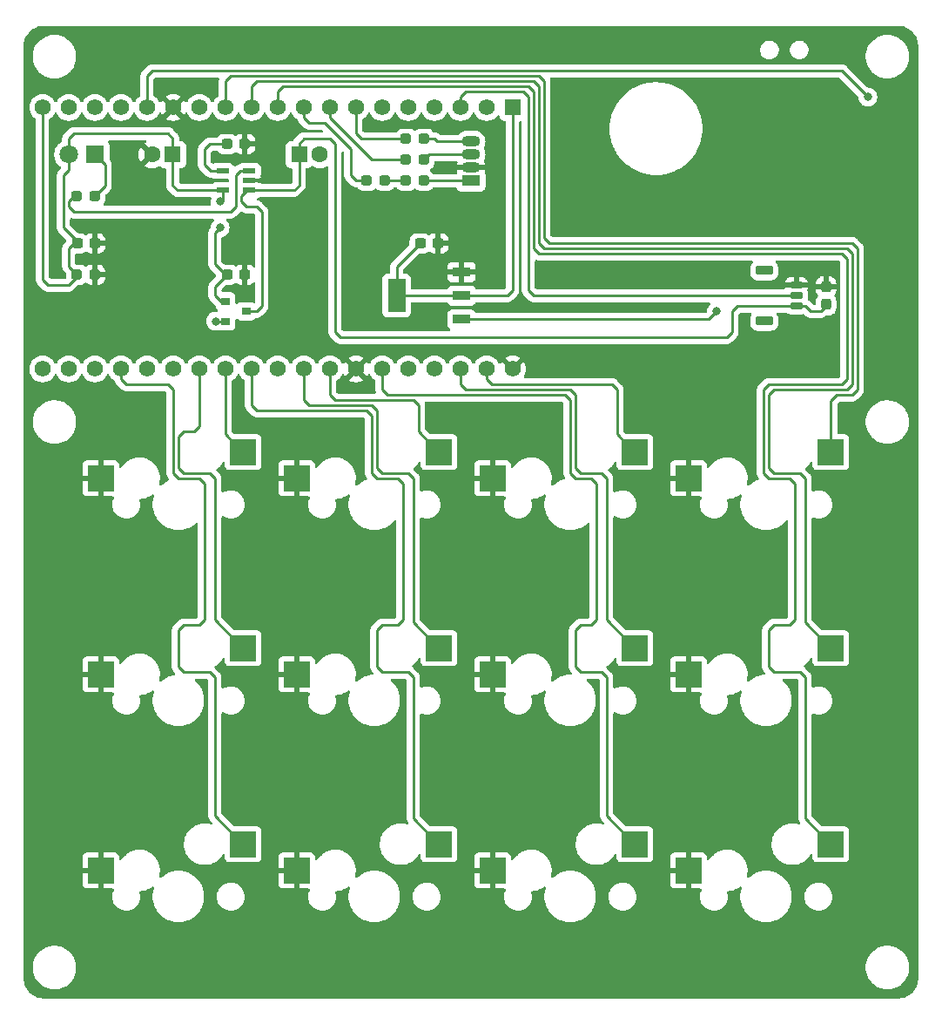
<source format=gbl>
G04 #@! TF.GenerationSoftware,KiCad,Pcbnew,(6.0.6)*
G04 #@! TF.CreationDate,2022-07-26T07:08:53+09:00*
G04 #@! TF.ProjectId,ble_macro_keyboard,626c655f-6d61-4637-926f-5f6b6579626f,rev?*
G04 #@! TF.SameCoordinates,Original*
G04 #@! TF.FileFunction,Copper,L2,Bot*
G04 #@! TF.FilePolarity,Positive*
%FSLAX46Y46*%
G04 Gerber Fmt 4.6, Leading zero omitted, Abs format (unit mm)*
G04 Created by KiCad (PCBNEW (6.0.6)) date 2022-07-26 07:08:53*
%MOMM*%
%LPD*%
G01*
G04 APERTURE LIST*
G04 Aperture macros list*
%AMRoundRect*
0 Rectangle with rounded corners*
0 $1 Rounding radius*
0 $2 $3 $4 $5 $6 $7 $8 $9 X,Y pos of 4 corners*
0 Add a 4 corners polygon primitive as box body*
4,1,4,$2,$3,$4,$5,$6,$7,$8,$9,$2,$3,0*
0 Add four circle primitives for the rounded corners*
1,1,$1+$1,$2,$3*
1,1,$1+$1,$4,$5*
1,1,$1+$1,$6,$7*
1,1,$1+$1,$8,$9*
0 Add four rect primitives between the rounded corners*
20,1,$1+$1,$2,$3,$4,$5,0*
20,1,$1+$1,$4,$5,$6,$7,0*
20,1,$1+$1,$6,$7,$8,$9,0*
20,1,$1+$1,$8,$9,$2,$3,0*%
G04 Aperture macros list end*
G04 #@! TA.AperFunction,SMDPad,CuDef*
%ADD10R,2.550000X2.500000*%
G04 #@! TD*
G04 #@! TA.AperFunction,ComponentPad*
%ADD11R,1.560000X1.560000*%
G04 #@! TD*
G04 #@! TA.AperFunction,ComponentPad*
%ADD12C,1.560000*%
G04 #@! TD*
G04 #@! TA.AperFunction,SMDPad,CuDef*
%ADD13RoundRect,0.237500X-0.287500X-0.237500X0.287500X-0.237500X0.287500X0.237500X-0.287500X0.237500X0*%
G04 #@! TD*
G04 #@! TA.AperFunction,SMDPad,CuDef*
%ADD14RoundRect,0.237500X-0.300000X-0.237500X0.300000X-0.237500X0.300000X0.237500X-0.300000X0.237500X0*%
G04 #@! TD*
G04 #@! TA.AperFunction,ComponentPad*
%ADD15R,1.600000X1.600000*%
G04 #@! TD*
G04 #@! TA.AperFunction,ComponentPad*
%ADD16C,1.600000*%
G04 #@! TD*
G04 #@! TA.AperFunction,SMDPad,CuDef*
%ADD17RoundRect,0.237500X0.287500X0.237500X-0.287500X0.237500X-0.287500X-0.237500X0.287500X-0.237500X0*%
G04 #@! TD*
G04 #@! TA.AperFunction,ComponentPad*
%ADD18R,1.800000X1.800000*%
G04 #@! TD*
G04 #@! TA.AperFunction,ComponentPad*
%ADD19C,1.800000*%
G04 #@! TD*
G04 #@! TA.AperFunction,SMDPad,CuDef*
%ADD20R,0.900000X0.800000*%
G04 #@! TD*
G04 #@! TA.AperFunction,ComponentPad*
%ADD21R,1.800000X1.070000*%
G04 #@! TD*
G04 #@! TA.AperFunction,ComponentPad*
%ADD22O,1.800000X1.070000*%
G04 #@! TD*
G04 #@! TA.AperFunction,SMDPad,CuDef*
%ADD23R,1.270000X0.558800*%
G04 #@! TD*
G04 #@! TA.AperFunction,SMDPad,CuDef*
%ADD24RoundRect,0.237500X0.237500X-0.300000X0.237500X0.300000X-0.237500X0.300000X-0.237500X-0.300000X0*%
G04 #@! TD*
G04 #@! TA.AperFunction,SMDPad,CuDef*
%ADD25R,1.750000X0.950000*%
G04 #@! TD*
G04 #@! TA.AperFunction,SMDPad,CuDef*
%ADD26R,1.750000X3.200000*%
G04 #@! TD*
G04 #@! TA.AperFunction,SMDPad,CuDef*
%ADD27RoundRect,0.150000X0.475000X-0.150000X0.475000X0.150000X-0.475000X0.150000X-0.475000X-0.150000X0*%
G04 #@! TD*
G04 #@! TA.AperFunction,SMDPad,CuDef*
%ADD28RoundRect,0.225000X0.625000X-0.225000X0.625000X0.225000X-0.625000X0.225000X-0.625000X-0.225000X0*%
G04 #@! TD*
G04 #@! TA.AperFunction,ViaPad*
%ADD29C,0.800000*%
G04 #@! TD*
G04 #@! TA.AperFunction,Conductor*
%ADD30C,0.250000*%
G04 #@! TD*
G04 APERTURE END LIST*
D10*
X-22158000Y2080000D03*
X-36008000Y-460000D03*
X34992000Y-16970000D03*
X21142000Y-19510000D03*
X-3108000Y2080000D03*
X-16958000Y-460000D03*
X-3108000Y-16970000D03*
X-16958000Y-19510000D03*
X34992000Y2080000D03*
X21142000Y-460000D03*
X15942000Y-16970000D03*
X2092000Y-19510000D03*
X15942000Y2080000D03*
X2092000Y-460000D03*
X-22158000Y-16970000D03*
X-36008000Y-19510000D03*
X-3108000Y-36020000D03*
X-16958000Y-38560000D03*
X-22158000Y-36020000D03*
X-36008000Y-38560000D03*
X34992000Y-36020000D03*
X21142000Y-38560000D03*
X15942000Y-36020000D03*
X2092000Y-38560000D03*
D11*
X4064000Y35560000D03*
D12*
X1524000Y35560000D03*
X-1016000Y35560000D03*
X-3556000Y35560000D03*
X-6096000Y35560000D03*
X-8636000Y35560000D03*
X-11176000Y35560000D03*
X-13716000Y35560000D03*
X-16256000Y35560000D03*
X-18796000Y35560000D03*
X-21336000Y35560000D03*
X-23876000Y35560000D03*
X-26416000Y35560000D03*
X-28956000Y35560000D03*
X-31496000Y35560000D03*
X-34036000Y35560000D03*
X-36576000Y35560000D03*
X-39116000Y35560000D03*
X-41656000Y35560000D03*
X4064000Y10160000D03*
X1524000Y10160000D03*
X-1016000Y10160000D03*
X-3556000Y10160000D03*
X-6096000Y10160000D03*
X-8636000Y10160000D03*
X-11176000Y10160000D03*
X-13716000Y10160000D03*
X-16256000Y10160000D03*
X-18796000Y10160000D03*
X-21336000Y10160000D03*
X-23876000Y10160000D03*
X-26416000Y10160000D03*
X-28956000Y10160000D03*
X-31496000Y10160000D03*
X-34036000Y10160000D03*
X-36576000Y10160000D03*
X-39116000Y10160000D03*
X-41656000Y10160000D03*
D13*
X-6322000Y32512000D03*
X-4572000Y32512000D03*
D14*
X-4926500Y22352000D03*
X-3201500Y22352000D03*
D15*
X-16703112Y30988000D03*
D16*
X-14703112Y30988000D03*
D13*
X-10132000Y28448000D03*
X-8382000Y28448000D03*
X-6322000Y28448000D03*
X-4572000Y28448000D03*
D17*
X-36576000Y26924000D03*
X-38326000Y26924000D03*
D18*
X-36576000Y30988000D03*
D19*
X-39116000Y30988000D03*
D13*
X-38326000Y19304000D03*
X-36576000Y19304000D03*
X-6322000Y30480000D03*
X-4572000Y30480000D03*
D15*
X-29016887Y30988000D03*
D16*
X-31016887Y30988000D03*
D20*
X-23860000Y14798000D03*
X-23860000Y16698000D03*
X-21860000Y15748000D03*
D13*
X-23735000Y32004000D03*
X-21985000Y32004000D03*
D21*
X0Y28448000D03*
D22*
X0Y29718000D03*
X0Y30988000D03*
X0Y32258000D03*
D23*
X-21564600Y29387800D03*
X-21564600Y28448000D03*
X-21564600Y27508200D03*
X-24155400Y27508200D03*
X-24155400Y29387800D03*
D14*
X-23722500Y19304000D03*
X-21997500Y19304000D03*
D24*
X34544000Y16409500D03*
X34544000Y18134500D03*
D25*
X-914000Y19572000D03*
X-914000Y17272000D03*
X-914000Y14972000D03*
D26*
X-7214000Y17272000D03*
D27*
X31647000Y16272000D03*
X31647000Y17272000D03*
X31647000Y18272000D03*
D28*
X28522000Y14822000D03*
X28522000Y19722000D03*
D14*
X-38301000Y22352000D03*
X-36576000Y22352000D03*
D29*
X-31750000Y-6350000D03*
X25400000Y30480000D03*
X-12700000Y-25400000D03*
X6350000Y-44450000D03*
X-22352000Y21844000D03*
X-31750000Y19050000D03*
X25400000Y-25400000D03*
X-31750000Y-44450000D03*
X25400000Y-44450000D03*
X-12700000Y-6350000D03*
X10160000Y30480000D03*
X0Y25400000D03*
X6350000Y-6350000D03*
X25400000Y-6350000D03*
X-10160000Y20320000D03*
X40640000Y-25400000D03*
X-25400000Y40640000D03*
X-31750000Y-25400000D03*
X0Y40640000D03*
X6350000Y-25400000D03*
X-12700000Y-44450000D03*
X23876000Y15748000D03*
X38608000Y36576000D03*
X-24384000Y26416000D03*
X-24826000Y14798000D03*
X-24384000Y23876000D03*
D30*
X-35560000Y27940000D02*
X-35560000Y29972000D01*
X-35560000Y29972000D02*
X-36576000Y30988000D01*
X-36576000Y26924000D02*
X-35560000Y27940000D01*
X0Y32258000D02*
X-3302000Y32258000D01*
X-3556000Y32512000D02*
X-4572000Y32512000D01*
X-3302000Y32258000D02*
X-3556000Y32512000D01*
X-4064000Y30988000D02*
X-4572000Y30480000D01*
X0Y30988000D02*
X-4064000Y30988000D01*
X-4572000Y28448000D02*
X0Y28448000D01*
X23100000Y14972000D02*
X23368000Y15240000D01*
X23368000Y15240000D02*
X23876000Y15748000D01*
X-914000Y14972000D02*
X23100000Y14972000D01*
X-17195800Y27508200D02*
X-16703112Y28000888D01*
X-21860000Y15748000D02*
X-20828000Y15748000D01*
X34544000Y16409500D02*
X34544000Y16256000D01*
X34544000Y16256000D02*
X34036000Y15748000D01*
X-20828000Y15748000D02*
X-20320000Y16256000D01*
X24892000Y13208000D02*
X25400000Y13716000D01*
X-16703112Y30988000D02*
X-16703112Y32064888D01*
X25924000Y16272000D02*
X31647000Y16272000D01*
X34036000Y15748000D02*
X33020000Y15748000D01*
X-12700000Y13208000D02*
X24892000Y13208000D01*
X-22352000Y26416000D02*
X-21844000Y25908000D01*
X-16703112Y32064888D02*
X-16256000Y32512000D01*
X25400000Y15748000D02*
X25924000Y16272000D01*
X25400000Y13716000D02*
X25400000Y15748000D01*
X-22352000Y26924000D02*
X-22352000Y26416000D01*
X-21844000Y25908000D02*
X-20828000Y25908000D01*
X33020000Y15748000D02*
X32496000Y16272000D01*
X-13208000Y13716000D02*
X-12700000Y13208000D01*
X-20320000Y25400000D02*
X-20320000Y16256000D01*
X-13208000Y32004000D02*
X-13208000Y13716000D01*
X-16703112Y28000888D02*
X-16703112Y30988000D01*
X-21564600Y27508200D02*
X-21767800Y27508200D01*
X-20828000Y25908000D02*
X-20320000Y25400000D01*
X-21564600Y27508200D02*
X-17195800Y27508200D01*
X-21767800Y27508200D02*
X-22352000Y26924000D01*
X-16256000Y32512000D02*
X-13716000Y32512000D01*
X32496000Y16272000D02*
X31647000Y16272000D01*
X-13716000Y32512000D02*
X-13208000Y32004000D01*
X-6322000Y28448000D02*
X-8382000Y28448000D01*
X-39116000Y25908000D02*
X-38608000Y25400000D01*
X-39116000Y26416000D02*
X-39116000Y25908000D01*
X-22428200Y29387800D02*
X-21564600Y29387800D01*
X-23368000Y25400000D02*
X-22860000Y25908000D01*
X-22860000Y28956000D02*
X-22428200Y29387800D01*
X-38608000Y25400000D02*
X-23368000Y25400000D01*
X-22860000Y25908000D02*
X-22860000Y28956000D01*
X-38608000Y26924000D02*
X-39116000Y26416000D01*
X-38326000Y26924000D02*
X-38608000Y26924000D01*
X-11176000Y33020000D02*
X-10668000Y32512000D01*
X-11176000Y35560000D02*
X-11176000Y33020000D01*
X-10668000Y32512000D02*
X-6322000Y32512000D01*
X-13716000Y34544000D02*
X-13716000Y35560000D01*
X-13716000Y34544000D02*
X-9652000Y30480000D01*
X-9652000Y30480000D02*
X-6322000Y30480000D01*
X-11176000Y28448000D02*
X-11684000Y28956000D01*
X-11684000Y28956000D02*
X-11684000Y31496000D01*
X-11684000Y31496000D02*
X-14224000Y34036000D01*
X-15748000Y34036000D02*
X-14224000Y34036000D01*
X-16256000Y34544000D02*
X-16256000Y35560000D01*
X-16256000Y34544000D02*
X-15748000Y34036000D01*
X-10132000Y28448000D02*
X-11176000Y28448000D01*
X36068000Y39116000D02*
X38608000Y36576000D01*
X-30988000Y39116000D02*
X36068000Y39116000D01*
X-31496000Y38608000D02*
X-30988000Y39116000D01*
X-31496000Y35560000D02*
X-31496000Y38608000D01*
X-23876000Y3798000D02*
X-22158000Y2080000D01*
X-23876000Y3798000D02*
X-23876000Y10160000D01*
X-13716000Y10160000D02*
X-13716000Y7620000D01*
X-13716000Y7620000D02*
X-13208000Y7112000D01*
X-5588000Y7112000D02*
X-5080000Y6604000D01*
X-13208000Y7112000D02*
X-5588000Y7112000D01*
X-5080000Y6604000D02*
X-5080000Y4052000D01*
X-5080000Y4052000D02*
X-3108000Y2080000D01*
X2032000Y8636000D02*
X13716000Y8636000D01*
X1524000Y9144000D02*
X2032000Y8636000D01*
X14224000Y3798000D02*
X15942000Y2080000D01*
X13716000Y8636000D02*
X14224000Y8128000D01*
X1524000Y10160000D02*
X1524000Y9144000D01*
X14224000Y8128000D02*
X14224000Y3798000D01*
X-23368000Y38608000D02*
X6604000Y38608000D01*
X37592000Y21844000D02*
X37592000Y8128000D01*
X37084000Y7620000D02*
X35560000Y7620000D01*
X35560000Y7620000D02*
X34992000Y7052000D01*
X7112000Y38100000D02*
X7112000Y22860000D01*
X7112000Y22860000D02*
X7620000Y22352000D01*
X34992000Y7052000D02*
X34992000Y2080000D01*
X37084000Y22352000D02*
X37592000Y21844000D01*
X7620000Y22352000D02*
X37084000Y22352000D01*
X37592000Y8128000D02*
X37084000Y7620000D01*
X-23876000Y38100000D02*
X-23368000Y38608000D01*
X-23876000Y35560000D02*
X-23876000Y38100000D01*
X6604000Y38608000D02*
X7112000Y38100000D01*
X-27940000Y0D02*
X-25400000Y0D01*
X-28448000Y3556000D02*
X-28448000Y508000D01*
X-26924000Y4064000D02*
X-27940000Y4064000D01*
X-26416000Y10160000D02*
X-26416000Y4572000D01*
X-27940000Y4064000D02*
X-28448000Y3556000D01*
X-25400000Y0D02*
X-24892000Y-508000D01*
X-24892000Y-508000D02*
X-24892000Y-14236000D01*
X-24892000Y-14236000D02*
X-22158000Y-16970000D01*
X-26416000Y4572000D02*
X-26924000Y4064000D01*
X-28448000Y508000D02*
X-27940000Y0D01*
X-16256000Y10160000D02*
X-16256000Y7112000D01*
X-9144000Y508000D02*
X-8636000Y0D01*
X-5588000Y-14490000D02*
X-3108000Y-16970000D01*
X-8636000Y0D02*
X-6096000Y0D01*
X-5588000Y-508000D02*
X-5588000Y-14490000D01*
X-15748000Y6604000D02*
X-9652000Y6604000D01*
X-16256000Y7112000D02*
X-15748000Y6604000D01*
X-9144000Y6096000D02*
X-9144000Y508000D01*
X-9652000Y6604000D02*
X-9144000Y6096000D01*
X-6096000Y0D02*
X-5588000Y-508000D01*
X12700000Y0D02*
X13208000Y-508000D01*
X13208000Y-508000D02*
X13208000Y-14236000D01*
X10160000Y7620000D02*
X10160000Y508000D01*
X-1016000Y10160000D02*
X-1016000Y8636000D01*
X-508000Y8128000D02*
X9652000Y8128000D01*
X10160000Y508000D02*
X10668000Y0D01*
X9652000Y8128000D02*
X10160000Y7620000D01*
X13208000Y-14236000D02*
X15942000Y-16970000D01*
X10668000Y0D02*
X12700000Y0D01*
X-1016000Y8636000D02*
X-508000Y8128000D01*
X-21336000Y37592000D02*
X-21336000Y35560000D01*
X-20828000Y38100000D02*
X-21336000Y37592000D01*
X29464000Y0D02*
X32004000Y0D01*
X37084000Y21336000D02*
X37084000Y8636000D01*
X29464000Y8128000D02*
X28956000Y7620000D01*
X37084000Y8636000D02*
X36576000Y8128000D01*
X32512000Y-508000D02*
X32512000Y-14490000D01*
X32512000Y-14490000D02*
X34992000Y-16970000D01*
X36576000Y21844000D02*
X37084000Y21336000D01*
X28956000Y7620000D02*
X28956000Y508000D01*
X6096000Y38100000D02*
X6604000Y37592000D01*
X-20828000Y38100000D02*
X6096000Y38100000D01*
X36576000Y8128000D02*
X29464000Y8128000D01*
X6604000Y22352000D02*
X7112000Y21844000D01*
X7112000Y21844000D02*
X36576000Y21844000D01*
X32004000Y0D02*
X32512000Y-508000D01*
X6604000Y37592000D02*
X6604000Y22352000D01*
X28956000Y508000D02*
X29464000Y0D01*
X-38608000Y22352000D02*
X-39116000Y21844000D01*
X-28524200Y27508200D02*
X-29016887Y28000887D01*
X-39116000Y21844000D02*
X-39116000Y20094000D01*
X-41656000Y35560000D02*
X-41656000Y18796000D01*
X-38301000Y22352000D02*
X-38301000Y22553000D01*
X-24155400Y27508200D02*
X-28524200Y27508200D01*
X-38326000Y19078000D02*
X-38326000Y19304000D01*
X-23860000Y14798000D02*
X-24826000Y14798000D01*
X-39624000Y28956000D02*
X-39116000Y29464000D01*
X-24155400Y26644600D02*
X-24384000Y26416000D01*
X-38301000Y22352000D02*
X-38608000Y22352000D01*
X-39116000Y20094000D02*
X-38326000Y19304000D01*
X-29464000Y33020000D02*
X-38608000Y33020000D01*
X-29016887Y28000887D02*
X-29016887Y30988000D01*
X-39624000Y23876000D02*
X-39624000Y28956000D01*
X-39116000Y32512000D02*
X-39116000Y30988000D01*
X-38301000Y22553000D02*
X-39624000Y23876000D01*
X-38608000Y33020000D02*
X-39116000Y32512000D01*
X-29016887Y30988000D02*
X-29016887Y32572887D01*
X-41148000Y18288000D02*
X-39116000Y18288000D01*
X-39116000Y29464000D02*
X-39116000Y30988000D01*
X-29016887Y32572887D02*
X-29464000Y33020000D01*
X-41656000Y18796000D02*
X-41148000Y18288000D01*
X-24155400Y27508200D02*
X-24155400Y26644600D01*
X-39116000Y18288000D02*
X-38326000Y19078000D01*
X-23722500Y19304000D02*
X-24892000Y18134500D01*
X-24318000Y16698000D02*
X-24892000Y17272000D01*
X-23860000Y16698000D02*
X-24318000Y16698000D01*
X-23722500Y19304000D02*
X-23876000Y19304000D01*
X-24384000Y23876000D02*
X-24892000Y23368000D01*
X-24892000Y23368000D02*
X-24892000Y20828000D01*
X-24892000Y20320000D02*
X-24892000Y20828000D01*
X-23876000Y19304000D02*
X-24892000Y20320000D01*
X-24892000Y18134500D02*
X-24892000Y17272000D01*
X-25400000Y32004000D02*
X-23735000Y32004000D01*
X-25323800Y29387800D02*
X-25908000Y29972000D01*
X-25908000Y31496000D02*
X-25400000Y32004000D01*
X-24155400Y29387800D02*
X-25323800Y29387800D01*
X-25908000Y29972000D02*
X-25908000Y31496000D01*
X-914000Y17272000D02*
X-7214000Y17272000D01*
X4064000Y17780000D02*
X3556000Y17272000D01*
X3556000Y17272000D02*
X-914000Y17272000D01*
X-7214000Y20064500D02*
X-7214000Y17272000D01*
X4064000Y35560000D02*
X4064000Y17780000D01*
X-4926500Y22352000D02*
X-7214000Y20064500D01*
X-1016000Y35560000D02*
X-1016000Y36576000D01*
X-508000Y37084000D02*
X5080000Y37084000D01*
X5588000Y17780000D02*
X6096000Y17272000D01*
X6096000Y17272000D02*
X31647000Y17272000D01*
X5588000Y36576000D02*
X5588000Y17780000D01*
X-1016000Y36576000D02*
X-508000Y37084000D01*
X5080000Y37084000D02*
X5588000Y36576000D01*
X-28956000Y8128000D02*
X-28956000Y0D01*
X-27940000Y-19304000D02*
X-25400000Y-19304000D01*
X-24892000Y-19812000D02*
X-24892000Y-33286000D01*
X-34036000Y9144000D02*
X-33528000Y8636000D01*
X-28448000Y-18796000D02*
X-27940000Y-19304000D01*
X-28448000Y-15240000D02*
X-28448000Y-18796000D01*
X-25400000Y-19304000D02*
X-24892000Y-19812000D01*
X-24892000Y-33286000D02*
X-22158000Y-36020000D01*
X-27940000Y-14732000D02*
X-28448000Y-15240000D01*
X-25908000Y-14224000D02*
X-26416000Y-14732000D01*
X-28448000Y-508000D02*
X-26416000Y-508000D01*
X-25908000Y-1016000D02*
X-25908000Y-14224000D01*
X-28956000Y0D02*
X-28448000Y-508000D01*
X-26416000Y-508000D02*
X-25908000Y-1016000D01*
X-26416000Y-14732000D02*
X-27940000Y-14732000D01*
X-29464000Y8636000D02*
X-28956000Y8128000D01*
X-33528000Y8636000D02*
X-29464000Y8636000D01*
X-34036000Y10160000D02*
X-34036000Y9144000D01*
X-5588000Y-19812000D02*
X-5588000Y-33540000D01*
X-5588000Y-33540000D02*
X-3108000Y-36020000D01*
X-6096000Y-19304000D02*
X-5588000Y-19812000D01*
X-21336000Y6604000D02*
X-20828000Y6096000D01*
X-9652000Y5588000D02*
X-9652000Y0D01*
X-9144000Y-508000D02*
X-7112000Y-508000D01*
X-8636000Y-19304000D02*
X-6096000Y-19304000D01*
X-6604000Y-1016000D02*
X-6604000Y-14224000D01*
X-7112000Y-508000D02*
X-6604000Y-1016000D01*
X-7112000Y-14732000D02*
X-8636000Y-14732000D01*
X-9652000Y0D02*
X-9144000Y-508000D01*
X-6604000Y-14224000D02*
X-7112000Y-14732000D01*
X-16256000Y6096000D02*
X-10160000Y6096000D01*
X-8636000Y-14732000D02*
X-9144000Y-15240000D01*
X-10160000Y6096000D02*
X-9652000Y5588000D01*
X-20828000Y6096000D02*
X-16256000Y6096000D01*
X-9144000Y-15240000D02*
X-9144000Y-18796000D01*
X-9144000Y-18796000D02*
X-8636000Y-19304000D01*
X-21336000Y10160000D02*
X-21336000Y6604000D01*
X12192000Y-1016000D02*
X12192000Y-14224000D01*
X9652000Y7112000D02*
X9652000Y0D01*
X10668000Y-14732000D02*
X10160000Y-15240000D01*
X-8636000Y8128000D02*
X-8128000Y7620000D01*
X12192000Y-14224000D02*
X11684000Y-14732000D01*
X10160000Y-15240000D02*
X10160000Y-18796000D01*
X10160000Y-508000D02*
X11684000Y-508000D01*
X10668000Y-19304000D02*
X12700000Y-19304000D01*
X13208000Y-33286000D02*
X15942000Y-36020000D01*
X11684000Y-14732000D02*
X10668000Y-14732000D01*
X9652000Y0D02*
X10160000Y-508000D01*
X-8128000Y7620000D02*
X9144000Y7620000D01*
X10160000Y-18796000D02*
X10668000Y-19304000D01*
X11684000Y-508000D02*
X12192000Y-1016000D01*
X-8636000Y10160000D02*
X-8636000Y8128000D01*
X9144000Y7620000D02*
X9652000Y7112000D01*
X12700000Y-19304000D02*
X13208000Y-19812000D01*
X13208000Y-19812000D02*
X13208000Y-33286000D01*
X32512000Y-33540000D02*
X34992000Y-36020000D01*
X32004000Y-19304000D02*
X32512000Y-19812000D01*
X6096000Y37084000D02*
X6096000Y21844000D01*
X36068000Y8636000D02*
X28956000Y8636000D01*
X28448000Y8128000D02*
X28448000Y0D01*
X30988000Y-508000D02*
X31496000Y-1016000D01*
X31496000Y-1016000D02*
X31496000Y-14224000D01*
X32512000Y-19812000D02*
X32512000Y-33540000D01*
X6096000Y21844000D02*
X6604000Y21336000D01*
X-18796000Y37084000D02*
X-18288000Y37592000D01*
X29464000Y-19304000D02*
X32004000Y-19304000D01*
X28956000Y-508000D02*
X30988000Y-508000D01*
X29464000Y-14732000D02*
X28956000Y-15240000D01*
X6604000Y21336000D02*
X36068000Y21336000D01*
X28448000Y0D02*
X28956000Y-508000D01*
X5588000Y37592000D02*
X6096000Y37084000D01*
X31496000Y-14224000D02*
X30988000Y-14732000D01*
X30988000Y-14732000D02*
X29464000Y-14732000D01*
X36068000Y21336000D02*
X36576000Y20828000D01*
X-18288000Y37592000D02*
X5588000Y37592000D01*
X36576000Y20828000D02*
X36576000Y9144000D01*
X-18796000Y37084000D02*
X-18796000Y35560000D01*
X28956000Y8636000D02*
X28448000Y8128000D01*
X28956000Y-15240000D02*
X28956000Y-18796000D01*
X28956000Y-18796000D02*
X29464000Y-19304000D01*
X36576000Y9144000D02*
X36068000Y8636000D01*
G04 #@! TA.AperFunction,Conductor*
G36*
X41623347Y43491178D02*
G01*
X41656947Y43488775D01*
X41775650Y43480285D01*
X41793433Y43477728D01*
X42054658Y43420902D01*
X42071900Y43415840D01*
X42322393Y43322411D01*
X42338740Y43314945D01*
X42573375Y43186824D01*
X42588498Y43177105D01*
X42802510Y43016897D01*
X42816096Y43005124D01*
X43005124Y42816096D01*
X43016897Y42802510D01*
X43177105Y42588498D01*
X43186824Y42573375D01*
X43314945Y42338740D01*
X43322411Y42322393D01*
X43395858Y42125473D01*
X43415839Y42071903D01*
X43420902Y42054658D01*
X43477728Y41793433D01*
X43480285Y41775650D01*
X43485016Y41709508D01*
X43491178Y41623347D01*
X43491499Y41614359D01*
X43491500Y-49114346D01*
X43491179Y-49123334D01*
X43484222Y-49220614D01*
X43480286Y-49275645D01*
X43477728Y-49293433D01*
X43448632Y-49427186D01*
X43420903Y-49554654D01*
X43415840Y-49571900D01*
X43322411Y-49822393D01*
X43314945Y-49838740D01*
X43186824Y-50073375D01*
X43177105Y-50088498D01*
X43016897Y-50302510D01*
X43005124Y-50316096D01*
X42816096Y-50505124D01*
X42802510Y-50516897D01*
X42588498Y-50677105D01*
X42573375Y-50686824D01*
X42338740Y-50814945D01*
X42322393Y-50822411D01*
X42071900Y-50915840D01*
X42054658Y-50920902D01*
X41793433Y-50977728D01*
X41775650Y-50980285D01*
X41657247Y-50988754D01*
X41623333Y-50991179D01*
X41614345Y-50991500D01*
X-41614345Y-50991500D01*
X-41623333Y-50991179D01*
X-41657247Y-50988754D01*
X-41775650Y-50980285D01*
X-41793433Y-50977728D01*
X-42054658Y-50920902D01*
X-42071900Y-50915840D01*
X-42322393Y-50822411D01*
X-42338740Y-50814945D01*
X-42573375Y-50686824D01*
X-42588498Y-50677105D01*
X-42802510Y-50516897D01*
X-42816096Y-50505124D01*
X-43005124Y-50316096D01*
X-43016897Y-50302510D01*
X-43177105Y-50088498D01*
X-43186824Y-50073375D01*
X-43314945Y-49838740D01*
X-43322411Y-49822393D01*
X-43415840Y-49571900D01*
X-43420903Y-49554654D01*
X-43448632Y-49427186D01*
X-43477728Y-49293433D01*
X-43480286Y-49275645D01*
X-43484221Y-49220614D01*
X-43491179Y-49123334D01*
X-43491500Y-49114346D01*
X-43491500Y-48132703D01*
X-42609257Y-48132703D01*
X-42571732Y-48417734D01*
X-42495871Y-48695036D01*
X-42383077Y-48959476D01*
X-42235439Y-49206161D01*
X-42055687Y-49430528D01*
X-41847149Y-49628423D01*
X-41613683Y-49796186D01*
X-41609888Y-49798195D01*
X-41609887Y-49798196D01*
X-41588131Y-49809715D01*
X-41359608Y-49930712D01*
X-41089627Y-50029511D01*
X-40808736Y-50090755D01*
X-40780159Y-50093004D01*
X-40585718Y-50108307D01*
X-40585709Y-50108307D01*
X-40583261Y-50108500D01*
X-40427729Y-50108500D01*
X-40425593Y-50108354D01*
X-40425582Y-50108354D01*
X-40217452Y-50094165D01*
X-40217446Y-50094164D01*
X-40213175Y-50093873D01*
X-40208980Y-50093004D01*
X-40208978Y-50093004D01*
X-40072417Y-50064724D01*
X-39931658Y-50035574D01*
X-39660657Y-49939607D01*
X-39405188Y-49807750D01*
X-39401687Y-49805289D01*
X-39401683Y-49805287D01*
X-39287582Y-49725095D01*
X-39169977Y-49642441D01*
X-38959378Y-49446740D01*
X-38777287Y-49224268D01*
X-38627073Y-48979142D01*
X-38511517Y-48715898D01*
X-38432756Y-48439406D01*
X-38392249Y-48154784D01*
X-38392155Y-48136951D01*
X-38392133Y-48132703D01*
X38390743Y-48132703D01*
X38428268Y-48417734D01*
X38504129Y-48695036D01*
X38616923Y-48959476D01*
X38764561Y-49206161D01*
X38944313Y-49430528D01*
X39152851Y-49628423D01*
X39386317Y-49796186D01*
X39390112Y-49798195D01*
X39390113Y-49798196D01*
X39411869Y-49809715D01*
X39640392Y-49930712D01*
X39910373Y-50029511D01*
X40191264Y-50090755D01*
X40219841Y-50093004D01*
X40414282Y-50108307D01*
X40414291Y-50108307D01*
X40416739Y-50108500D01*
X40572271Y-50108500D01*
X40574407Y-50108354D01*
X40574418Y-50108354D01*
X40782548Y-50094165D01*
X40782554Y-50094164D01*
X40786825Y-50093873D01*
X40791020Y-50093004D01*
X40791022Y-50093004D01*
X40927584Y-50064723D01*
X41068342Y-50035574D01*
X41339343Y-49939607D01*
X41594812Y-49807750D01*
X41598313Y-49805289D01*
X41598317Y-49805287D01*
X41712418Y-49725095D01*
X41830023Y-49642441D01*
X42040622Y-49446740D01*
X42222713Y-49224268D01*
X42372927Y-48979142D01*
X42488483Y-48715898D01*
X42567244Y-48439406D01*
X42607751Y-48154784D01*
X42607845Y-48136951D01*
X42609235Y-47871583D01*
X42609235Y-47871576D01*
X42609257Y-47867297D01*
X42571732Y-47582266D01*
X42495871Y-47304964D01*
X42383077Y-47040524D01*
X42235439Y-46793839D01*
X42055687Y-46569472D01*
X41847149Y-46371577D01*
X41613683Y-46203814D01*
X41591843Y-46192250D01*
X41568654Y-46179972D01*
X41359608Y-46069288D01*
X41089627Y-45970489D01*
X40808736Y-45909245D01*
X40777685Y-45906801D01*
X40585718Y-45891693D01*
X40585709Y-45891693D01*
X40583261Y-45891500D01*
X40427729Y-45891500D01*
X40425593Y-45891646D01*
X40425582Y-45891646D01*
X40217452Y-45905835D01*
X40217446Y-45905836D01*
X40213175Y-45906127D01*
X40208980Y-45906996D01*
X40208978Y-45906996D01*
X40072417Y-45935276D01*
X39931658Y-45964426D01*
X39660657Y-46060393D01*
X39405188Y-46192250D01*
X39401687Y-46194711D01*
X39401683Y-46194713D01*
X39391594Y-46201804D01*
X39169977Y-46357559D01*
X38959378Y-46553260D01*
X38777287Y-46775732D01*
X38627073Y-47020858D01*
X38511517Y-47284102D01*
X38432756Y-47560594D01*
X38392249Y-47845216D01*
X38392227Y-47849505D01*
X38392226Y-47849512D01*
X38390765Y-48128417D01*
X38390743Y-48132703D01*
X-38392133Y-48132703D01*
X-38390765Y-47871583D01*
X-38390765Y-47871576D01*
X-38390743Y-47867297D01*
X-38428268Y-47582266D01*
X-38504129Y-47304964D01*
X-38616923Y-47040524D01*
X-38764561Y-46793839D01*
X-38944313Y-46569472D01*
X-39152851Y-46371577D01*
X-39386317Y-46203814D01*
X-39408157Y-46192250D01*
X-39431346Y-46179972D01*
X-39640392Y-46069288D01*
X-39910373Y-45970489D01*
X-40191264Y-45909245D01*
X-40222315Y-45906801D01*
X-40414282Y-45891693D01*
X-40414291Y-45891693D01*
X-40416739Y-45891500D01*
X-40572271Y-45891500D01*
X-40574407Y-45891646D01*
X-40574418Y-45891646D01*
X-40782548Y-45905835D01*
X-40782554Y-45905836D01*
X-40786825Y-45906127D01*
X-40791020Y-45906996D01*
X-40791022Y-45906996D01*
X-40927583Y-45935276D01*
X-41068342Y-45964426D01*
X-41339343Y-46060393D01*
X-41594812Y-46192250D01*
X-41598313Y-46194711D01*
X-41598317Y-46194713D01*
X-41608406Y-46201804D01*
X-41830023Y-46357559D01*
X-42040622Y-46553260D01*
X-42222713Y-46775732D01*
X-42372927Y-47020858D01*
X-42488483Y-47284102D01*
X-42567244Y-47560594D01*
X-42607751Y-47845216D01*
X-42607773Y-47849505D01*
X-42607774Y-47849512D01*
X-42609235Y-48128417D01*
X-42609257Y-48132703D01*
X-43491500Y-48132703D01*
X-43491500Y-39854669D01*
X-37790999Y-39854669D01*
X-37790629Y-39861490D01*
X-37785105Y-39912352D01*
X-37781479Y-39927604D01*
X-37736324Y-40048054D01*
X-37727786Y-40063649D01*
X-37651285Y-40165724D01*
X-37638724Y-40178285D01*
X-37536649Y-40254786D01*
X-37521054Y-40263324D01*
X-37400606Y-40308478D01*
X-37385351Y-40312105D01*
X-37334486Y-40317631D01*
X-37327672Y-40318000D01*
X-36280115Y-40318000D01*
X-36264876Y-40313525D01*
X-36263671Y-40312135D01*
X-36262000Y-40304452D01*
X-36262000Y-40299884D01*
X-35754000Y-40299884D01*
X-35749525Y-40315123D01*
X-35748135Y-40316328D01*
X-35740452Y-40317999D01*
X-34860869Y-40317999D01*
X-34792748Y-40338001D01*
X-34746255Y-40391657D01*
X-34736151Y-40461931D01*
X-34748552Y-40501103D01*
X-34789656Y-40581949D01*
X-34789658Y-40581954D01*
X-34792077Y-40586712D01*
X-34804380Y-40626335D01*
X-34858905Y-40801930D01*
X-34858906Y-40801936D01*
X-34860489Y-40807033D01*
X-34890800Y-41035732D01*
X-34882146Y-41266268D01*
X-34834772Y-41492050D01*
X-34832814Y-41497009D01*
X-34832813Y-41497011D01*
X-34804055Y-41569830D01*
X-34750033Y-41706622D01*
X-34630353Y-41903849D01*
X-34626856Y-41907879D01*
X-34540232Y-42007704D01*
X-34479153Y-42078092D01*
X-34475022Y-42081479D01*
X-34304885Y-42220984D01*
X-34304879Y-42220988D01*
X-34300757Y-42224368D01*
X-34100265Y-42338494D01*
X-34095249Y-42340315D01*
X-34095244Y-42340317D01*
X-33888425Y-42415389D01*
X-33888421Y-42415390D01*
X-33883410Y-42417209D01*
X-33878161Y-42418158D01*
X-33878158Y-42418159D01*
X-33660477Y-42457522D01*
X-33660470Y-42457523D01*
X-33656393Y-42458260D01*
X-33638656Y-42459096D01*
X-33633708Y-42459330D01*
X-33633701Y-42459330D01*
X-33632220Y-42459400D01*
X-33470075Y-42459400D01*
X-33403119Y-42453719D01*
X-33303438Y-42445261D01*
X-33303434Y-42445260D01*
X-33298127Y-42444810D01*
X-33292972Y-42443472D01*
X-33292966Y-42443471D01*
X-33079997Y-42388195D01*
X-33079993Y-42388194D01*
X-33074828Y-42386853D01*
X-33069962Y-42384661D01*
X-33069959Y-42384660D01*
X-32869351Y-42294293D01*
X-32864485Y-42292101D01*
X-32860065Y-42289125D01*
X-32860061Y-42289123D01*
X-32684667Y-42171039D01*
X-32673115Y-42163262D01*
X-32506188Y-42004022D01*
X-32428262Y-41899286D01*
X-32371663Y-41823214D01*
X-32371661Y-41823211D01*
X-32368479Y-41818934D01*
X-32313695Y-41711183D01*
X-32266342Y-41618046D01*
X-32266342Y-41618045D01*
X-32263923Y-41613288D01*
X-32224657Y-41486831D01*
X-32197095Y-41398070D01*
X-32197094Y-41398064D01*
X-32195511Y-41392967D01*
X-32165200Y-41164268D01*
X-32173854Y-40933732D01*
X-32219896Y-40714298D01*
X-32214309Y-40643523D01*
X-32171344Y-40587003D01*
X-32105371Y-40562732D01*
X-32060743Y-40559612D01*
X-31982172Y-40554118D01*
X-31982166Y-40554117D01*
X-31977788Y-40553811D01*
X-31703030Y-40495409D01*
X-31698901Y-40493906D01*
X-31698897Y-40493905D01*
X-31443219Y-40400846D01*
X-31443215Y-40400844D01*
X-31439074Y-40399337D01*
X-31191058Y-40267464D01*
X-31185359Y-40263324D01*
X-31006673Y-40133501D01*
X-30939805Y-40109642D01*
X-30870653Y-40125723D01*
X-30821173Y-40176637D01*
X-30807074Y-40246220D01*
X-30815460Y-40281820D01*
X-30832630Y-40325187D01*
X-30910936Y-40630170D01*
X-30950400Y-40942562D01*
X-30950400Y-41257438D01*
X-30910936Y-41569830D01*
X-30832630Y-41874813D01*
X-30716716Y-42167577D01*
X-30714814Y-42171036D01*
X-30714813Y-42171039D01*
X-30580480Y-42415389D01*
X-30565024Y-42443504D01*
X-30379945Y-42698244D01*
X-30164398Y-42927778D01*
X-29921782Y-43128487D01*
X-29655924Y-43297206D01*
X-29652345Y-43298890D01*
X-29652338Y-43298894D01*
X-29374606Y-43429584D01*
X-29374602Y-43429586D01*
X-29371016Y-43431273D01*
X-29071552Y-43528575D01*
X-28762254Y-43587577D01*
X-28668700Y-43593463D01*
X-28528642Y-43602275D01*
X-28528626Y-43602276D01*
X-28526647Y-43602400D01*
X-28369353Y-43602400D01*
X-28367374Y-43602276D01*
X-28367358Y-43602275D01*
X-28227300Y-43593463D01*
X-28133746Y-43587577D01*
X-27824448Y-43528575D01*
X-27524984Y-43431273D01*
X-27521398Y-43429586D01*
X-27521394Y-43429584D01*
X-27243662Y-43298894D01*
X-27243655Y-43298890D01*
X-27240076Y-43297206D01*
X-26974218Y-43128487D01*
X-26731602Y-42927778D01*
X-26516055Y-42698244D01*
X-26330976Y-42443504D01*
X-26315519Y-42415389D01*
X-26181187Y-42171039D01*
X-26181186Y-42171036D01*
X-26179284Y-42167577D01*
X-26063370Y-41874813D01*
X-25985064Y-41569830D01*
X-25945600Y-41257438D01*
X-25945600Y-41035732D01*
X-24730800Y-41035732D01*
X-24722146Y-41266268D01*
X-24674772Y-41492050D01*
X-24672814Y-41497009D01*
X-24672813Y-41497011D01*
X-24644055Y-41569830D01*
X-24590033Y-41706622D01*
X-24470353Y-41903849D01*
X-24466856Y-41907879D01*
X-24380232Y-42007704D01*
X-24319153Y-42078092D01*
X-24315022Y-42081479D01*
X-24144885Y-42220984D01*
X-24144879Y-42220988D01*
X-24140757Y-42224368D01*
X-23940265Y-42338494D01*
X-23935249Y-42340315D01*
X-23935244Y-42340317D01*
X-23728425Y-42415389D01*
X-23728421Y-42415390D01*
X-23723410Y-42417209D01*
X-23718161Y-42418158D01*
X-23718158Y-42418159D01*
X-23500477Y-42457522D01*
X-23500470Y-42457523D01*
X-23496393Y-42458260D01*
X-23478656Y-42459096D01*
X-23473708Y-42459330D01*
X-23473701Y-42459330D01*
X-23472220Y-42459400D01*
X-23310075Y-42459400D01*
X-23243119Y-42453719D01*
X-23143438Y-42445261D01*
X-23143434Y-42445260D01*
X-23138127Y-42444810D01*
X-23132972Y-42443472D01*
X-23132966Y-42443471D01*
X-22919997Y-42388195D01*
X-22919993Y-42388194D01*
X-22914828Y-42386853D01*
X-22909962Y-42384661D01*
X-22909959Y-42384660D01*
X-22709351Y-42294293D01*
X-22704485Y-42292101D01*
X-22700065Y-42289125D01*
X-22700061Y-42289123D01*
X-22524667Y-42171039D01*
X-22513115Y-42163262D01*
X-22346188Y-42004022D01*
X-22268262Y-41899286D01*
X-22211663Y-41823214D01*
X-22211661Y-41823211D01*
X-22208479Y-41818934D01*
X-22153695Y-41711183D01*
X-22106342Y-41618046D01*
X-22106342Y-41618045D01*
X-22103923Y-41613288D01*
X-22064657Y-41486831D01*
X-22037095Y-41398070D01*
X-22037094Y-41398064D01*
X-22035511Y-41392967D01*
X-22005200Y-41164268D01*
X-22013854Y-40933732D01*
X-22061228Y-40707950D01*
X-22086671Y-40643523D01*
X-22109107Y-40586712D01*
X-22145967Y-40493378D01*
X-22253403Y-40316328D01*
X-22262878Y-40300714D01*
X-22262879Y-40300713D01*
X-22265647Y-40296151D01*
X-22352572Y-40195978D01*
X-22413347Y-40125941D01*
X-22413349Y-40125939D01*
X-22416847Y-40121908D01*
X-22506918Y-40048054D01*
X-22591115Y-39979016D01*
X-22591121Y-39979012D01*
X-22595243Y-39975632D01*
X-22795735Y-39861506D01*
X-22800751Y-39859685D01*
X-22800756Y-39859683D01*
X-22814569Y-39854669D01*
X-18740999Y-39854669D01*
X-18740629Y-39861490D01*
X-18735105Y-39912352D01*
X-18731479Y-39927604D01*
X-18686324Y-40048054D01*
X-18677786Y-40063649D01*
X-18601285Y-40165724D01*
X-18588724Y-40178285D01*
X-18486649Y-40254786D01*
X-18471054Y-40263324D01*
X-18350606Y-40308478D01*
X-18335351Y-40312105D01*
X-18284486Y-40317631D01*
X-18277672Y-40318000D01*
X-17230115Y-40318000D01*
X-17214876Y-40313525D01*
X-17213671Y-40312135D01*
X-17212000Y-40304452D01*
X-17212000Y-40299884D01*
X-16704000Y-40299884D01*
X-16699525Y-40315123D01*
X-16698135Y-40316328D01*
X-16690452Y-40317999D01*
X-15810869Y-40317999D01*
X-15742748Y-40338001D01*
X-15696255Y-40391657D01*
X-15686151Y-40461931D01*
X-15698552Y-40501103D01*
X-15739656Y-40581949D01*
X-15739658Y-40581954D01*
X-15742077Y-40586712D01*
X-15754380Y-40626335D01*
X-15808905Y-40801930D01*
X-15808906Y-40801936D01*
X-15810489Y-40807033D01*
X-15840800Y-41035732D01*
X-15832146Y-41266268D01*
X-15784772Y-41492050D01*
X-15782814Y-41497009D01*
X-15782813Y-41497011D01*
X-15754055Y-41569830D01*
X-15700033Y-41706622D01*
X-15580353Y-41903849D01*
X-15576856Y-41907879D01*
X-15490232Y-42007704D01*
X-15429153Y-42078092D01*
X-15425022Y-42081479D01*
X-15254885Y-42220984D01*
X-15254879Y-42220988D01*
X-15250757Y-42224368D01*
X-15050265Y-42338494D01*
X-15045249Y-42340315D01*
X-15045244Y-42340317D01*
X-14838425Y-42415389D01*
X-14838421Y-42415390D01*
X-14833410Y-42417209D01*
X-14828161Y-42418158D01*
X-14828158Y-42418159D01*
X-14610477Y-42457522D01*
X-14610470Y-42457523D01*
X-14606393Y-42458260D01*
X-14588656Y-42459096D01*
X-14583708Y-42459330D01*
X-14583701Y-42459330D01*
X-14582220Y-42459400D01*
X-14420075Y-42459400D01*
X-14353119Y-42453719D01*
X-14253438Y-42445261D01*
X-14253434Y-42445260D01*
X-14248127Y-42444810D01*
X-14242972Y-42443472D01*
X-14242966Y-42443471D01*
X-14029997Y-42388195D01*
X-14029993Y-42388194D01*
X-14024828Y-42386853D01*
X-14019962Y-42384661D01*
X-14019959Y-42384660D01*
X-13819351Y-42294293D01*
X-13814485Y-42292101D01*
X-13810065Y-42289125D01*
X-13810061Y-42289123D01*
X-13634667Y-42171039D01*
X-13623115Y-42163262D01*
X-13456188Y-42004022D01*
X-13378262Y-41899286D01*
X-13321663Y-41823214D01*
X-13321661Y-41823211D01*
X-13318479Y-41818934D01*
X-13263695Y-41711183D01*
X-13216342Y-41618046D01*
X-13216342Y-41618045D01*
X-13213923Y-41613288D01*
X-13174657Y-41486831D01*
X-13147095Y-41398070D01*
X-13147094Y-41398064D01*
X-13145511Y-41392967D01*
X-13115200Y-41164268D01*
X-13123854Y-40933732D01*
X-13169896Y-40714298D01*
X-13164309Y-40643523D01*
X-13121344Y-40587003D01*
X-13055371Y-40562732D01*
X-13010743Y-40559612D01*
X-12932172Y-40554118D01*
X-12932166Y-40554117D01*
X-12927788Y-40553811D01*
X-12653030Y-40495409D01*
X-12648901Y-40493906D01*
X-12648897Y-40493905D01*
X-12393219Y-40400846D01*
X-12393215Y-40400844D01*
X-12389074Y-40399337D01*
X-12141058Y-40267464D01*
X-12135359Y-40263324D01*
X-11956673Y-40133501D01*
X-11889805Y-40109642D01*
X-11820653Y-40125723D01*
X-11771173Y-40176637D01*
X-11757074Y-40246220D01*
X-11765460Y-40281820D01*
X-11782630Y-40325187D01*
X-11860936Y-40630170D01*
X-11900400Y-40942562D01*
X-11900400Y-41257438D01*
X-11860936Y-41569830D01*
X-11782630Y-41874813D01*
X-11666716Y-42167577D01*
X-11664814Y-42171036D01*
X-11664813Y-42171039D01*
X-11530480Y-42415389D01*
X-11515024Y-42443504D01*
X-11329945Y-42698244D01*
X-11114398Y-42927778D01*
X-10871782Y-43128487D01*
X-10605924Y-43297206D01*
X-10602345Y-43298890D01*
X-10602338Y-43298894D01*
X-10324606Y-43429584D01*
X-10324602Y-43429586D01*
X-10321016Y-43431273D01*
X-10021552Y-43528575D01*
X-9712254Y-43587577D01*
X-9618700Y-43593463D01*
X-9478642Y-43602275D01*
X-9478626Y-43602276D01*
X-9476647Y-43602400D01*
X-9319353Y-43602400D01*
X-9317374Y-43602276D01*
X-9317358Y-43602275D01*
X-9177300Y-43593463D01*
X-9083746Y-43587577D01*
X-8774448Y-43528575D01*
X-8474984Y-43431273D01*
X-8471398Y-43429586D01*
X-8471394Y-43429584D01*
X-8193662Y-43298894D01*
X-8193655Y-43298890D01*
X-8190076Y-43297206D01*
X-7924218Y-43128487D01*
X-7681602Y-42927778D01*
X-7466055Y-42698244D01*
X-7280976Y-42443504D01*
X-7265519Y-42415389D01*
X-7131187Y-42171039D01*
X-7131186Y-42171036D01*
X-7129284Y-42167577D01*
X-7013370Y-41874813D01*
X-6935064Y-41569830D01*
X-6895600Y-41257438D01*
X-6895600Y-41035732D01*
X-5680800Y-41035732D01*
X-5672146Y-41266268D01*
X-5624772Y-41492050D01*
X-5622814Y-41497009D01*
X-5622813Y-41497011D01*
X-5594055Y-41569830D01*
X-5540033Y-41706622D01*
X-5420353Y-41903849D01*
X-5416856Y-41907879D01*
X-5330232Y-42007704D01*
X-5269153Y-42078092D01*
X-5265022Y-42081479D01*
X-5094885Y-42220984D01*
X-5094879Y-42220988D01*
X-5090757Y-42224368D01*
X-4890265Y-42338494D01*
X-4885249Y-42340315D01*
X-4885244Y-42340317D01*
X-4678425Y-42415389D01*
X-4678421Y-42415390D01*
X-4673410Y-42417209D01*
X-4668161Y-42418158D01*
X-4668158Y-42418159D01*
X-4450477Y-42457522D01*
X-4450470Y-42457523D01*
X-4446393Y-42458260D01*
X-4428656Y-42459096D01*
X-4423708Y-42459330D01*
X-4423701Y-42459330D01*
X-4422220Y-42459400D01*
X-4260075Y-42459400D01*
X-4193119Y-42453719D01*
X-4093438Y-42445261D01*
X-4093434Y-42445260D01*
X-4088127Y-42444810D01*
X-4082972Y-42443472D01*
X-4082966Y-42443471D01*
X-3869997Y-42388195D01*
X-3869993Y-42388194D01*
X-3864828Y-42386853D01*
X-3859962Y-42384661D01*
X-3859959Y-42384660D01*
X-3659351Y-42294293D01*
X-3654485Y-42292101D01*
X-3650065Y-42289125D01*
X-3650061Y-42289123D01*
X-3474667Y-42171039D01*
X-3463115Y-42163262D01*
X-3296188Y-42004022D01*
X-3218262Y-41899286D01*
X-3161663Y-41823214D01*
X-3161661Y-41823211D01*
X-3158479Y-41818934D01*
X-3103695Y-41711183D01*
X-3056342Y-41618046D01*
X-3056342Y-41618045D01*
X-3053923Y-41613288D01*
X-3014657Y-41486831D01*
X-2987095Y-41398070D01*
X-2987094Y-41398064D01*
X-2985511Y-41392967D01*
X-2955200Y-41164268D01*
X-2963854Y-40933732D01*
X-3011228Y-40707950D01*
X-3036671Y-40643523D01*
X-3059107Y-40586712D01*
X-3095967Y-40493378D01*
X-3203403Y-40316328D01*
X-3212878Y-40300714D01*
X-3212879Y-40300713D01*
X-3215647Y-40296151D01*
X-3302572Y-40195978D01*
X-3363347Y-40125941D01*
X-3363349Y-40125939D01*
X-3366847Y-40121908D01*
X-3456918Y-40048054D01*
X-3541115Y-39979016D01*
X-3541121Y-39979012D01*
X-3545243Y-39975632D01*
X-3745735Y-39861506D01*
X-3750751Y-39859685D01*
X-3750756Y-39859683D01*
X-3764569Y-39854669D01*
X309001Y-39854669D01*
X309371Y-39861490D01*
X314895Y-39912352D01*
X318521Y-39927604D01*
X363676Y-40048054D01*
X372214Y-40063649D01*
X448715Y-40165724D01*
X461276Y-40178285D01*
X563351Y-40254786D01*
X578946Y-40263324D01*
X699394Y-40308478D01*
X714649Y-40312105D01*
X765514Y-40317631D01*
X772328Y-40318000D01*
X1819885Y-40318000D01*
X1835124Y-40313525D01*
X1836329Y-40312135D01*
X1838000Y-40304452D01*
X1838000Y-40299884D01*
X2346000Y-40299884D01*
X2350475Y-40315123D01*
X2351865Y-40316328D01*
X2359548Y-40317999D01*
X3239131Y-40317999D01*
X3307252Y-40338001D01*
X3353745Y-40391657D01*
X3363849Y-40461931D01*
X3351448Y-40501103D01*
X3310344Y-40581949D01*
X3310342Y-40581954D01*
X3307923Y-40586712D01*
X3295620Y-40626335D01*
X3241095Y-40801930D01*
X3241094Y-40801936D01*
X3239511Y-40807033D01*
X3209200Y-41035732D01*
X3217854Y-41266268D01*
X3265228Y-41492050D01*
X3267186Y-41497009D01*
X3267187Y-41497011D01*
X3295945Y-41569830D01*
X3349967Y-41706622D01*
X3469647Y-41903849D01*
X3473144Y-41907879D01*
X3559768Y-42007704D01*
X3620847Y-42078092D01*
X3624978Y-42081479D01*
X3795115Y-42220984D01*
X3795121Y-42220988D01*
X3799243Y-42224368D01*
X3999735Y-42338494D01*
X4004751Y-42340315D01*
X4004756Y-42340317D01*
X4211575Y-42415389D01*
X4211579Y-42415390D01*
X4216590Y-42417209D01*
X4221839Y-42418158D01*
X4221842Y-42418159D01*
X4439523Y-42457522D01*
X4439530Y-42457523D01*
X4443607Y-42458260D01*
X4461344Y-42459096D01*
X4466292Y-42459330D01*
X4466299Y-42459330D01*
X4467780Y-42459400D01*
X4629925Y-42459400D01*
X4696881Y-42453719D01*
X4796562Y-42445261D01*
X4796566Y-42445260D01*
X4801873Y-42444810D01*
X4807028Y-42443472D01*
X4807034Y-42443471D01*
X5020003Y-42388195D01*
X5020007Y-42388194D01*
X5025172Y-42386853D01*
X5030038Y-42384661D01*
X5030041Y-42384660D01*
X5230649Y-42294293D01*
X5235515Y-42292101D01*
X5239935Y-42289125D01*
X5239939Y-42289123D01*
X5415333Y-42171039D01*
X5426885Y-42163262D01*
X5593812Y-42004022D01*
X5671738Y-41899286D01*
X5728337Y-41823214D01*
X5728339Y-41823211D01*
X5731521Y-41818934D01*
X5786305Y-41711183D01*
X5833658Y-41618046D01*
X5833658Y-41618045D01*
X5836077Y-41613288D01*
X5875343Y-41486831D01*
X5902905Y-41398070D01*
X5902906Y-41398064D01*
X5904489Y-41392967D01*
X5934800Y-41164268D01*
X5926146Y-40933732D01*
X5880104Y-40714298D01*
X5885691Y-40643523D01*
X5928656Y-40587003D01*
X5994629Y-40562732D01*
X6039257Y-40559612D01*
X6117828Y-40554118D01*
X6117834Y-40554117D01*
X6122212Y-40553811D01*
X6396970Y-40495409D01*
X6401099Y-40493906D01*
X6401103Y-40493905D01*
X6656781Y-40400846D01*
X6656785Y-40400844D01*
X6660926Y-40399337D01*
X6908942Y-40267464D01*
X6914641Y-40263324D01*
X7093327Y-40133501D01*
X7160195Y-40109642D01*
X7229347Y-40125723D01*
X7278827Y-40176637D01*
X7292926Y-40246220D01*
X7284540Y-40281820D01*
X7267370Y-40325187D01*
X7189064Y-40630170D01*
X7149600Y-40942562D01*
X7149600Y-41257438D01*
X7189064Y-41569830D01*
X7267370Y-41874813D01*
X7383284Y-42167577D01*
X7385186Y-42171036D01*
X7385187Y-42171039D01*
X7519520Y-42415389D01*
X7534976Y-42443504D01*
X7720055Y-42698244D01*
X7935602Y-42927778D01*
X8178218Y-43128487D01*
X8444076Y-43297206D01*
X8447655Y-43298890D01*
X8447662Y-43298894D01*
X8725394Y-43429584D01*
X8725398Y-43429586D01*
X8728984Y-43431273D01*
X9028448Y-43528575D01*
X9337746Y-43587577D01*
X9431300Y-43593463D01*
X9571358Y-43602275D01*
X9571374Y-43602276D01*
X9573353Y-43602400D01*
X9730647Y-43602400D01*
X9732626Y-43602276D01*
X9732642Y-43602275D01*
X9872700Y-43593463D01*
X9966254Y-43587577D01*
X10275552Y-43528575D01*
X10575016Y-43431273D01*
X10578602Y-43429586D01*
X10578606Y-43429584D01*
X10856338Y-43298894D01*
X10856345Y-43298890D01*
X10859924Y-43297206D01*
X11125782Y-43128487D01*
X11368398Y-42927778D01*
X11583945Y-42698244D01*
X11769024Y-42443504D01*
X11784481Y-42415389D01*
X11918813Y-42171039D01*
X11918814Y-42171036D01*
X11920716Y-42167577D01*
X12036630Y-41874813D01*
X12114936Y-41569830D01*
X12154400Y-41257438D01*
X12154400Y-41035732D01*
X13369200Y-41035732D01*
X13377854Y-41266268D01*
X13425228Y-41492050D01*
X13427186Y-41497009D01*
X13427187Y-41497011D01*
X13455945Y-41569830D01*
X13509967Y-41706622D01*
X13629647Y-41903849D01*
X13633144Y-41907879D01*
X13719768Y-42007704D01*
X13780847Y-42078092D01*
X13784978Y-42081479D01*
X13955115Y-42220984D01*
X13955121Y-42220988D01*
X13959243Y-42224368D01*
X14159735Y-42338494D01*
X14164751Y-42340315D01*
X14164756Y-42340317D01*
X14371575Y-42415389D01*
X14371579Y-42415390D01*
X14376590Y-42417209D01*
X14381839Y-42418158D01*
X14381842Y-42418159D01*
X14599523Y-42457522D01*
X14599530Y-42457523D01*
X14603607Y-42458260D01*
X14621344Y-42459096D01*
X14626292Y-42459330D01*
X14626299Y-42459330D01*
X14627780Y-42459400D01*
X14789925Y-42459400D01*
X14856881Y-42453719D01*
X14956562Y-42445261D01*
X14956566Y-42445260D01*
X14961873Y-42444810D01*
X14967028Y-42443472D01*
X14967034Y-42443471D01*
X15180003Y-42388195D01*
X15180007Y-42388194D01*
X15185172Y-42386853D01*
X15190038Y-42384661D01*
X15190041Y-42384660D01*
X15390649Y-42294293D01*
X15395515Y-42292101D01*
X15399935Y-42289125D01*
X15399939Y-42289123D01*
X15575333Y-42171039D01*
X15586885Y-42163262D01*
X15753812Y-42004022D01*
X15831738Y-41899286D01*
X15888337Y-41823214D01*
X15888339Y-41823211D01*
X15891521Y-41818934D01*
X15946305Y-41711183D01*
X15993658Y-41618046D01*
X15993658Y-41618045D01*
X15996077Y-41613288D01*
X16035343Y-41486831D01*
X16062905Y-41398070D01*
X16062906Y-41398064D01*
X16064489Y-41392967D01*
X16094800Y-41164268D01*
X16086146Y-40933732D01*
X16038772Y-40707950D01*
X16013329Y-40643523D01*
X15990893Y-40586712D01*
X15954033Y-40493378D01*
X15846597Y-40316328D01*
X15837122Y-40300714D01*
X15837121Y-40300713D01*
X15834353Y-40296151D01*
X15747428Y-40195978D01*
X15686653Y-40125941D01*
X15686651Y-40125939D01*
X15683153Y-40121908D01*
X15593082Y-40048054D01*
X15508885Y-39979016D01*
X15508879Y-39979012D01*
X15504757Y-39975632D01*
X15304265Y-39861506D01*
X15299249Y-39859685D01*
X15299244Y-39859683D01*
X15285431Y-39854669D01*
X19359001Y-39854669D01*
X19359371Y-39861490D01*
X19364895Y-39912352D01*
X19368521Y-39927604D01*
X19413676Y-40048054D01*
X19422214Y-40063649D01*
X19498715Y-40165724D01*
X19511276Y-40178285D01*
X19613351Y-40254786D01*
X19628946Y-40263324D01*
X19749394Y-40308478D01*
X19764649Y-40312105D01*
X19815514Y-40317631D01*
X19822328Y-40318000D01*
X20869885Y-40318000D01*
X20885124Y-40313525D01*
X20886329Y-40312135D01*
X20888000Y-40304452D01*
X20888000Y-40299884D01*
X21396000Y-40299884D01*
X21400475Y-40315123D01*
X21401865Y-40316328D01*
X21409548Y-40317999D01*
X22289131Y-40317999D01*
X22357252Y-40338001D01*
X22403745Y-40391657D01*
X22413849Y-40461931D01*
X22401448Y-40501103D01*
X22360344Y-40581949D01*
X22360342Y-40581954D01*
X22357923Y-40586712D01*
X22345620Y-40626335D01*
X22291095Y-40801930D01*
X22291094Y-40801936D01*
X22289511Y-40807033D01*
X22259200Y-41035732D01*
X22267854Y-41266268D01*
X22315228Y-41492050D01*
X22317186Y-41497009D01*
X22317187Y-41497011D01*
X22345945Y-41569830D01*
X22399967Y-41706622D01*
X22519647Y-41903849D01*
X22523144Y-41907879D01*
X22609768Y-42007704D01*
X22670847Y-42078092D01*
X22674978Y-42081479D01*
X22845115Y-42220984D01*
X22845121Y-42220988D01*
X22849243Y-42224368D01*
X23049735Y-42338494D01*
X23054751Y-42340315D01*
X23054756Y-42340317D01*
X23261575Y-42415389D01*
X23261579Y-42415390D01*
X23266590Y-42417209D01*
X23271839Y-42418158D01*
X23271842Y-42418159D01*
X23489523Y-42457522D01*
X23489530Y-42457523D01*
X23493607Y-42458260D01*
X23511344Y-42459096D01*
X23516292Y-42459330D01*
X23516299Y-42459330D01*
X23517780Y-42459400D01*
X23679925Y-42459400D01*
X23746881Y-42453719D01*
X23846562Y-42445261D01*
X23846566Y-42445260D01*
X23851873Y-42444810D01*
X23857028Y-42443472D01*
X23857034Y-42443471D01*
X24070003Y-42388195D01*
X24070007Y-42388194D01*
X24075172Y-42386853D01*
X24080038Y-42384661D01*
X24080041Y-42384660D01*
X24280649Y-42294293D01*
X24285515Y-42292101D01*
X24289935Y-42289125D01*
X24289939Y-42289123D01*
X24465333Y-42171039D01*
X24476885Y-42163262D01*
X24643812Y-42004022D01*
X24721738Y-41899286D01*
X24778337Y-41823214D01*
X24778339Y-41823211D01*
X24781521Y-41818934D01*
X24836305Y-41711183D01*
X24883658Y-41618046D01*
X24883658Y-41618045D01*
X24886077Y-41613288D01*
X24925343Y-41486831D01*
X24952905Y-41398070D01*
X24952906Y-41398064D01*
X24954489Y-41392967D01*
X24984800Y-41164268D01*
X24976146Y-40933732D01*
X24930104Y-40714298D01*
X24935691Y-40643523D01*
X24978656Y-40587003D01*
X25044629Y-40562732D01*
X25089257Y-40559612D01*
X25167828Y-40554118D01*
X25167834Y-40554117D01*
X25172212Y-40553811D01*
X25446970Y-40495409D01*
X25451099Y-40493906D01*
X25451103Y-40493905D01*
X25706781Y-40400846D01*
X25706785Y-40400844D01*
X25710926Y-40399337D01*
X25958942Y-40267464D01*
X25964641Y-40263324D01*
X26143327Y-40133501D01*
X26210195Y-40109642D01*
X26279347Y-40125723D01*
X26328827Y-40176637D01*
X26342926Y-40246220D01*
X26334540Y-40281820D01*
X26317370Y-40325187D01*
X26239064Y-40630170D01*
X26199600Y-40942562D01*
X26199600Y-41257438D01*
X26239064Y-41569830D01*
X26317370Y-41874813D01*
X26433284Y-42167577D01*
X26435186Y-42171036D01*
X26435187Y-42171039D01*
X26569520Y-42415389D01*
X26584976Y-42443504D01*
X26770055Y-42698244D01*
X26985602Y-42927778D01*
X27228218Y-43128487D01*
X27494076Y-43297206D01*
X27497655Y-43298890D01*
X27497662Y-43298894D01*
X27775394Y-43429584D01*
X27775398Y-43429586D01*
X27778984Y-43431273D01*
X28078448Y-43528575D01*
X28387746Y-43587577D01*
X28481300Y-43593463D01*
X28621358Y-43602275D01*
X28621374Y-43602276D01*
X28623353Y-43602400D01*
X28780647Y-43602400D01*
X28782626Y-43602276D01*
X28782642Y-43602275D01*
X28922700Y-43593463D01*
X29016254Y-43587577D01*
X29325552Y-43528575D01*
X29625016Y-43431273D01*
X29628602Y-43429586D01*
X29628606Y-43429584D01*
X29906338Y-43298894D01*
X29906345Y-43298890D01*
X29909924Y-43297206D01*
X30175782Y-43128487D01*
X30418398Y-42927778D01*
X30633945Y-42698244D01*
X30819024Y-42443504D01*
X30834481Y-42415389D01*
X30968813Y-42171039D01*
X30968814Y-42171036D01*
X30970716Y-42167577D01*
X31086630Y-41874813D01*
X31164936Y-41569830D01*
X31204400Y-41257438D01*
X31204400Y-41035732D01*
X32419200Y-41035732D01*
X32427854Y-41266268D01*
X32475228Y-41492050D01*
X32477186Y-41497009D01*
X32477187Y-41497011D01*
X32505945Y-41569830D01*
X32559967Y-41706622D01*
X32679647Y-41903849D01*
X32683144Y-41907879D01*
X32769768Y-42007704D01*
X32830847Y-42078092D01*
X32834978Y-42081479D01*
X33005115Y-42220984D01*
X33005121Y-42220988D01*
X33009243Y-42224368D01*
X33209735Y-42338494D01*
X33214751Y-42340315D01*
X33214756Y-42340317D01*
X33421575Y-42415389D01*
X33421579Y-42415390D01*
X33426590Y-42417209D01*
X33431839Y-42418158D01*
X33431842Y-42418159D01*
X33649523Y-42457522D01*
X33649530Y-42457523D01*
X33653607Y-42458260D01*
X33671344Y-42459096D01*
X33676292Y-42459330D01*
X33676299Y-42459330D01*
X33677780Y-42459400D01*
X33839925Y-42459400D01*
X33906881Y-42453719D01*
X34006562Y-42445261D01*
X34006566Y-42445260D01*
X34011873Y-42444810D01*
X34017028Y-42443472D01*
X34017034Y-42443471D01*
X34230003Y-42388195D01*
X34230007Y-42388194D01*
X34235172Y-42386853D01*
X34240038Y-42384661D01*
X34240041Y-42384660D01*
X34440649Y-42294293D01*
X34445515Y-42292101D01*
X34449935Y-42289125D01*
X34449939Y-42289123D01*
X34625333Y-42171039D01*
X34636885Y-42163262D01*
X34803812Y-42004022D01*
X34881738Y-41899286D01*
X34938337Y-41823214D01*
X34938339Y-41823211D01*
X34941521Y-41818934D01*
X34996305Y-41711183D01*
X35043658Y-41618046D01*
X35043658Y-41618045D01*
X35046077Y-41613288D01*
X35085343Y-41486831D01*
X35112905Y-41398070D01*
X35112906Y-41398064D01*
X35114489Y-41392967D01*
X35144800Y-41164268D01*
X35136146Y-40933732D01*
X35088772Y-40707950D01*
X35063329Y-40643523D01*
X35040893Y-40586712D01*
X35004033Y-40493378D01*
X34896597Y-40316328D01*
X34887122Y-40300714D01*
X34887121Y-40300713D01*
X34884353Y-40296151D01*
X34797428Y-40195978D01*
X34736653Y-40125941D01*
X34736651Y-40125939D01*
X34733153Y-40121908D01*
X34643082Y-40048054D01*
X34558885Y-39979016D01*
X34558879Y-39979012D01*
X34554757Y-39975632D01*
X34354265Y-39861506D01*
X34349249Y-39859685D01*
X34349244Y-39859683D01*
X34142425Y-39784611D01*
X34142421Y-39784610D01*
X34137410Y-39782791D01*
X34132161Y-39781842D01*
X34132158Y-39781841D01*
X33914477Y-39742478D01*
X33914470Y-39742477D01*
X33910393Y-39741740D01*
X33892656Y-39740904D01*
X33887708Y-39740670D01*
X33887701Y-39740670D01*
X33886220Y-39740600D01*
X33724075Y-39740600D01*
X33657119Y-39746281D01*
X33557438Y-39754739D01*
X33557434Y-39754740D01*
X33552127Y-39755190D01*
X33546972Y-39756528D01*
X33546966Y-39756529D01*
X33333997Y-39811805D01*
X33333993Y-39811806D01*
X33328828Y-39813147D01*
X33323962Y-39815339D01*
X33323959Y-39815340D01*
X33221474Y-39861506D01*
X33118485Y-39907899D01*
X33114065Y-39910875D01*
X33114061Y-39910877D01*
X33089216Y-39927604D01*
X32927115Y-40036738D01*
X32760188Y-40195978D01*
X32757000Y-40200263D01*
X32666785Y-40321517D01*
X32622479Y-40381066D01*
X32620064Y-40385816D01*
X32565377Y-40493378D01*
X32517923Y-40586712D01*
X32505620Y-40626335D01*
X32451095Y-40801930D01*
X32451094Y-40801936D01*
X32449511Y-40807033D01*
X32419200Y-41035732D01*
X31204400Y-41035732D01*
X31204400Y-40942562D01*
X31164936Y-40630170D01*
X31086630Y-40325187D01*
X31083785Y-40318000D01*
X31010736Y-40133501D01*
X30970716Y-40032423D01*
X30968813Y-40028961D01*
X30820933Y-39759968D01*
X30820931Y-39759965D01*
X30819024Y-39756496D01*
X30633945Y-39501756D01*
X30418398Y-39272222D01*
X30175782Y-39071513D01*
X29909924Y-38902794D01*
X29906345Y-38901110D01*
X29906338Y-38901106D01*
X29628606Y-38770416D01*
X29628602Y-38770414D01*
X29625016Y-38768727D01*
X29325552Y-38671425D01*
X29016254Y-38612423D01*
X28922700Y-38606537D01*
X28782642Y-38597725D01*
X28782626Y-38597724D01*
X28780647Y-38597600D01*
X28623353Y-38597600D01*
X28621374Y-38597724D01*
X28621358Y-38597725D01*
X28481300Y-38606537D01*
X28387746Y-38612423D01*
X28078448Y-38671425D01*
X27778984Y-38768727D01*
X27775398Y-38770414D01*
X27775394Y-38770416D01*
X27497662Y-38901106D01*
X27497655Y-38901110D01*
X27494076Y-38902794D01*
X27228218Y-39071513D01*
X27148249Y-39137669D01*
X27027413Y-39237633D01*
X26962176Y-39265643D01*
X26892151Y-39253936D01*
X26839571Y-39206229D01*
X26821131Y-39137669D01*
X26824841Y-39110066D01*
X26873753Y-38913893D01*
X26873754Y-38913888D01*
X26874817Y-38909624D01*
X26875713Y-38901106D01*
X26903719Y-38634636D01*
X26903719Y-38634633D01*
X26904178Y-38630267D01*
X26903555Y-38612423D01*
X26894529Y-38353939D01*
X26894528Y-38353933D01*
X26894375Y-38349542D01*
X26886698Y-38306000D01*
X26846360Y-38077236D01*
X26845598Y-38072913D01*
X26758797Y-37805765D01*
X26755750Y-37799516D01*
X26696180Y-37677381D01*
X26635660Y-37553298D01*
X26633205Y-37549659D01*
X26633202Y-37549653D01*
X26523973Y-37387715D01*
X26478585Y-37320424D01*
X26473447Y-37314717D01*
X26293566Y-37114940D01*
X26290629Y-37111678D01*
X26075450Y-36931121D01*
X25837236Y-36782269D01*
X25580625Y-36668018D01*
X25310610Y-36590593D01*
X25306260Y-36589982D01*
X25306257Y-36589981D01*
X25203310Y-36575513D01*
X25032448Y-36551500D01*
X24821854Y-36551500D01*
X24819668Y-36551653D01*
X24819664Y-36551653D01*
X24616173Y-36565882D01*
X24616168Y-36565883D01*
X24611788Y-36566189D01*
X24337030Y-36624591D01*
X24332901Y-36626094D01*
X24332897Y-36626095D01*
X24077219Y-36719154D01*
X24077215Y-36719156D01*
X24073074Y-36720663D01*
X23825058Y-36852536D01*
X23821499Y-36855122D01*
X23821497Y-36855123D01*
X23716895Y-36931121D01*
X23597808Y-37017642D01*
X23594644Y-37020698D01*
X23594641Y-37020700D01*
X23505865Y-37106431D01*
X23395748Y-37212769D01*
X23222812Y-37434118D01*
X23220616Y-37437922D01*
X23220611Y-37437929D01*
X23160118Y-37542707D01*
X23108735Y-37591700D01*
X23039022Y-37605136D01*
X22973111Y-37578750D01*
X22931929Y-37520917D01*
X22924999Y-37479707D01*
X22924999Y-37265331D01*
X22924629Y-37258510D01*
X22919105Y-37207648D01*
X22915479Y-37192396D01*
X22870324Y-37071946D01*
X22861786Y-37056351D01*
X22785285Y-36954276D01*
X22772724Y-36941715D01*
X22670649Y-36865214D01*
X22655054Y-36856676D01*
X22534606Y-36811522D01*
X22519351Y-36807895D01*
X22468486Y-36802369D01*
X22461672Y-36802000D01*
X21414115Y-36802000D01*
X21398876Y-36806475D01*
X21397671Y-36807865D01*
X21396000Y-36815548D01*
X21396000Y-40299884D01*
X20888000Y-40299884D01*
X20888000Y-38832115D01*
X20883525Y-38816876D01*
X20882135Y-38815671D01*
X20874452Y-38814000D01*
X19377116Y-38814000D01*
X19361877Y-38818475D01*
X19360672Y-38819865D01*
X19359001Y-38827548D01*
X19359001Y-39854669D01*
X15285431Y-39854669D01*
X15092425Y-39784611D01*
X15092421Y-39784610D01*
X15087410Y-39782791D01*
X15082161Y-39781842D01*
X15082158Y-39781841D01*
X14864477Y-39742478D01*
X14864470Y-39742477D01*
X14860393Y-39741740D01*
X14842656Y-39740904D01*
X14837708Y-39740670D01*
X14837701Y-39740670D01*
X14836220Y-39740600D01*
X14674075Y-39740600D01*
X14607119Y-39746281D01*
X14507438Y-39754739D01*
X14507434Y-39754740D01*
X14502127Y-39755190D01*
X14496972Y-39756528D01*
X14496966Y-39756529D01*
X14283997Y-39811805D01*
X14283993Y-39811806D01*
X14278828Y-39813147D01*
X14273962Y-39815339D01*
X14273959Y-39815340D01*
X14171474Y-39861506D01*
X14068485Y-39907899D01*
X14064065Y-39910875D01*
X14064061Y-39910877D01*
X14039216Y-39927604D01*
X13877115Y-40036738D01*
X13710188Y-40195978D01*
X13707000Y-40200263D01*
X13616785Y-40321517D01*
X13572479Y-40381066D01*
X13570064Y-40385816D01*
X13515377Y-40493378D01*
X13467923Y-40586712D01*
X13455620Y-40626335D01*
X13401095Y-40801930D01*
X13401094Y-40801936D01*
X13399511Y-40807033D01*
X13369200Y-41035732D01*
X12154400Y-41035732D01*
X12154400Y-40942562D01*
X12114936Y-40630170D01*
X12036630Y-40325187D01*
X12033785Y-40318000D01*
X11960736Y-40133501D01*
X11920716Y-40032423D01*
X11918813Y-40028961D01*
X11770933Y-39759968D01*
X11770931Y-39759965D01*
X11769024Y-39756496D01*
X11583945Y-39501756D01*
X11368398Y-39272222D01*
X11125782Y-39071513D01*
X10859924Y-38902794D01*
X10856345Y-38901110D01*
X10856338Y-38901106D01*
X10578606Y-38770416D01*
X10578602Y-38770414D01*
X10575016Y-38768727D01*
X10275552Y-38671425D01*
X9966254Y-38612423D01*
X9872700Y-38606537D01*
X9732642Y-38597725D01*
X9732626Y-38597724D01*
X9730647Y-38597600D01*
X9573353Y-38597600D01*
X9571374Y-38597724D01*
X9571358Y-38597725D01*
X9431300Y-38606537D01*
X9337746Y-38612423D01*
X9028448Y-38671425D01*
X8728984Y-38768727D01*
X8725398Y-38770414D01*
X8725394Y-38770416D01*
X8447662Y-38901106D01*
X8447655Y-38901110D01*
X8444076Y-38902794D01*
X8178218Y-39071513D01*
X8098249Y-39137669D01*
X7977413Y-39237633D01*
X7912176Y-39265643D01*
X7842151Y-39253936D01*
X7789571Y-39206229D01*
X7771131Y-39137669D01*
X7774841Y-39110066D01*
X7823753Y-38913893D01*
X7823754Y-38913888D01*
X7824817Y-38909624D01*
X7825713Y-38901106D01*
X7853719Y-38634636D01*
X7853719Y-38634633D01*
X7854178Y-38630267D01*
X7853555Y-38612423D01*
X7844529Y-38353939D01*
X7844528Y-38353933D01*
X7844375Y-38349542D01*
X7836698Y-38306000D01*
X7833504Y-38287885D01*
X19359000Y-38287885D01*
X19363475Y-38303124D01*
X19364865Y-38304329D01*
X19372548Y-38306000D01*
X20869885Y-38306000D01*
X20885124Y-38301525D01*
X20886329Y-38300135D01*
X20888000Y-38292452D01*
X20888000Y-36820116D01*
X20883525Y-36804877D01*
X20882135Y-36803672D01*
X20874452Y-36802001D01*
X19822331Y-36802001D01*
X19815510Y-36802371D01*
X19764648Y-36807895D01*
X19749396Y-36811521D01*
X19628946Y-36856676D01*
X19613351Y-36865214D01*
X19511276Y-36941715D01*
X19498715Y-36954276D01*
X19422214Y-37056351D01*
X19413676Y-37071946D01*
X19368522Y-37192394D01*
X19364895Y-37207649D01*
X19359369Y-37258514D01*
X19359000Y-37265328D01*
X19359000Y-38287885D01*
X7833504Y-38287885D01*
X7796360Y-38077236D01*
X7795598Y-38072913D01*
X7708797Y-37805765D01*
X7705750Y-37799516D01*
X7646180Y-37677381D01*
X7585660Y-37553298D01*
X7583205Y-37549659D01*
X7583202Y-37549653D01*
X7473973Y-37387715D01*
X7428585Y-37320424D01*
X7423447Y-37314717D01*
X7243566Y-37114940D01*
X7240629Y-37111678D01*
X7025450Y-36931121D01*
X6787236Y-36782269D01*
X6530625Y-36668018D01*
X6260610Y-36590593D01*
X6256260Y-36589982D01*
X6256257Y-36589981D01*
X6153310Y-36575513D01*
X5982448Y-36551500D01*
X5771854Y-36551500D01*
X5769668Y-36551653D01*
X5769664Y-36551653D01*
X5566173Y-36565882D01*
X5566168Y-36565883D01*
X5561788Y-36566189D01*
X5287030Y-36624591D01*
X5282901Y-36626094D01*
X5282897Y-36626095D01*
X5027219Y-36719154D01*
X5027215Y-36719156D01*
X5023074Y-36720663D01*
X4775058Y-36852536D01*
X4771499Y-36855122D01*
X4771497Y-36855123D01*
X4666895Y-36931121D01*
X4547808Y-37017642D01*
X4544644Y-37020698D01*
X4544641Y-37020700D01*
X4455865Y-37106431D01*
X4345748Y-37212769D01*
X4172812Y-37434118D01*
X4170616Y-37437922D01*
X4170611Y-37437929D01*
X4110118Y-37542707D01*
X4058735Y-37591700D01*
X3989022Y-37605136D01*
X3923111Y-37578750D01*
X3881929Y-37520917D01*
X3874999Y-37479707D01*
X3874999Y-37265331D01*
X3874629Y-37258510D01*
X3869105Y-37207648D01*
X3865479Y-37192396D01*
X3820324Y-37071946D01*
X3811786Y-37056351D01*
X3735285Y-36954276D01*
X3722724Y-36941715D01*
X3620649Y-36865214D01*
X3605054Y-36856676D01*
X3484606Y-36811522D01*
X3469351Y-36807895D01*
X3418486Y-36802369D01*
X3411672Y-36802000D01*
X2364115Y-36802000D01*
X2348876Y-36806475D01*
X2347671Y-36807865D01*
X2346000Y-36815548D01*
X2346000Y-40299884D01*
X1838000Y-40299884D01*
X1838000Y-38832115D01*
X1833525Y-38816876D01*
X1832135Y-38815671D01*
X1824452Y-38814000D01*
X327116Y-38814000D01*
X311877Y-38818475D01*
X310672Y-38819865D01*
X309001Y-38827548D01*
X309001Y-39854669D01*
X-3764569Y-39854669D01*
X-3957575Y-39784611D01*
X-3957579Y-39784610D01*
X-3962590Y-39782791D01*
X-3967839Y-39781842D01*
X-3967842Y-39781841D01*
X-4185523Y-39742478D01*
X-4185530Y-39742477D01*
X-4189607Y-39741740D01*
X-4207344Y-39740904D01*
X-4212292Y-39740670D01*
X-4212299Y-39740670D01*
X-4213780Y-39740600D01*
X-4375925Y-39740600D01*
X-4442881Y-39746281D01*
X-4542562Y-39754739D01*
X-4542566Y-39754740D01*
X-4547873Y-39755190D01*
X-4553028Y-39756528D01*
X-4553034Y-39756529D01*
X-4766003Y-39811805D01*
X-4766007Y-39811806D01*
X-4771172Y-39813147D01*
X-4776038Y-39815339D01*
X-4776041Y-39815340D01*
X-4878526Y-39861506D01*
X-4981515Y-39907899D01*
X-4985935Y-39910875D01*
X-4985939Y-39910877D01*
X-5010784Y-39927604D01*
X-5172885Y-40036738D01*
X-5339812Y-40195978D01*
X-5343000Y-40200263D01*
X-5433215Y-40321517D01*
X-5477521Y-40381066D01*
X-5479936Y-40385816D01*
X-5534623Y-40493378D01*
X-5582077Y-40586712D01*
X-5594380Y-40626335D01*
X-5648905Y-40801930D01*
X-5648906Y-40801936D01*
X-5650489Y-40807033D01*
X-5680800Y-41035732D01*
X-6895600Y-41035732D01*
X-6895600Y-40942562D01*
X-6935064Y-40630170D01*
X-7013370Y-40325187D01*
X-7016215Y-40318000D01*
X-7089264Y-40133501D01*
X-7129284Y-40032423D01*
X-7131187Y-40028961D01*
X-7279067Y-39759968D01*
X-7279069Y-39759965D01*
X-7280976Y-39756496D01*
X-7466055Y-39501756D01*
X-7681602Y-39272222D01*
X-7924218Y-39071513D01*
X-8190076Y-38902794D01*
X-8193655Y-38901110D01*
X-8193662Y-38901106D01*
X-8471394Y-38770416D01*
X-8471398Y-38770414D01*
X-8474984Y-38768727D01*
X-8774448Y-38671425D01*
X-9083746Y-38612423D01*
X-9177300Y-38606537D01*
X-9317358Y-38597725D01*
X-9317374Y-38597724D01*
X-9319353Y-38597600D01*
X-9476647Y-38597600D01*
X-9478626Y-38597724D01*
X-9478642Y-38597725D01*
X-9618700Y-38606537D01*
X-9712254Y-38612423D01*
X-10021552Y-38671425D01*
X-10321016Y-38768727D01*
X-10324602Y-38770414D01*
X-10324606Y-38770416D01*
X-10602338Y-38901106D01*
X-10602345Y-38901110D01*
X-10605924Y-38902794D01*
X-10871782Y-39071513D01*
X-10951751Y-39137669D01*
X-11072587Y-39237633D01*
X-11137824Y-39265643D01*
X-11207849Y-39253936D01*
X-11260429Y-39206229D01*
X-11278869Y-39137669D01*
X-11275159Y-39110066D01*
X-11226247Y-38913893D01*
X-11226246Y-38913888D01*
X-11225183Y-38909624D01*
X-11224287Y-38901106D01*
X-11196281Y-38634636D01*
X-11196281Y-38634633D01*
X-11195822Y-38630267D01*
X-11196445Y-38612423D01*
X-11205471Y-38353939D01*
X-11205472Y-38353933D01*
X-11205625Y-38349542D01*
X-11213302Y-38306000D01*
X-11216496Y-38287885D01*
X309000Y-38287885D01*
X313475Y-38303124D01*
X314865Y-38304329D01*
X322548Y-38306000D01*
X1819885Y-38306000D01*
X1835124Y-38301525D01*
X1836329Y-38300135D01*
X1838000Y-38292452D01*
X1838000Y-36820116D01*
X1833525Y-36804877D01*
X1832135Y-36803672D01*
X1824452Y-36802001D01*
X772331Y-36802001D01*
X765510Y-36802371D01*
X714648Y-36807895D01*
X699396Y-36811521D01*
X578946Y-36856676D01*
X563351Y-36865214D01*
X461276Y-36941715D01*
X448715Y-36954276D01*
X372214Y-37056351D01*
X363676Y-37071946D01*
X318522Y-37192394D01*
X314895Y-37207649D01*
X309369Y-37258514D01*
X309000Y-37265328D01*
X309000Y-38287885D01*
X-11216496Y-38287885D01*
X-11253640Y-38077236D01*
X-11254402Y-38072913D01*
X-11341203Y-37805765D01*
X-11344250Y-37799516D01*
X-11403820Y-37677381D01*
X-11464340Y-37553298D01*
X-11466795Y-37549659D01*
X-11466798Y-37549653D01*
X-11576027Y-37387715D01*
X-11621415Y-37320424D01*
X-11626553Y-37314717D01*
X-11806434Y-37114940D01*
X-11809371Y-37111678D01*
X-12024550Y-36931121D01*
X-12262764Y-36782269D01*
X-12519375Y-36668018D01*
X-12789390Y-36590593D01*
X-12793740Y-36589982D01*
X-12793743Y-36589981D01*
X-12896690Y-36575513D01*
X-13067552Y-36551500D01*
X-13278146Y-36551500D01*
X-13280332Y-36551653D01*
X-13280336Y-36551653D01*
X-13483827Y-36565882D01*
X-13483832Y-36565883D01*
X-13488212Y-36566189D01*
X-13762970Y-36624591D01*
X-13767099Y-36626094D01*
X-13767103Y-36626095D01*
X-14022781Y-36719154D01*
X-14022785Y-36719156D01*
X-14026926Y-36720663D01*
X-14274942Y-36852536D01*
X-14278501Y-36855122D01*
X-14278503Y-36855123D01*
X-14383105Y-36931121D01*
X-14502192Y-37017642D01*
X-14505356Y-37020698D01*
X-14505359Y-37020700D01*
X-14594135Y-37106431D01*
X-14704252Y-37212769D01*
X-14877188Y-37434118D01*
X-14879384Y-37437922D01*
X-14879389Y-37437929D01*
X-14939882Y-37542707D01*
X-14991265Y-37591700D01*
X-15060978Y-37605136D01*
X-15126889Y-37578750D01*
X-15168071Y-37520917D01*
X-15175001Y-37479707D01*
X-15175001Y-37265331D01*
X-15175371Y-37258510D01*
X-15180895Y-37207648D01*
X-15184521Y-37192396D01*
X-15229676Y-37071946D01*
X-15238214Y-37056351D01*
X-15314715Y-36954276D01*
X-15327276Y-36941715D01*
X-15429351Y-36865214D01*
X-15444946Y-36856676D01*
X-15565394Y-36811522D01*
X-15580649Y-36807895D01*
X-15631514Y-36802369D01*
X-15638328Y-36802000D01*
X-16685885Y-36802000D01*
X-16701124Y-36806475D01*
X-16702329Y-36807865D01*
X-16704000Y-36815548D01*
X-16704000Y-40299884D01*
X-17212000Y-40299884D01*
X-17212000Y-38832115D01*
X-17216475Y-38816876D01*
X-17217865Y-38815671D01*
X-17225548Y-38814000D01*
X-18722884Y-38814000D01*
X-18738123Y-38818475D01*
X-18739328Y-38819865D01*
X-18740999Y-38827548D01*
X-18740999Y-39854669D01*
X-22814569Y-39854669D01*
X-23007575Y-39784611D01*
X-23007579Y-39784610D01*
X-23012590Y-39782791D01*
X-23017839Y-39781842D01*
X-23017842Y-39781841D01*
X-23235523Y-39742478D01*
X-23235530Y-39742477D01*
X-23239607Y-39741740D01*
X-23257344Y-39740904D01*
X-23262292Y-39740670D01*
X-23262299Y-39740670D01*
X-23263780Y-39740600D01*
X-23425925Y-39740600D01*
X-23492881Y-39746281D01*
X-23592562Y-39754739D01*
X-23592566Y-39754740D01*
X-23597873Y-39755190D01*
X-23603028Y-39756528D01*
X-23603034Y-39756529D01*
X-23816003Y-39811805D01*
X-23816007Y-39811806D01*
X-23821172Y-39813147D01*
X-23826038Y-39815339D01*
X-23826041Y-39815340D01*
X-23928526Y-39861506D01*
X-24031515Y-39907899D01*
X-24035935Y-39910875D01*
X-24035939Y-39910877D01*
X-24060784Y-39927604D01*
X-24222885Y-40036738D01*
X-24389812Y-40195978D01*
X-24393000Y-40200263D01*
X-24483215Y-40321517D01*
X-24527521Y-40381066D01*
X-24529936Y-40385816D01*
X-24584623Y-40493378D01*
X-24632077Y-40586712D01*
X-24644380Y-40626335D01*
X-24698905Y-40801930D01*
X-24698906Y-40801936D01*
X-24700489Y-40807033D01*
X-24730800Y-41035732D01*
X-25945600Y-41035732D01*
X-25945600Y-40942562D01*
X-25985064Y-40630170D01*
X-26063370Y-40325187D01*
X-26066215Y-40318000D01*
X-26139264Y-40133501D01*
X-26179284Y-40032423D01*
X-26181187Y-40028961D01*
X-26329067Y-39759968D01*
X-26329069Y-39759965D01*
X-26330976Y-39756496D01*
X-26516055Y-39501756D01*
X-26731602Y-39272222D01*
X-26974218Y-39071513D01*
X-27240076Y-38902794D01*
X-27243655Y-38901110D01*
X-27243662Y-38901106D01*
X-27521394Y-38770416D01*
X-27521398Y-38770414D01*
X-27524984Y-38768727D01*
X-27824448Y-38671425D01*
X-28133746Y-38612423D01*
X-28227300Y-38606537D01*
X-28367358Y-38597725D01*
X-28367374Y-38597724D01*
X-28369353Y-38597600D01*
X-28526647Y-38597600D01*
X-28528626Y-38597724D01*
X-28528642Y-38597725D01*
X-28668700Y-38606537D01*
X-28762254Y-38612423D01*
X-29071552Y-38671425D01*
X-29371016Y-38768727D01*
X-29374602Y-38770414D01*
X-29374606Y-38770416D01*
X-29652338Y-38901106D01*
X-29652345Y-38901110D01*
X-29655924Y-38902794D01*
X-29921782Y-39071513D01*
X-30001751Y-39137669D01*
X-30122587Y-39237633D01*
X-30187824Y-39265643D01*
X-30257849Y-39253936D01*
X-30310429Y-39206229D01*
X-30328869Y-39137669D01*
X-30325159Y-39110066D01*
X-30276247Y-38913893D01*
X-30276246Y-38913888D01*
X-30275183Y-38909624D01*
X-30274287Y-38901106D01*
X-30246281Y-38634636D01*
X-30246281Y-38634633D01*
X-30245822Y-38630267D01*
X-30246445Y-38612423D01*
X-30255471Y-38353939D01*
X-30255472Y-38353933D01*
X-30255625Y-38349542D01*
X-30263302Y-38306000D01*
X-30266496Y-38287885D01*
X-18741000Y-38287885D01*
X-18736525Y-38303124D01*
X-18735135Y-38304329D01*
X-18727452Y-38306000D01*
X-17230115Y-38306000D01*
X-17214876Y-38301525D01*
X-17213671Y-38300135D01*
X-17212000Y-38292452D01*
X-17212000Y-36820116D01*
X-17216475Y-36804877D01*
X-17217865Y-36803672D01*
X-17225548Y-36802001D01*
X-18277669Y-36802001D01*
X-18284490Y-36802371D01*
X-18335352Y-36807895D01*
X-18350604Y-36811521D01*
X-18471054Y-36856676D01*
X-18486649Y-36865214D01*
X-18588724Y-36941715D01*
X-18601285Y-36954276D01*
X-18677786Y-37056351D01*
X-18686324Y-37071946D01*
X-18731478Y-37192394D01*
X-18735105Y-37207649D01*
X-18740631Y-37258514D01*
X-18741000Y-37265328D01*
X-18741000Y-38287885D01*
X-30266496Y-38287885D01*
X-30303640Y-38077236D01*
X-30304402Y-38072913D01*
X-30391203Y-37805765D01*
X-30394250Y-37799516D01*
X-30453820Y-37677381D01*
X-30514340Y-37553298D01*
X-30516795Y-37549659D01*
X-30516798Y-37549653D01*
X-30626027Y-37387715D01*
X-30671415Y-37320424D01*
X-30676553Y-37314717D01*
X-30856434Y-37114940D01*
X-30859371Y-37111678D01*
X-31074550Y-36931121D01*
X-31312764Y-36782269D01*
X-31569375Y-36668018D01*
X-31839390Y-36590593D01*
X-31843740Y-36589982D01*
X-31843743Y-36589981D01*
X-31946690Y-36575513D01*
X-32117552Y-36551500D01*
X-32328146Y-36551500D01*
X-32330332Y-36551653D01*
X-32330336Y-36551653D01*
X-32533827Y-36565882D01*
X-32533832Y-36565883D01*
X-32538212Y-36566189D01*
X-32812970Y-36624591D01*
X-32817099Y-36626094D01*
X-32817103Y-36626095D01*
X-33072781Y-36719154D01*
X-33072785Y-36719156D01*
X-33076926Y-36720663D01*
X-33324942Y-36852536D01*
X-33328501Y-36855122D01*
X-33328503Y-36855123D01*
X-33433105Y-36931121D01*
X-33552192Y-37017642D01*
X-33555356Y-37020698D01*
X-33555359Y-37020700D01*
X-33644135Y-37106431D01*
X-33754252Y-37212769D01*
X-33927188Y-37434118D01*
X-33929384Y-37437922D01*
X-33929389Y-37437929D01*
X-33989882Y-37542707D01*
X-34041265Y-37591700D01*
X-34110978Y-37605136D01*
X-34176889Y-37578750D01*
X-34218071Y-37520917D01*
X-34225001Y-37479707D01*
X-34225001Y-37265331D01*
X-34225371Y-37258510D01*
X-34230895Y-37207648D01*
X-34234521Y-37192396D01*
X-34279676Y-37071946D01*
X-34288214Y-37056351D01*
X-34364715Y-36954276D01*
X-34377276Y-36941715D01*
X-34479351Y-36865214D01*
X-34494946Y-36856676D01*
X-34615394Y-36811522D01*
X-34630649Y-36807895D01*
X-34681514Y-36802369D01*
X-34688328Y-36802000D01*
X-35735885Y-36802000D01*
X-35751124Y-36806475D01*
X-35752329Y-36807865D01*
X-35754000Y-36815548D01*
X-35754000Y-40299884D01*
X-36262000Y-40299884D01*
X-36262000Y-38832115D01*
X-36266475Y-38816876D01*
X-36267865Y-38815671D01*
X-36275548Y-38814000D01*
X-37772884Y-38814000D01*
X-37788123Y-38818475D01*
X-37789328Y-38819865D01*
X-37790999Y-38827548D01*
X-37790999Y-39854669D01*
X-43491500Y-39854669D01*
X-43491500Y-38287885D01*
X-37791000Y-38287885D01*
X-37786525Y-38303124D01*
X-37785135Y-38304329D01*
X-37777452Y-38306000D01*
X-36280115Y-38306000D01*
X-36264876Y-38301525D01*
X-36263671Y-38300135D01*
X-36262000Y-38292452D01*
X-36262000Y-36820116D01*
X-36266475Y-36804877D01*
X-36267865Y-36803672D01*
X-36275548Y-36802001D01*
X-37327669Y-36802001D01*
X-37334490Y-36802371D01*
X-37385352Y-36807895D01*
X-37400604Y-36811521D01*
X-37521054Y-36856676D01*
X-37536649Y-36865214D01*
X-37638724Y-36941715D01*
X-37651285Y-36954276D01*
X-37727786Y-37056351D01*
X-37736324Y-37071946D01*
X-37781478Y-37192394D01*
X-37785105Y-37207649D01*
X-37790631Y-37258514D01*
X-37791000Y-37265328D01*
X-37791000Y-38287885D01*
X-43491500Y-38287885D01*
X-43491499Y-20804669D01*
X-37790999Y-20804669D01*
X-37790629Y-20811490D01*
X-37785105Y-20862352D01*
X-37781479Y-20877604D01*
X-37736324Y-20998054D01*
X-37727786Y-21013649D01*
X-37651285Y-21115724D01*
X-37638724Y-21128285D01*
X-37536649Y-21204786D01*
X-37521054Y-21213324D01*
X-37400606Y-21258478D01*
X-37385351Y-21262105D01*
X-37334486Y-21267631D01*
X-37327672Y-21268000D01*
X-36280115Y-21268000D01*
X-36264876Y-21263525D01*
X-36263671Y-21262135D01*
X-36262000Y-21254452D01*
X-36262000Y-19782115D01*
X-36266475Y-19766876D01*
X-36267865Y-19765671D01*
X-36275548Y-19764000D01*
X-37772884Y-19764000D01*
X-37788123Y-19768475D01*
X-37789328Y-19769865D01*
X-37790999Y-19777548D01*
X-37790999Y-20804669D01*
X-43491499Y-20804669D01*
X-43491499Y-19237885D01*
X-37791000Y-19237885D01*
X-37786525Y-19253124D01*
X-37785135Y-19254329D01*
X-37777452Y-19256000D01*
X-36280115Y-19256000D01*
X-36264876Y-19251525D01*
X-36263671Y-19250135D01*
X-36262000Y-19242452D01*
X-36262000Y-17770116D01*
X-36266475Y-17754877D01*
X-36267865Y-17753672D01*
X-36275548Y-17752001D01*
X-37327669Y-17752001D01*
X-37334490Y-17752371D01*
X-37385352Y-17757895D01*
X-37400604Y-17761521D01*
X-37521054Y-17806676D01*
X-37536649Y-17815214D01*
X-37638724Y-17891715D01*
X-37651285Y-17904276D01*
X-37727786Y-18006351D01*
X-37736324Y-18021946D01*
X-37781478Y-18142394D01*
X-37785105Y-18157649D01*
X-37790631Y-18208514D01*
X-37791000Y-18215328D01*
X-37791000Y-19237885D01*
X-43491499Y-19237885D01*
X-43491499Y-1754669D01*
X-37790999Y-1754669D01*
X-37790629Y-1761490D01*
X-37785105Y-1812352D01*
X-37781479Y-1827604D01*
X-37736324Y-1948054D01*
X-37727786Y-1963649D01*
X-37651285Y-2065724D01*
X-37638724Y-2078285D01*
X-37536649Y-2154786D01*
X-37521054Y-2163324D01*
X-37400606Y-2208478D01*
X-37385351Y-2212105D01*
X-37334486Y-2217631D01*
X-37327672Y-2218000D01*
X-36280115Y-2218000D01*
X-36264876Y-2213525D01*
X-36263671Y-2212135D01*
X-36262000Y-2204452D01*
X-36262000Y-732115D01*
X-36266475Y-716876D01*
X-36267865Y-715671D01*
X-36275548Y-714000D01*
X-37772884Y-714000D01*
X-37788123Y-718475D01*
X-37789328Y-719865D01*
X-37790999Y-727548D01*
X-37790999Y-1754669D01*
X-43491499Y-1754669D01*
X-43491499Y-187885D01*
X-37791000Y-187885D01*
X-37786525Y-203124D01*
X-37785135Y-204329D01*
X-37777452Y-206000D01*
X-36280115Y-206000D01*
X-36264876Y-201525D01*
X-36263671Y-200135D01*
X-36262000Y-192452D01*
X-36262000Y1279884D01*
X-36266475Y1295123D01*
X-36267865Y1296328D01*
X-36275548Y1297999D01*
X-37327669Y1297999D01*
X-37334490Y1297629D01*
X-37385352Y1292105D01*
X-37400604Y1288479D01*
X-37521054Y1243324D01*
X-37536649Y1234786D01*
X-37638724Y1158285D01*
X-37651285Y1145724D01*
X-37727786Y1043649D01*
X-37736324Y1028054D01*
X-37781478Y907606D01*
X-37785105Y892351D01*
X-37790631Y841486D01*
X-37791000Y834672D01*
X-37791000Y-187885D01*
X-43491499Y-187885D01*
X-43491499Y4867297D01*
X-42609257Y4867297D01*
X-42608698Y4863053D01*
X-42608698Y4863049D01*
X-42600068Y4797500D01*
X-42571732Y4582266D01*
X-42495871Y4304964D01*
X-42494187Y4301016D01*
X-42402811Y4086790D01*
X-42383077Y4040524D01*
X-42336615Y3962892D01*
X-42258125Y3831745D01*
X-42235439Y3793839D01*
X-42055687Y3569472D01*
X-41964085Y3482545D01*
X-41857638Y3381531D01*
X-41847149Y3371577D01*
X-41613683Y3203814D01*
X-41609888Y3201805D01*
X-41609887Y3201804D01*
X-41588131Y3190285D01*
X-41359608Y3069288D01*
X-41089627Y2970489D01*
X-40808736Y2909245D01*
X-40780159Y2906996D01*
X-40585718Y2891693D01*
X-40585709Y2891693D01*
X-40583261Y2891500D01*
X-40427729Y2891500D01*
X-40425593Y2891646D01*
X-40425582Y2891646D01*
X-40217452Y2905835D01*
X-40217446Y2905836D01*
X-40213175Y2906127D01*
X-40208980Y2906996D01*
X-40208978Y2906996D01*
X-39940384Y2962619D01*
X-39931658Y2964426D01*
X-39660657Y3060393D01*
X-39405188Y3192250D01*
X-39401687Y3194711D01*
X-39401683Y3194713D01*
X-39229216Y3315925D01*
X-39169977Y3357559D01*
X-39035476Y3482545D01*
X-38962521Y3550339D01*
X-38962519Y3550342D01*
X-38959378Y3553260D01*
X-38777287Y3775732D01*
X-38627073Y4020858D01*
X-38603693Y4074118D01*
X-38513243Y4280170D01*
X-38511517Y4284102D01*
X-38495647Y4339812D01*
X-38452304Y4491970D01*
X-38432756Y4560594D01*
X-38396055Y4818474D01*
X-38392854Y4840964D01*
X-38392854Y4840966D01*
X-38392249Y4845216D01*
X-38392155Y4863049D01*
X-38390765Y5128417D01*
X-38390765Y5128424D01*
X-38390743Y5132703D01*
X-38428268Y5417734D01*
X-38430418Y5425595D01*
X-38464793Y5551247D01*
X-38504129Y5695036D01*
X-38616923Y5959476D01*
X-38722484Y6135856D01*
X-38762357Y6202479D01*
X-38762360Y6202483D01*
X-38764561Y6206161D01*
X-38944313Y6430528D01*
X-39152851Y6628423D01*
X-39386317Y6796186D01*
X-39408157Y6807750D01*
X-39487191Y6849596D01*
X-39640392Y6930712D01*
X-39816007Y6994978D01*
X-39906342Y7028036D01*
X-39906344Y7028037D01*
X-39910373Y7029511D01*
X-40191264Y7090755D01*
X-40222315Y7093199D01*
X-40414282Y7108307D01*
X-40414291Y7108307D01*
X-40416739Y7108500D01*
X-40572271Y7108500D01*
X-40574407Y7108354D01*
X-40574418Y7108354D01*
X-40782548Y7094165D01*
X-40782554Y7094164D01*
X-40786825Y7093873D01*
X-40791020Y7093004D01*
X-40791022Y7093004D01*
X-40925717Y7065110D01*
X-41068342Y7035574D01*
X-41339343Y6939607D01*
X-41343152Y6937641D01*
X-41558482Y6826501D01*
X-41594812Y6807750D01*
X-41598313Y6805289D01*
X-41598317Y6805287D01*
X-41704398Y6730732D01*
X-41830023Y6642441D01*
X-41860694Y6613940D01*
X-42006444Y6478500D01*
X-42040622Y6446740D01*
X-42222713Y6224268D01*
X-42372927Y5979142D01*
X-42488483Y5715898D01*
X-42489658Y5711771D01*
X-42489659Y5711770D01*
X-42525815Y5584842D01*
X-42567244Y5439406D01*
X-42607751Y5154784D01*
X-42607773Y5150495D01*
X-42607774Y5150488D01*
X-42609156Y4886595D01*
X-42609257Y4867297D01*
X-43491499Y4867297D01*
X-43491499Y10160000D01*
X-42949422Y10160000D01*
X-42929772Y9935400D01*
X-42928348Y9930087D01*
X-42928348Y9930085D01*
X-42890270Y9787978D01*
X-42871419Y9717624D01*
X-42869097Y9712643D01*
X-42869096Y9712642D01*
X-42778580Y9518531D01*
X-42776136Y9513289D01*
X-42646819Y9328604D01*
X-42487396Y9169181D01*
X-42302711Y9039864D01*
X-42297733Y9037543D01*
X-42297730Y9037541D01*
X-42169681Y8977831D01*
X-42098376Y8944581D01*
X-42093068Y8943159D01*
X-42093066Y8943158D01*
X-41885915Y8887652D01*
X-41885913Y8887652D01*
X-41880600Y8886228D01*
X-41656000Y8866578D01*
X-41431400Y8886228D01*
X-41426087Y8887652D01*
X-41426085Y8887652D01*
X-41218934Y8943158D01*
X-41218932Y8943159D01*
X-41213624Y8944581D01*
X-41142319Y8977831D01*
X-41014270Y9037541D01*
X-41014267Y9037543D01*
X-41009289Y9039864D01*
X-40824604Y9169181D01*
X-40665181Y9328604D01*
X-40535864Y9513289D01*
X-40533419Y9518531D01*
X-40500195Y9589781D01*
X-40453277Y9643066D01*
X-40385000Y9662527D01*
X-40317040Y9641985D01*
X-40271805Y9589781D01*
X-40238580Y9518531D01*
X-40236136Y9513289D01*
X-40106819Y9328604D01*
X-39947396Y9169181D01*
X-39762711Y9039864D01*
X-39757733Y9037543D01*
X-39757730Y9037541D01*
X-39629681Y8977831D01*
X-39558376Y8944581D01*
X-39553068Y8943159D01*
X-39553066Y8943158D01*
X-39345915Y8887652D01*
X-39345913Y8887652D01*
X-39340600Y8886228D01*
X-39116000Y8866578D01*
X-38891400Y8886228D01*
X-38886087Y8887652D01*
X-38886085Y8887652D01*
X-38678934Y8943158D01*
X-38678932Y8943159D01*
X-38673624Y8944581D01*
X-38602319Y8977831D01*
X-38474270Y9037541D01*
X-38474267Y9037543D01*
X-38469289Y9039864D01*
X-38284604Y9169181D01*
X-38125181Y9328604D01*
X-37995864Y9513289D01*
X-37993419Y9518531D01*
X-37960195Y9589781D01*
X-37913277Y9643066D01*
X-37845000Y9662527D01*
X-37777040Y9641985D01*
X-37731805Y9589781D01*
X-37698580Y9518531D01*
X-37696136Y9513289D01*
X-37566819Y9328604D01*
X-37407396Y9169181D01*
X-37222711Y9039864D01*
X-37217733Y9037543D01*
X-37217730Y9037541D01*
X-37089681Y8977831D01*
X-37018376Y8944581D01*
X-37013068Y8943159D01*
X-37013066Y8943158D01*
X-36805915Y8887652D01*
X-36805913Y8887652D01*
X-36800600Y8886228D01*
X-36576000Y8866578D01*
X-36351400Y8886228D01*
X-36346087Y8887652D01*
X-36346085Y8887652D01*
X-36138934Y8943158D01*
X-36138932Y8943159D01*
X-36133624Y8944581D01*
X-36062319Y8977831D01*
X-35934270Y9037541D01*
X-35934267Y9037543D01*
X-35929289Y9039864D01*
X-35744604Y9169181D01*
X-35585181Y9328604D01*
X-35455864Y9513289D01*
X-35453419Y9518531D01*
X-35420195Y9589781D01*
X-35373277Y9643066D01*
X-35305000Y9662527D01*
X-35237040Y9641985D01*
X-35191805Y9589781D01*
X-35158580Y9518531D01*
X-35156136Y9513289D01*
X-35026819Y9328604D01*
X-34867396Y9169181D01*
X-34702325Y9053598D01*
X-34657997Y8998141D01*
X-34654945Y8988935D01*
X-34654474Y8985203D01*
X-34651555Y8977831D01*
X-34638196Y8944088D01*
X-34634351Y8932858D01*
X-34622018Y8890407D01*
X-34617985Y8883588D01*
X-34617983Y8883583D01*
X-34611707Y8872972D01*
X-34603012Y8855224D01*
X-34595552Y8836383D01*
X-34590890Y8829967D01*
X-34590890Y8829966D01*
X-34569564Y8800613D01*
X-34563048Y8790693D01*
X-34554271Y8775853D01*
X-34540542Y8752638D01*
X-34526221Y8738317D01*
X-34513381Y8723284D01*
X-34501472Y8706893D01*
X-34467395Y8678702D01*
X-34458616Y8670712D01*
X-34031657Y8243753D01*
X-34024113Y8235463D01*
X-34020000Y8228982D01*
X-34014223Y8223557D01*
X-33970333Y8182342D01*
X-33967491Y8179587D01*
X-33947770Y8159866D01*
X-33944575Y8157388D01*
X-33935553Y8149682D01*
X-33903321Y8119414D01*
X-33896372Y8115594D01*
X-33885568Y8109654D01*
X-33869044Y8098801D01*
X-33853041Y8086387D01*
X-33812457Y8068824D01*
X-33801827Y8063617D01*
X-33763060Y8042305D01*
X-33755383Y8040334D01*
X-33755378Y8040332D01*
X-33743442Y8037268D01*
X-33724734Y8030863D01*
X-33706145Y8022819D01*
X-33698320Y8021580D01*
X-33698318Y8021579D01*
X-33662481Y8015903D01*
X-33650860Y8013496D01*
X-33615711Y8004472D01*
X-33608030Y8002500D01*
X-33587769Y8002500D01*
X-33568060Y8000949D01*
X-33548057Y7997781D01*
X-33540165Y7998527D01*
X-33534938Y7999021D01*
X-33504046Y8001941D01*
X-33492189Y8002500D01*
X-29778594Y8002500D01*
X-29710473Y7982498D01*
X-29689499Y7965595D01*
X-29626405Y7902501D01*
X-29592379Y7840189D01*
X-29589500Y7813406D01*
X-29589500Y78767D01*
X-29590027Y67584D01*
X-29591702Y60091D01*
X-29591453Y52165D01*
X-29591453Y52164D01*
X-29589562Y-7986D01*
X-29589500Y-11945D01*
X-29589500Y-39856D01*
X-29589003Y-43790D01*
X-29589003Y-43791D01*
X-29588995Y-43856D01*
X-29588062Y-55693D01*
X-29586673Y-99889D01*
X-29581807Y-116637D01*
X-29581022Y-119339D01*
X-29577013Y-138700D01*
X-29574474Y-158797D01*
X-29571555Y-166168D01*
X-29571555Y-166170D01*
X-29558196Y-199912D01*
X-29554351Y-211142D01*
X-29549327Y-228434D01*
X-29542018Y-253593D01*
X-29537985Y-260412D01*
X-29537983Y-260417D01*
X-29531707Y-271028D01*
X-29523012Y-288776D01*
X-29515552Y-307617D01*
X-29510890Y-314033D01*
X-29510890Y-314034D01*
X-29489564Y-343387D01*
X-29483049Y-353306D01*
X-29460542Y-391362D01*
X-29446221Y-405683D01*
X-29433381Y-420716D01*
X-29421472Y-437107D01*
X-29395930Y-458237D01*
X-29387395Y-465298D01*
X-29378616Y-473288D01*
X-29370053Y-481851D01*
X-29336027Y-544163D01*
X-29341092Y-614978D01*
X-29383639Y-671814D01*
X-29405499Y-684953D01*
X-29655924Y-802794D01*
X-29921782Y-971513D01*
X-30001751Y-1037669D01*
X-30122587Y-1137633D01*
X-30187824Y-1165643D01*
X-30257849Y-1153936D01*
X-30310429Y-1106229D01*
X-30328869Y-1037669D01*
X-30325159Y-1010066D01*
X-30276247Y-813893D01*
X-30276246Y-813888D01*
X-30275183Y-809624D01*
X-30274287Y-801107D01*
X-30246281Y-534636D01*
X-30246281Y-534633D01*
X-30245822Y-530267D01*
X-30245975Y-525873D01*
X-30255471Y-253939D01*
X-30255472Y-253933D01*
X-30255625Y-249542D01*
X-30257841Y-236971D01*
X-30293297Y-35892D01*
X-30304402Y27087D01*
X-30391203Y294235D01*
X-30407379Y327402D01*
X-30478841Y473919D01*
X-30514340Y546702D01*
X-30516795Y550341D01*
X-30516798Y550347D01*
X-30597065Y669347D01*
X-30671415Y779576D01*
X-30676553Y785283D01*
X-30856434Y985060D01*
X-30859371Y988322D01*
X-31074550Y1168879D01*
X-31312764Y1317731D01*
X-31569375Y1431982D01*
X-31839390Y1509407D01*
X-31843740Y1510018D01*
X-31843743Y1510019D01*
X-31946690Y1524487D01*
X-32117552Y1548500D01*
X-32328146Y1548500D01*
X-32330332Y1548347D01*
X-32330336Y1548347D01*
X-32533827Y1534118D01*
X-32533832Y1534117D01*
X-32538212Y1533811D01*
X-32812970Y1475409D01*
X-32817099Y1473906D01*
X-32817103Y1473905D01*
X-33072781Y1380846D01*
X-33072785Y1380844D01*
X-33076926Y1379337D01*
X-33324942Y1247464D01*
X-33328501Y1244878D01*
X-33328503Y1244877D01*
X-33433105Y1168879D01*
X-33552192Y1082358D01*
X-33555356Y1079302D01*
X-33555359Y1079300D01*
X-33639740Y997814D01*
X-33754252Y887231D01*
X-33927188Y665882D01*
X-33929384Y662078D01*
X-33929389Y662071D01*
X-33989882Y557293D01*
X-34041265Y508300D01*
X-34110978Y494864D01*
X-34176889Y521250D01*
X-34218071Y579083D01*
X-34225001Y620293D01*
X-34225001Y834669D01*
X-34225371Y841490D01*
X-34230895Y892352D01*
X-34234521Y907604D01*
X-34279676Y1028054D01*
X-34288214Y1043649D01*
X-34364715Y1145724D01*
X-34377276Y1158285D01*
X-34479351Y1234786D01*
X-34494946Y1243324D01*
X-34615394Y1288478D01*
X-34630649Y1292105D01*
X-34681514Y1297631D01*
X-34688328Y1298000D01*
X-35735885Y1298000D01*
X-35751124Y1293525D01*
X-35752329Y1292135D01*
X-35754000Y1284452D01*
X-35754000Y-2199884D01*
X-35749525Y-2215123D01*
X-35748135Y-2216328D01*
X-35740452Y-2217999D01*
X-34860869Y-2217999D01*
X-34792748Y-2238001D01*
X-34746255Y-2291657D01*
X-34736151Y-2361931D01*
X-34748552Y-2401103D01*
X-34789656Y-2481949D01*
X-34789659Y-2481955D01*
X-34792077Y-2486712D01*
X-34804380Y-2526335D01*
X-34858905Y-2701930D01*
X-34858906Y-2701936D01*
X-34860489Y-2707033D01*
X-34890800Y-2935732D01*
X-34882146Y-3166268D01*
X-34834772Y-3392050D01*
X-34832814Y-3397009D01*
X-34832813Y-3397011D01*
X-34804055Y-3469830D01*
X-34750033Y-3606622D01*
X-34630353Y-3803849D01*
X-34626856Y-3807879D01*
X-34540232Y-3907704D01*
X-34479153Y-3978092D01*
X-34475022Y-3981479D01*
X-34304885Y-4120984D01*
X-34304879Y-4120988D01*
X-34300757Y-4124368D01*
X-34100265Y-4238494D01*
X-34095249Y-4240315D01*
X-34095244Y-4240317D01*
X-33888425Y-4315389D01*
X-33888421Y-4315390D01*
X-33883410Y-4317209D01*
X-33878161Y-4318158D01*
X-33878158Y-4318159D01*
X-33660477Y-4357522D01*
X-33660470Y-4357523D01*
X-33656393Y-4358260D01*
X-33638656Y-4359096D01*
X-33633708Y-4359330D01*
X-33633701Y-4359330D01*
X-33632220Y-4359400D01*
X-33470075Y-4359400D01*
X-33403119Y-4353719D01*
X-33303438Y-4345261D01*
X-33303434Y-4345260D01*
X-33298127Y-4344810D01*
X-33292972Y-4343472D01*
X-33292966Y-4343471D01*
X-33079997Y-4288195D01*
X-33079993Y-4288194D01*
X-33074828Y-4286853D01*
X-33069962Y-4284661D01*
X-33069959Y-4284660D01*
X-32869351Y-4194293D01*
X-32864485Y-4192101D01*
X-32860065Y-4189125D01*
X-32860061Y-4189123D01*
X-32684667Y-4071039D01*
X-32673115Y-4063262D01*
X-32506188Y-3904022D01*
X-32428262Y-3799286D01*
X-32371663Y-3723214D01*
X-32371661Y-3723211D01*
X-32368479Y-3718934D01*
X-32313695Y-3611183D01*
X-32266342Y-3518046D01*
X-32266342Y-3518045D01*
X-32263923Y-3513288D01*
X-32224657Y-3386831D01*
X-32197095Y-3298070D01*
X-32197094Y-3298064D01*
X-32195511Y-3292967D01*
X-32165200Y-3064268D01*
X-32173854Y-2833732D01*
X-32219896Y-2614298D01*
X-32214309Y-2543523D01*
X-32171344Y-2487003D01*
X-32105371Y-2462732D01*
X-32060743Y-2459612D01*
X-31982172Y-2454118D01*
X-31982166Y-2454117D01*
X-31977788Y-2453811D01*
X-31703030Y-2395409D01*
X-31698901Y-2393906D01*
X-31698897Y-2393905D01*
X-31443219Y-2300846D01*
X-31443215Y-2300844D01*
X-31439074Y-2299337D01*
X-31191058Y-2167464D01*
X-31185359Y-2163324D01*
X-31006673Y-2033501D01*
X-30939805Y-2009642D01*
X-30870653Y-2025723D01*
X-30821173Y-2076637D01*
X-30807074Y-2146220D01*
X-30815460Y-2181820D01*
X-30832630Y-2225187D01*
X-30910936Y-2530170D01*
X-30950400Y-2842562D01*
X-30950400Y-3157438D01*
X-30910936Y-3469830D01*
X-30832630Y-3774813D01*
X-30716716Y-4067577D01*
X-30714814Y-4071036D01*
X-30714813Y-4071039D01*
X-30580480Y-4315389D01*
X-30565024Y-4343504D01*
X-30379945Y-4598244D01*
X-30164398Y-4827778D01*
X-29921782Y-5028487D01*
X-29655924Y-5197206D01*
X-29652345Y-5198890D01*
X-29652338Y-5198894D01*
X-29374606Y-5329584D01*
X-29374602Y-5329586D01*
X-29371016Y-5331273D01*
X-29071552Y-5428575D01*
X-28762254Y-5487577D01*
X-28668700Y-5493463D01*
X-28528642Y-5502275D01*
X-28528626Y-5502276D01*
X-28526647Y-5502400D01*
X-28369353Y-5502400D01*
X-28367374Y-5502276D01*
X-28367358Y-5502275D01*
X-28227300Y-5493463D01*
X-28133746Y-5487577D01*
X-27824448Y-5428575D01*
X-27524984Y-5331273D01*
X-27521398Y-5329586D01*
X-27521394Y-5329584D01*
X-27243662Y-5198894D01*
X-27243655Y-5198890D01*
X-27240076Y-5197206D01*
X-26974218Y-5028487D01*
X-26840989Y-4918270D01*
X-26747815Y-4841191D01*
X-26682577Y-4813181D01*
X-26612553Y-4824888D01*
X-26559973Y-4872595D01*
X-26541500Y-4938276D01*
X-26541500Y-13909405D01*
X-26561502Y-13977526D01*
X-26578405Y-13998500D01*
X-26641500Y-14061595D01*
X-26703812Y-14095621D01*
X-26730595Y-14098500D01*
X-27861237Y-14098500D01*
X-27872421Y-14097973D01*
X-27879909Y-14096299D01*
X-27887832Y-14096548D01*
X-27947967Y-14098438D01*
X-27951925Y-14098500D01*
X-27979856Y-14098500D01*
X-27983771Y-14098995D01*
X-27983775Y-14098995D01*
X-27983833Y-14099003D01*
X-27983862Y-14099006D01*
X-27995704Y-14099939D01*
X-28039890Y-14101327D01*
X-28057256Y-14106372D01*
X-28059342Y-14106978D01*
X-28078694Y-14110986D01*
X-28090932Y-14112532D01*
X-28090934Y-14112533D01*
X-28098797Y-14113526D01*
X-28139914Y-14129806D01*
X-28151115Y-14133641D01*
X-28193594Y-14145982D01*
X-28200413Y-14150015D01*
X-28200418Y-14150017D01*
X-28211029Y-14156293D01*
X-28228779Y-14164990D01*
X-28247617Y-14172448D01*
X-28254033Y-14177109D01*
X-28254034Y-14177110D01*
X-28283375Y-14198428D01*
X-28293299Y-14204947D01*
X-28324540Y-14223422D01*
X-28324545Y-14223426D01*
X-28331363Y-14227458D01*
X-28345687Y-14241782D01*
X-28360719Y-14254621D01*
X-28377107Y-14266528D01*
X-28405288Y-14300593D01*
X-28413278Y-14309373D01*
X-28840253Y-14736348D01*
X-28848539Y-14743888D01*
X-28855018Y-14748000D01*
X-28860443Y-14753777D01*
X-28901643Y-14797651D01*
X-28904398Y-14800493D01*
X-28924135Y-14820230D01*
X-28926615Y-14823427D01*
X-28934318Y-14832447D01*
X-28964586Y-14864679D01*
X-28968405Y-14871625D01*
X-28968407Y-14871628D01*
X-28974348Y-14882434D01*
X-28985199Y-14898953D01*
X-28997614Y-14914959D01*
X-29000759Y-14922228D01*
X-29000762Y-14922232D01*
X-29015174Y-14955537D01*
X-29020391Y-14966187D01*
X-29041695Y-15004940D01*
X-29043666Y-15012615D01*
X-29043666Y-15012616D01*
X-29046733Y-15024562D01*
X-29053137Y-15043266D01*
X-29061181Y-15061855D01*
X-29062420Y-15069678D01*
X-29062423Y-15069688D01*
X-29068099Y-15105524D01*
X-29070505Y-15117144D01*
X-29081500Y-15159970D01*
X-29081500Y-15180224D01*
X-29083051Y-15199934D01*
X-29086220Y-15219943D01*
X-29085474Y-15227835D01*
X-29082059Y-15263961D01*
X-29081500Y-15275819D01*
X-29081500Y-18717233D01*
X-29082027Y-18728416D01*
X-29083702Y-18735909D01*
X-29083453Y-18743835D01*
X-29083453Y-18743836D01*
X-29081562Y-18803986D01*
X-29081500Y-18807945D01*
X-29081500Y-18835856D01*
X-29081003Y-18839790D01*
X-29081003Y-18839791D01*
X-29080995Y-18839856D01*
X-29080062Y-18851693D01*
X-29078673Y-18895889D01*
X-29073022Y-18915339D01*
X-29069013Y-18934700D01*
X-29066474Y-18954797D01*
X-29063555Y-18962168D01*
X-29063555Y-18962170D01*
X-29050196Y-18995912D01*
X-29046351Y-19007142D01*
X-29034018Y-19049593D01*
X-29029985Y-19056412D01*
X-29029983Y-19056417D01*
X-29023707Y-19067028D01*
X-29015012Y-19084776D01*
X-29007552Y-19103617D01*
X-29002890Y-19110033D01*
X-29002890Y-19110034D01*
X-28981564Y-19139387D01*
X-28975048Y-19149307D01*
X-28952542Y-19187362D01*
X-28938221Y-19201683D01*
X-28925381Y-19216716D01*
X-28913472Y-19233107D01*
X-28889276Y-19253124D01*
X-28879395Y-19261298D01*
X-28870616Y-19269288D01*
X-28775353Y-19364551D01*
X-28741327Y-19426863D01*
X-28746392Y-19497678D01*
X-28788939Y-19554514D01*
X-28840837Y-19577414D01*
X-29071552Y-19621425D01*
X-29075329Y-19622652D01*
X-29075328Y-19622652D01*
X-29327208Y-19704493D01*
X-29371016Y-19718727D01*
X-29374602Y-19720414D01*
X-29374606Y-19720416D01*
X-29652338Y-19851106D01*
X-29652345Y-19851110D01*
X-29655924Y-19852794D01*
X-29659270Y-19854918D01*
X-29659271Y-19854918D01*
X-29715753Y-19890763D01*
X-29921782Y-20021513D01*
X-29985716Y-20074404D01*
X-30122587Y-20187633D01*
X-30187824Y-20215643D01*
X-30257849Y-20203936D01*
X-30310429Y-20156229D01*
X-30328869Y-20087669D01*
X-30325159Y-20060066D01*
X-30276247Y-19863893D01*
X-30276246Y-19863888D01*
X-30275183Y-19859624D01*
X-30274287Y-19851106D01*
X-30246281Y-19584636D01*
X-30246281Y-19584633D01*
X-30245822Y-19580267D01*
X-30245975Y-19575873D01*
X-30255471Y-19303939D01*
X-30255472Y-19303933D01*
X-30255625Y-19299542D01*
X-30260959Y-19269288D01*
X-30290172Y-19103617D01*
X-30304402Y-19022913D01*
X-30391203Y-18755765D01*
X-30401590Y-18734467D01*
X-30478841Y-18576081D01*
X-30514340Y-18503298D01*
X-30516795Y-18499659D01*
X-30516798Y-18499653D01*
X-30626027Y-18337715D01*
X-30671415Y-18270424D01*
X-30676553Y-18264717D01*
X-30856434Y-18064940D01*
X-30859371Y-18061678D01*
X-31074550Y-17881121D01*
X-31312764Y-17732269D01*
X-31569375Y-17618018D01*
X-31839390Y-17540593D01*
X-31843740Y-17539982D01*
X-31843743Y-17539981D01*
X-31946690Y-17525513D01*
X-32117552Y-17501500D01*
X-32328146Y-17501500D01*
X-32330332Y-17501653D01*
X-32330336Y-17501653D01*
X-32533827Y-17515882D01*
X-32533832Y-17515883D01*
X-32538212Y-17516189D01*
X-32812970Y-17574591D01*
X-32817099Y-17576094D01*
X-32817103Y-17576095D01*
X-33072781Y-17669154D01*
X-33072785Y-17669156D01*
X-33076926Y-17670663D01*
X-33324942Y-17802536D01*
X-33328501Y-17805122D01*
X-33328503Y-17805123D01*
X-33433105Y-17881121D01*
X-33552192Y-17967642D01*
X-33555356Y-17970698D01*
X-33555359Y-17970700D01*
X-33639740Y-18052186D01*
X-33754252Y-18162769D01*
X-33927188Y-18384118D01*
X-33929384Y-18387922D01*
X-33929389Y-18387929D01*
X-33989882Y-18492707D01*
X-34041265Y-18541700D01*
X-34110978Y-18555136D01*
X-34176889Y-18528750D01*
X-34218071Y-18470917D01*
X-34225001Y-18429707D01*
X-34225001Y-18215331D01*
X-34225371Y-18208510D01*
X-34230895Y-18157648D01*
X-34234521Y-18142396D01*
X-34279676Y-18021946D01*
X-34288214Y-18006351D01*
X-34364715Y-17904276D01*
X-34377276Y-17891715D01*
X-34479351Y-17815214D01*
X-34494946Y-17806676D01*
X-34615394Y-17761522D01*
X-34630649Y-17757895D01*
X-34681514Y-17752369D01*
X-34688328Y-17752000D01*
X-35735885Y-17752000D01*
X-35751124Y-17756475D01*
X-35752329Y-17757865D01*
X-35754000Y-17765548D01*
X-35754000Y-21249884D01*
X-35749525Y-21265123D01*
X-35748135Y-21266328D01*
X-35740452Y-21267999D01*
X-34860869Y-21267999D01*
X-34792748Y-21288001D01*
X-34746255Y-21341657D01*
X-34736151Y-21411931D01*
X-34748552Y-21451103D01*
X-34789656Y-21531949D01*
X-34789659Y-21531955D01*
X-34792077Y-21536712D01*
X-34804380Y-21576335D01*
X-34858905Y-21751930D01*
X-34858906Y-21751936D01*
X-34860489Y-21757033D01*
X-34890800Y-21985732D01*
X-34882146Y-22216268D01*
X-34834772Y-22442050D01*
X-34832814Y-22447009D01*
X-34832813Y-22447011D01*
X-34804055Y-22519830D01*
X-34750033Y-22656622D01*
X-34630353Y-22853849D01*
X-34626856Y-22857879D01*
X-34540232Y-22957704D01*
X-34479153Y-23028092D01*
X-34475022Y-23031479D01*
X-34304885Y-23170984D01*
X-34304879Y-23170988D01*
X-34300757Y-23174368D01*
X-34100265Y-23288494D01*
X-34095249Y-23290315D01*
X-34095244Y-23290317D01*
X-33888425Y-23365389D01*
X-33888421Y-23365390D01*
X-33883410Y-23367209D01*
X-33878161Y-23368158D01*
X-33878158Y-23368159D01*
X-33660477Y-23407522D01*
X-33660470Y-23407523D01*
X-33656393Y-23408260D01*
X-33638656Y-23409096D01*
X-33633708Y-23409330D01*
X-33633701Y-23409330D01*
X-33632220Y-23409400D01*
X-33470075Y-23409400D01*
X-33403119Y-23403719D01*
X-33303438Y-23395261D01*
X-33303434Y-23395260D01*
X-33298127Y-23394810D01*
X-33292972Y-23393472D01*
X-33292966Y-23393471D01*
X-33079997Y-23338195D01*
X-33079993Y-23338194D01*
X-33074828Y-23336853D01*
X-33069962Y-23334661D01*
X-33069959Y-23334660D01*
X-32869351Y-23244293D01*
X-32864485Y-23242101D01*
X-32860065Y-23239125D01*
X-32860061Y-23239123D01*
X-32684667Y-23121039D01*
X-32673115Y-23113262D01*
X-32506188Y-22954022D01*
X-32428262Y-22849286D01*
X-32371663Y-22773214D01*
X-32371661Y-22773211D01*
X-32368479Y-22768934D01*
X-32313695Y-22661183D01*
X-32266342Y-22568046D01*
X-32266342Y-22568045D01*
X-32263923Y-22563288D01*
X-32224657Y-22436831D01*
X-32197095Y-22348070D01*
X-32197094Y-22348064D01*
X-32195511Y-22342967D01*
X-32165200Y-22114268D01*
X-32173854Y-21883732D01*
X-32219896Y-21664298D01*
X-32214309Y-21593523D01*
X-32171344Y-21537003D01*
X-32105371Y-21512732D01*
X-32060743Y-21509612D01*
X-31982172Y-21504118D01*
X-31982166Y-21504117D01*
X-31977788Y-21503811D01*
X-31703030Y-21445409D01*
X-31698901Y-21443906D01*
X-31698897Y-21443905D01*
X-31443219Y-21350846D01*
X-31443215Y-21350844D01*
X-31439074Y-21349337D01*
X-31191058Y-21217464D01*
X-31185359Y-21213324D01*
X-31006673Y-21083501D01*
X-30939805Y-21059642D01*
X-30870653Y-21075723D01*
X-30821173Y-21126637D01*
X-30807074Y-21196220D01*
X-30815460Y-21231820D01*
X-30832630Y-21275187D01*
X-30910936Y-21580170D01*
X-30950400Y-21892562D01*
X-30950400Y-22207438D01*
X-30910936Y-22519830D01*
X-30832630Y-22824813D01*
X-30716716Y-23117577D01*
X-30714814Y-23121036D01*
X-30714813Y-23121039D01*
X-30580480Y-23365389D01*
X-30565024Y-23393504D01*
X-30379945Y-23648244D01*
X-30164398Y-23877778D01*
X-29921782Y-24078487D01*
X-29655924Y-24247206D01*
X-29652345Y-24248890D01*
X-29652338Y-24248894D01*
X-29374606Y-24379584D01*
X-29374602Y-24379586D01*
X-29371016Y-24381273D01*
X-29071552Y-24478575D01*
X-28762254Y-24537577D01*
X-28668700Y-24543463D01*
X-28528642Y-24552275D01*
X-28528626Y-24552276D01*
X-28526647Y-24552400D01*
X-28369353Y-24552400D01*
X-28367374Y-24552276D01*
X-28367358Y-24552275D01*
X-28227300Y-24543463D01*
X-28133746Y-24537577D01*
X-27824448Y-24478575D01*
X-27524984Y-24381273D01*
X-27521398Y-24379586D01*
X-27521394Y-24379584D01*
X-27243662Y-24248894D01*
X-27243655Y-24248890D01*
X-27240076Y-24247206D01*
X-26974218Y-24078487D01*
X-26731602Y-23877778D01*
X-26516055Y-23648244D01*
X-26330976Y-23393504D01*
X-26315519Y-23365389D01*
X-26181187Y-23121039D01*
X-26181186Y-23121036D01*
X-26179284Y-23117577D01*
X-26063370Y-22824813D01*
X-25985064Y-22519830D01*
X-25945600Y-22207438D01*
X-25945600Y-21892562D01*
X-25985064Y-21580170D01*
X-26063370Y-21275187D01*
X-26066215Y-21268000D01*
X-26139264Y-21083501D01*
X-26179284Y-20982423D01*
X-26181187Y-20978961D01*
X-26329067Y-20709968D01*
X-26329069Y-20709965D01*
X-26330976Y-20706496D01*
X-26516055Y-20451756D01*
X-26731602Y-20222222D01*
X-26734655Y-20219696D01*
X-26806109Y-20160584D01*
X-26845847Y-20101751D01*
X-26847468Y-20030773D01*
X-26810459Y-19970185D01*
X-26746569Y-19939225D01*
X-26725793Y-19937500D01*
X-25714594Y-19937500D01*
X-25646473Y-19957502D01*
X-25625499Y-19974405D01*
X-25562405Y-20037499D01*
X-25528379Y-20099811D01*
X-25525500Y-20126594D01*
X-25525500Y-33207233D01*
X-25526027Y-33218416D01*
X-25527702Y-33225909D01*
X-25527453Y-33233835D01*
X-25527453Y-33233836D01*
X-25525562Y-33293986D01*
X-25525500Y-33297945D01*
X-25525500Y-33325856D01*
X-25525003Y-33329790D01*
X-25525003Y-33329791D01*
X-25524995Y-33329856D01*
X-25524062Y-33341693D01*
X-25522673Y-33385889D01*
X-25517022Y-33405339D01*
X-25513013Y-33424700D01*
X-25510474Y-33444797D01*
X-25507555Y-33452168D01*
X-25507555Y-33452170D01*
X-25494196Y-33485912D01*
X-25490351Y-33497142D01*
X-25478018Y-33539593D01*
X-25473985Y-33546412D01*
X-25473983Y-33546417D01*
X-25467707Y-33557028D01*
X-25459012Y-33574776D01*
X-25451552Y-33593617D01*
X-25446890Y-33600033D01*
X-25446890Y-33600034D01*
X-25425564Y-33629387D01*
X-25419048Y-33639307D01*
X-25396542Y-33677362D01*
X-25382221Y-33691683D01*
X-25369381Y-33706716D01*
X-25357472Y-33723107D01*
X-25351366Y-33728158D01*
X-25323395Y-33751298D01*
X-25314616Y-33759288D01*
X-25180442Y-33893462D01*
X-25146416Y-33955774D01*
X-25151481Y-34026589D01*
X-25194028Y-34083425D01*
X-25260548Y-34108236D01*
X-25304266Y-34103676D01*
X-25489390Y-34050593D01*
X-25493740Y-34049982D01*
X-25493743Y-34049981D01*
X-25596690Y-34035513D01*
X-25767552Y-34011500D01*
X-25978146Y-34011500D01*
X-25980332Y-34011653D01*
X-25980336Y-34011653D01*
X-26183827Y-34025882D01*
X-26183832Y-34025883D01*
X-26188212Y-34026189D01*
X-26462970Y-34084591D01*
X-26467099Y-34086094D01*
X-26467103Y-34086095D01*
X-26722781Y-34179154D01*
X-26722785Y-34179156D01*
X-26726926Y-34180663D01*
X-26974942Y-34312536D01*
X-26978501Y-34315122D01*
X-26978503Y-34315123D01*
X-27114484Y-34413919D01*
X-27202192Y-34477642D01*
X-27404252Y-34672769D01*
X-27577188Y-34894118D01*
X-27579384Y-34897922D01*
X-27579389Y-34897929D01*
X-27645997Y-35013298D01*
X-27717636Y-35137381D01*
X-27822862Y-35397824D01*
X-27890817Y-35670376D01*
X-27920178Y-35949733D01*
X-27910375Y-36230458D01*
X-27861598Y-36507087D01*
X-27774797Y-36774235D01*
X-27772869Y-36778188D01*
X-27772867Y-36778193D01*
X-27737615Y-36850470D01*
X-27651660Y-37026702D01*
X-27649205Y-37030341D01*
X-27649202Y-37030347D01*
X-27621143Y-37071946D01*
X-27494585Y-37259576D01*
X-27306629Y-37468322D01*
X-27091450Y-37648879D01*
X-26853236Y-37797731D01*
X-26596625Y-37911982D01*
X-26326610Y-37989407D01*
X-26322260Y-37990018D01*
X-26322257Y-37990019D01*
X-26219310Y-38004487D01*
X-26048448Y-38028500D01*
X-25837854Y-38028500D01*
X-25835668Y-38028347D01*
X-25835664Y-38028347D01*
X-25632173Y-38014118D01*
X-25632168Y-38014117D01*
X-25627788Y-38013811D01*
X-25353030Y-37955409D01*
X-25348901Y-37953906D01*
X-25348897Y-37953905D01*
X-25093219Y-37860846D01*
X-25093215Y-37860844D01*
X-25089074Y-37859337D01*
X-24841058Y-37727464D01*
X-24736104Y-37651211D01*
X-24617371Y-37564947D01*
X-24617368Y-37564944D01*
X-24613808Y-37562358D01*
X-24608518Y-37557250D01*
X-24481012Y-37434118D01*
X-24411748Y-37367231D01*
X-24238812Y-37145882D01*
X-24236616Y-37142078D01*
X-24236611Y-37142071D01*
X-24176619Y-37038161D01*
X-24125236Y-36989168D01*
X-24055523Y-36975732D01*
X-23989612Y-37002118D01*
X-23948430Y-37059951D01*
X-23941500Y-37101161D01*
X-23941500Y-37318134D01*
X-23934745Y-37380316D01*
X-23883615Y-37516705D01*
X-23796261Y-37633261D01*
X-23679705Y-37720615D01*
X-23543316Y-37771745D01*
X-23481134Y-37778500D01*
X-20834866Y-37778500D01*
X-20772684Y-37771745D01*
X-20636295Y-37720615D01*
X-20519739Y-37633261D01*
X-20432385Y-37516705D01*
X-20381255Y-37380316D01*
X-20374500Y-37318134D01*
X-20374500Y-34721866D01*
X-20381255Y-34659684D01*
X-20432385Y-34523295D01*
X-20519739Y-34406739D01*
X-20636295Y-34319385D01*
X-20772684Y-34268255D01*
X-20834866Y-34261500D01*
X-22968406Y-34261500D01*
X-23036527Y-34241498D01*
X-23057501Y-34224595D01*
X-24221595Y-33060500D01*
X-24255621Y-32998188D01*
X-24258500Y-32971405D01*
X-24258500Y-23324051D01*
X-24238498Y-23255930D01*
X-24184842Y-23209437D01*
X-24114568Y-23199333D01*
X-24070170Y-23214548D01*
X-23940265Y-23288494D01*
X-23935249Y-23290315D01*
X-23935244Y-23290317D01*
X-23728425Y-23365389D01*
X-23728421Y-23365390D01*
X-23723410Y-23367209D01*
X-23718161Y-23368158D01*
X-23718158Y-23368159D01*
X-23500477Y-23407522D01*
X-23500470Y-23407523D01*
X-23496393Y-23408260D01*
X-23478656Y-23409096D01*
X-23473708Y-23409330D01*
X-23473701Y-23409330D01*
X-23472220Y-23409400D01*
X-23310075Y-23409400D01*
X-23243119Y-23403719D01*
X-23143438Y-23395261D01*
X-23143434Y-23395260D01*
X-23138127Y-23394810D01*
X-23132972Y-23393472D01*
X-23132966Y-23393471D01*
X-22919997Y-23338195D01*
X-22919993Y-23338194D01*
X-22914828Y-23336853D01*
X-22909962Y-23334661D01*
X-22909959Y-23334660D01*
X-22709351Y-23244293D01*
X-22704485Y-23242101D01*
X-22700065Y-23239125D01*
X-22700061Y-23239123D01*
X-22524667Y-23121039D01*
X-22513115Y-23113262D01*
X-22346188Y-22954022D01*
X-22268262Y-22849286D01*
X-22211663Y-22773214D01*
X-22211661Y-22773211D01*
X-22208479Y-22768934D01*
X-22153695Y-22661183D01*
X-22106342Y-22568046D01*
X-22106342Y-22568045D01*
X-22103923Y-22563288D01*
X-22064657Y-22436831D01*
X-22037095Y-22348070D01*
X-22037094Y-22348064D01*
X-22035511Y-22342967D01*
X-22005200Y-22114268D01*
X-22013854Y-21883732D01*
X-22061228Y-21657950D01*
X-22086671Y-21593523D01*
X-22118578Y-21512732D01*
X-22145967Y-21443378D01*
X-22253403Y-21266328D01*
X-22262878Y-21250714D01*
X-22262879Y-21250713D01*
X-22265647Y-21246151D01*
X-22352572Y-21145978D01*
X-22413347Y-21075941D01*
X-22413349Y-21075939D01*
X-22416847Y-21071908D01*
X-22521502Y-20986096D01*
X-22591115Y-20929016D01*
X-22591121Y-20929012D01*
X-22595243Y-20925632D01*
X-22795735Y-20811506D01*
X-22800751Y-20809685D01*
X-22800756Y-20809683D01*
X-22814569Y-20804669D01*
X-18740999Y-20804669D01*
X-18740629Y-20811490D01*
X-18735105Y-20862352D01*
X-18731479Y-20877604D01*
X-18686324Y-20998054D01*
X-18677786Y-21013649D01*
X-18601285Y-21115724D01*
X-18588724Y-21128285D01*
X-18486649Y-21204786D01*
X-18471054Y-21213324D01*
X-18350606Y-21258478D01*
X-18335351Y-21262105D01*
X-18284486Y-21267631D01*
X-18277672Y-21268000D01*
X-17230115Y-21268000D01*
X-17214876Y-21263525D01*
X-17213671Y-21262135D01*
X-17212000Y-21254452D01*
X-17212000Y-19782115D01*
X-17216475Y-19766876D01*
X-17217865Y-19765671D01*
X-17225548Y-19764000D01*
X-18722884Y-19764000D01*
X-18738123Y-19768475D01*
X-18739328Y-19769865D01*
X-18740999Y-19777548D01*
X-18740999Y-20804669D01*
X-22814569Y-20804669D01*
X-23007575Y-20734611D01*
X-23007579Y-20734610D01*
X-23012590Y-20732791D01*
X-23017839Y-20731842D01*
X-23017842Y-20731841D01*
X-23235523Y-20692478D01*
X-23235530Y-20692477D01*
X-23239607Y-20691740D01*
X-23257344Y-20690904D01*
X-23262292Y-20690670D01*
X-23262299Y-20690670D01*
X-23263780Y-20690600D01*
X-23425925Y-20690600D01*
X-23492881Y-20696281D01*
X-23592562Y-20704739D01*
X-23592566Y-20704740D01*
X-23597873Y-20705190D01*
X-23603028Y-20706528D01*
X-23603034Y-20706529D01*
X-23816003Y-20761805D01*
X-23816007Y-20761806D01*
X-23821172Y-20763147D01*
X-23826038Y-20765339D01*
X-23826041Y-20765340D01*
X-24004501Y-20845730D01*
X-24031515Y-20857899D01*
X-24035935Y-20860875D01*
X-24035939Y-20860877D01*
X-24052836Y-20872253D01*
X-24060783Y-20877604D01*
X-24062132Y-20878512D01*
X-24129810Y-20899963D01*
X-24198342Y-20881420D01*
X-24245970Y-20828769D01*
X-24258500Y-20773992D01*
X-24258500Y-19890763D01*
X-24257973Y-19879579D01*
X-24256299Y-19872091D01*
X-24258438Y-19804032D01*
X-24258500Y-19800075D01*
X-24258500Y-19772144D01*
X-24259006Y-19768138D01*
X-24259939Y-19756292D01*
X-24261078Y-19720037D01*
X-24261327Y-19712110D01*
X-24266978Y-19692658D01*
X-24270986Y-19673306D01*
X-24272532Y-19661068D01*
X-24272533Y-19661066D01*
X-24273526Y-19653203D01*
X-24289806Y-19612086D01*
X-24293641Y-19600885D01*
X-24305982Y-19558406D01*
X-24310015Y-19551587D01*
X-24310017Y-19551582D01*
X-24316293Y-19540971D01*
X-24324990Y-19523221D01*
X-24332448Y-19504383D01*
X-24358429Y-19468623D01*
X-24364947Y-19458701D01*
X-24383422Y-19427460D01*
X-24383426Y-19427455D01*
X-24387458Y-19420637D01*
X-24401782Y-19406313D01*
X-24414624Y-19391278D01*
X-24426528Y-19374893D01*
X-24460594Y-19346711D01*
X-24469373Y-19338722D01*
X-24570210Y-19237885D01*
X-18741000Y-19237885D01*
X-18736525Y-19253124D01*
X-18735135Y-19254329D01*
X-18727452Y-19256000D01*
X-17230115Y-19256000D01*
X-17214876Y-19251525D01*
X-17213671Y-19250135D01*
X-17212000Y-19242452D01*
X-17212000Y-17770116D01*
X-17216475Y-17754877D01*
X-17217865Y-17753672D01*
X-17225548Y-17752001D01*
X-18277669Y-17752001D01*
X-18284490Y-17752371D01*
X-18335352Y-17757895D01*
X-18350604Y-17761521D01*
X-18471054Y-17806676D01*
X-18486649Y-17815214D01*
X-18588724Y-17891715D01*
X-18601285Y-17904276D01*
X-18677786Y-18006351D01*
X-18686324Y-18021946D01*
X-18731478Y-18142394D01*
X-18735105Y-18157649D01*
X-18740631Y-18208514D01*
X-18741000Y-18215328D01*
X-18741000Y-19237885D01*
X-24570210Y-19237885D01*
X-24896348Y-18911747D01*
X-24903886Y-18903464D01*
X-24908000Y-18896982D01*
X-24913781Y-18891553D01*
X-24916092Y-18888760D01*
X-24944102Y-18823522D01*
X-24932397Y-18753497D01*
X-24884691Y-18700917D01*
X-24878174Y-18697199D01*
X-24841058Y-18677464D01*
X-24744171Y-18607072D01*
X-24617371Y-18514947D01*
X-24617368Y-18514944D01*
X-24613808Y-18512358D01*
X-24609489Y-18508188D01*
X-24481012Y-18384118D01*
X-24411748Y-18317231D01*
X-24238812Y-18095882D01*
X-24236616Y-18092078D01*
X-24236611Y-18092071D01*
X-24176619Y-17988161D01*
X-24125236Y-17939168D01*
X-24055523Y-17925732D01*
X-23989612Y-17952118D01*
X-23948430Y-18009951D01*
X-23941500Y-18051161D01*
X-23941500Y-18268134D01*
X-23934745Y-18330316D01*
X-23883615Y-18466705D01*
X-23796261Y-18583261D01*
X-23679705Y-18670615D01*
X-23543316Y-18721745D01*
X-23481134Y-18728500D01*
X-20834866Y-18728500D01*
X-20772684Y-18721745D01*
X-20636295Y-18670615D01*
X-20519739Y-18583261D01*
X-20432385Y-18466705D01*
X-20381255Y-18330316D01*
X-20374500Y-18268134D01*
X-20374500Y-15671866D01*
X-20381255Y-15609684D01*
X-20432385Y-15473295D01*
X-20519739Y-15356739D01*
X-20636295Y-15269385D01*
X-20772684Y-15218255D01*
X-20834866Y-15211500D01*
X-22968406Y-15211500D01*
X-23036527Y-15191498D01*
X-23057501Y-15174595D01*
X-24221595Y-14010500D01*
X-24255621Y-13948188D01*
X-24258500Y-13921405D01*
X-24258500Y-4274051D01*
X-24238498Y-4205930D01*
X-24184842Y-4159437D01*
X-24114568Y-4149333D01*
X-24070170Y-4164548D01*
X-23940265Y-4238494D01*
X-23935249Y-4240315D01*
X-23935244Y-4240317D01*
X-23728425Y-4315389D01*
X-23728421Y-4315390D01*
X-23723410Y-4317209D01*
X-23718161Y-4318158D01*
X-23718158Y-4318159D01*
X-23500477Y-4357522D01*
X-23500470Y-4357523D01*
X-23496393Y-4358260D01*
X-23478656Y-4359096D01*
X-23473708Y-4359330D01*
X-23473701Y-4359330D01*
X-23472220Y-4359400D01*
X-23310075Y-4359400D01*
X-23243119Y-4353719D01*
X-23143438Y-4345261D01*
X-23143434Y-4345260D01*
X-23138127Y-4344810D01*
X-23132972Y-4343472D01*
X-23132966Y-4343471D01*
X-22919997Y-4288195D01*
X-22919993Y-4288194D01*
X-22914828Y-4286853D01*
X-22909962Y-4284661D01*
X-22909959Y-4284660D01*
X-22709351Y-4194293D01*
X-22704485Y-4192101D01*
X-22700065Y-4189125D01*
X-22700061Y-4189123D01*
X-22524667Y-4071039D01*
X-22513115Y-4063262D01*
X-22346188Y-3904022D01*
X-22268262Y-3799286D01*
X-22211663Y-3723214D01*
X-22211661Y-3723211D01*
X-22208479Y-3718934D01*
X-22153695Y-3611183D01*
X-22106342Y-3518046D01*
X-22106342Y-3518045D01*
X-22103923Y-3513288D01*
X-22064657Y-3386831D01*
X-22037095Y-3298070D01*
X-22037094Y-3298064D01*
X-22035511Y-3292967D01*
X-22005200Y-3064268D01*
X-22013854Y-2833732D01*
X-22061228Y-2607950D01*
X-22086671Y-2543523D01*
X-22118578Y-2462732D01*
X-22145967Y-2393378D01*
X-22253403Y-2216328D01*
X-22262878Y-2200714D01*
X-22262879Y-2200713D01*
X-22265647Y-2196151D01*
X-22352572Y-2095978D01*
X-22413347Y-2025941D01*
X-22413349Y-2025939D01*
X-22416847Y-2021908D01*
X-22520719Y-1936738D01*
X-22591115Y-1879016D01*
X-22591121Y-1879012D01*
X-22595243Y-1875632D01*
X-22795735Y-1761506D01*
X-22800751Y-1759685D01*
X-22800756Y-1759683D01*
X-22814569Y-1754669D01*
X-18740999Y-1754669D01*
X-18740629Y-1761490D01*
X-18735105Y-1812352D01*
X-18731479Y-1827604D01*
X-18686324Y-1948054D01*
X-18677786Y-1963649D01*
X-18601285Y-2065724D01*
X-18588724Y-2078285D01*
X-18486649Y-2154786D01*
X-18471054Y-2163324D01*
X-18350606Y-2208478D01*
X-18335351Y-2212105D01*
X-18284486Y-2217631D01*
X-18277672Y-2218000D01*
X-17230115Y-2218000D01*
X-17214876Y-2213525D01*
X-17213671Y-2212135D01*
X-17212000Y-2204452D01*
X-17212000Y-732115D01*
X-17216475Y-716876D01*
X-17217865Y-715671D01*
X-17225548Y-714000D01*
X-18722884Y-714000D01*
X-18738123Y-718475D01*
X-18739328Y-719865D01*
X-18740999Y-727548D01*
X-18740999Y-1754669D01*
X-22814569Y-1754669D01*
X-23007575Y-1684611D01*
X-23007579Y-1684610D01*
X-23012590Y-1682791D01*
X-23017839Y-1681842D01*
X-23017842Y-1681841D01*
X-23235523Y-1642478D01*
X-23235530Y-1642477D01*
X-23239607Y-1641740D01*
X-23257344Y-1640904D01*
X-23262292Y-1640670D01*
X-23262299Y-1640670D01*
X-23263780Y-1640600D01*
X-23425925Y-1640600D01*
X-23492881Y-1646281D01*
X-23592562Y-1654739D01*
X-23592566Y-1654740D01*
X-23597873Y-1655190D01*
X-23603028Y-1656528D01*
X-23603034Y-1656529D01*
X-23816003Y-1711805D01*
X-23816007Y-1711806D01*
X-23821172Y-1713147D01*
X-23826038Y-1715339D01*
X-23826041Y-1715340D01*
X-24004501Y-1795730D01*
X-24031515Y-1807899D01*
X-24035935Y-1810875D01*
X-24035939Y-1810877D01*
X-24052836Y-1822253D01*
X-24060783Y-1827604D01*
X-24062132Y-1828512D01*
X-24129810Y-1849963D01*
X-24198342Y-1831420D01*
X-24245970Y-1778769D01*
X-24258500Y-1723992D01*
X-24258500Y-586763D01*
X-24257973Y-575579D01*
X-24256299Y-568091D01*
X-24258438Y-500032D01*
X-24258500Y-496075D01*
X-24258500Y-468144D01*
X-24259006Y-464138D01*
X-24259939Y-452292D01*
X-24260617Y-430694D01*
X-24261327Y-408110D01*
X-24266978Y-388658D01*
X-24270986Y-369306D01*
X-24272532Y-357068D01*
X-24272533Y-357066D01*
X-24273526Y-349203D01*
X-24289806Y-308086D01*
X-24293641Y-296885D01*
X-24305982Y-254406D01*
X-24310015Y-247587D01*
X-24310017Y-247582D01*
X-24316293Y-236971D01*
X-24324990Y-219221D01*
X-24332448Y-200383D01*
X-24341528Y-187885D01*
X-18741000Y-187885D01*
X-18736525Y-203124D01*
X-18735135Y-204329D01*
X-18727452Y-206000D01*
X-17230115Y-206000D01*
X-17214876Y-201525D01*
X-17213671Y-200135D01*
X-17212000Y-192452D01*
X-17212000Y1279884D01*
X-17216475Y1295123D01*
X-17217865Y1296328D01*
X-17225548Y1297999D01*
X-18277669Y1297999D01*
X-18284490Y1297629D01*
X-18335352Y1292105D01*
X-18350604Y1288479D01*
X-18471054Y1243324D01*
X-18486649Y1234786D01*
X-18588724Y1158285D01*
X-18601285Y1145724D01*
X-18677786Y1043649D01*
X-18686324Y1028054D01*
X-18731478Y907606D01*
X-18735105Y892351D01*
X-18740631Y841486D01*
X-18741000Y834672D01*
X-18741000Y-187885D01*
X-24341528Y-187885D01*
X-24358429Y-164623D01*
X-24364947Y-154701D01*
X-24383422Y-123460D01*
X-24383426Y-123455D01*
X-24387458Y-116637D01*
X-24401782Y-102313D01*
X-24414624Y-87278D01*
X-24426528Y-70893D01*
X-24460594Y-42711D01*
X-24469373Y-34722D01*
X-24757344Y253249D01*
X-24791370Y315561D01*
X-24786305Y386376D01*
X-24742310Y444280D01*
X-24617371Y535053D01*
X-24617368Y535056D01*
X-24613808Y537642D01*
X-24608518Y542750D01*
X-24497269Y650182D01*
X-24411748Y732769D01*
X-24238812Y954118D01*
X-24236616Y957922D01*
X-24236611Y957929D01*
X-24176619Y1061839D01*
X-24125236Y1110832D01*
X-24055523Y1124268D01*
X-23989612Y1097882D01*
X-23948430Y1040049D01*
X-23941500Y998839D01*
X-23941500Y781866D01*
X-23934745Y719684D01*
X-23883615Y583295D01*
X-23796261Y466739D01*
X-23679705Y379385D01*
X-23543316Y328255D01*
X-23481134Y321500D01*
X-20834866Y321500D01*
X-20772684Y328255D01*
X-20636295Y379385D01*
X-20519739Y466739D01*
X-20432385Y583295D01*
X-20381255Y719684D01*
X-20374500Y781866D01*
X-20374500Y3378134D01*
X-20381255Y3440316D01*
X-20432385Y3576705D01*
X-20519739Y3693261D01*
X-20636295Y3780615D01*
X-20772684Y3831745D01*
X-20834866Y3838500D01*
X-22968405Y3838500D01*
X-23036526Y3858502D01*
X-23057500Y3875405D01*
X-23205595Y4023500D01*
X-23239621Y4085812D01*
X-23242500Y4112595D01*
X-23242500Y8965023D01*
X-23222498Y9033144D01*
X-23188774Y9068232D01*
X-23044604Y9169181D01*
X-22885181Y9328604D01*
X-22755864Y9513289D01*
X-22753419Y9518531D01*
X-22720195Y9589781D01*
X-22673277Y9643066D01*
X-22605000Y9662527D01*
X-22537040Y9641985D01*
X-22491805Y9589781D01*
X-22458580Y9518531D01*
X-22456136Y9513289D01*
X-22326819Y9328604D01*
X-22167396Y9169181D01*
X-22023227Y9068234D01*
X-21978901Y9012780D01*
X-21969500Y8965023D01*
X-21969500Y6682767D01*
X-21970027Y6671584D01*
X-21971702Y6664091D01*
X-21971453Y6656165D01*
X-21971453Y6656164D01*
X-21969562Y6596014D01*
X-21969500Y6592055D01*
X-21969500Y6564144D01*
X-21969003Y6560210D01*
X-21969003Y6560209D01*
X-21968995Y6560144D01*
X-21968062Y6548307D01*
X-21966673Y6504111D01*
X-21961022Y6484661D01*
X-21957013Y6465300D01*
X-21954474Y6445203D01*
X-21951555Y6437832D01*
X-21951555Y6437830D01*
X-21938196Y6404088D01*
X-21934351Y6392858D01*
X-21922018Y6350407D01*
X-21917985Y6343588D01*
X-21917983Y6343583D01*
X-21911707Y6332972D01*
X-21903012Y6315224D01*
X-21895552Y6296383D01*
X-21890890Y6289967D01*
X-21890890Y6289966D01*
X-21869564Y6260613D01*
X-21863048Y6250693D01*
X-21845259Y6220614D01*
X-21840542Y6212638D01*
X-21826221Y6198317D01*
X-21813381Y6183284D01*
X-21801472Y6166893D01*
X-21775930Y6145763D01*
X-21767395Y6138702D01*
X-21758616Y6130712D01*
X-21331657Y5703753D01*
X-21324113Y5695463D01*
X-21320000Y5688982D01*
X-21314223Y5683557D01*
X-21270333Y5642342D01*
X-21267491Y5639587D01*
X-21247770Y5619866D01*
X-21244575Y5617388D01*
X-21235553Y5609682D01*
X-21203321Y5579414D01*
X-21196372Y5575594D01*
X-21185568Y5569654D01*
X-21169044Y5558801D01*
X-21153041Y5546387D01*
X-21112457Y5528824D01*
X-21101827Y5523617D01*
X-21063060Y5502305D01*
X-21055383Y5500334D01*
X-21055378Y5500332D01*
X-21043442Y5497268D01*
X-21024734Y5490863D01*
X-21006145Y5482819D01*
X-20998320Y5481580D01*
X-20998318Y5481579D01*
X-20962481Y5475903D01*
X-20950860Y5473496D01*
X-20915711Y5464472D01*
X-20908030Y5462500D01*
X-20887769Y5462500D01*
X-20868060Y5460949D01*
X-20848057Y5457781D01*
X-20840165Y5458527D01*
X-20834938Y5459021D01*
X-20804046Y5461941D01*
X-20792189Y5462500D01*
X-10474594Y5462500D01*
X-10406473Y5442498D01*
X-10385499Y5425595D01*
X-10322405Y5362501D01*
X-10288379Y5300189D01*
X-10285500Y5273406D01*
X-10285500Y78767D01*
X-10286027Y67584D01*
X-10287702Y60091D01*
X-10287453Y52165D01*
X-10287453Y52164D01*
X-10285562Y-7986D01*
X-10285500Y-11945D01*
X-10285500Y-39856D01*
X-10285003Y-43790D01*
X-10285003Y-43791D01*
X-10284995Y-43856D01*
X-10284062Y-55693D01*
X-10282673Y-99889D01*
X-10277807Y-116637D01*
X-10277022Y-119339D01*
X-10273013Y-138700D01*
X-10270474Y-158797D01*
X-10267555Y-166168D01*
X-10267555Y-166170D01*
X-10254196Y-199912D01*
X-10250351Y-211142D01*
X-10245327Y-228434D01*
X-10238018Y-253593D01*
X-10233985Y-260412D01*
X-10233983Y-260417D01*
X-10227707Y-271028D01*
X-10219012Y-288776D01*
X-10211552Y-307617D01*
X-10206890Y-314033D01*
X-10206890Y-314034D01*
X-10185564Y-343387D01*
X-10179049Y-353306D01*
X-10156542Y-391362D01*
X-10142221Y-405683D01*
X-10129378Y-420720D01*
X-10122137Y-430687D01*
X-10098280Y-497556D01*
X-10114363Y-566707D01*
X-10165278Y-616185D01*
X-10185137Y-624577D01*
X-10321016Y-668727D01*
X-10324602Y-670414D01*
X-10324606Y-670416D01*
X-10602338Y-801106D01*
X-10602345Y-801110D01*
X-10605924Y-802794D01*
X-10871782Y-971513D01*
X-10951751Y-1037669D01*
X-11072587Y-1137633D01*
X-11137824Y-1165643D01*
X-11207849Y-1153936D01*
X-11260429Y-1106229D01*
X-11278869Y-1037669D01*
X-11275159Y-1010066D01*
X-11226247Y-813893D01*
X-11226246Y-813888D01*
X-11225183Y-809624D01*
X-11224287Y-801107D01*
X-11196281Y-534636D01*
X-11196281Y-534633D01*
X-11195822Y-530267D01*
X-11195975Y-525873D01*
X-11205471Y-253939D01*
X-11205472Y-253933D01*
X-11205625Y-249542D01*
X-11207841Y-236971D01*
X-11243297Y-35892D01*
X-11254402Y27087D01*
X-11341203Y294235D01*
X-11357379Y327402D01*
X-11428841Y473919D01*
X-11464340Y546702D01*
X-11466795Y550341D01*
X-11466798Y550347D01*
X-11547065Y669347D01*
X-11621415Y779576D01*
X-11626553Y785283D01*
X-11806434Y985060D01*
X-11809371Y988322D01*
X-12024550Y1168879D01*
X-12262764Y1317731D01*
X-12519375Y1431982D01*
X-12789390Y1509407D01*
X-12793740Y1510018D01*
X-12793743Y1510019D01*
X-12896690Y1524487D01*
X-13067552Y1548500D01*
X-13278146Y1548500D01*
X-13280332Y1548347D01*
X-13280336Y1548347D01*
X-13483827Y1534118D01*
X-13483832Y1534117D01*
X-13488212Y1533811D01*
X-13762970Y1475409D01*
X-13767099Y1473906D01*
X-13767103Y1473905D01*
X-14022781Y1380846D01*
X-14022785Y1380844D01*
X-14026926Y1379337D01*
X-14274942Y1247464D01*
X-14278501Y1244878D01*
X-14278503Y1244877D01*
X-14383105Y1168879D01*
X-14502192Y1082358D01*
X-14505356Y1079302D01*
X-14505359Y1079300D01*
X-14589740Y997814D01*
X-14704252Y887231D01*
X-14877188Y665882D01*
X-14879384Y662078D01*
X-14879389Y662071D01*
X-14939882Y557293D01*
X-14991265Y508300D01*
X-15060978Y494864D01*
X-15126889Y521250D01*
X-15168071Y579083D01*
X-15175001Y620293D01*
X-15175001Y834669D01*
X-15175371Y841490D01*
X-15180895Y892352D01*
X-15184521Y907604D01*
X-15229676Y1028054D01*
X-15238214Y1043649D01*
X-15314715Y1145724D01*
X-15327276Y1158285D01*
X-15429351Y1234786D01*
X-15444946Y1243324D01*
X-15565394Y1288478D01*
X-15580649Y1292105D01*
X-15631514Y1297631D01*
X-15638328Y1298000D01*
X-16685885Y1298000D01*
X-16701124Y1293525D01*
X-16702329Y1292135D01*
X-16704000Y1284452D01*
X-16704000Y-2199884D01*
X-16699525Y-2215123D01*
X-16698135Y-2216328D01*
X-16690452Y-2217999D01*
X-15810869Y-2217999D01*
X-15742748Y-2238001D01*
X-15696255Y-2291657D01*
X-15686151Y-2361931D01*
X-15698552Y-2401103D01*
X-15739656Y-2481949D01*
X-15739659Y-2481955D01*
X-15742077Y-2486712D01*
X-15754380Y-2526335D01*
X-15808905Y-2701930D01*
X-15808906Y-2701936D01*
X-15810489Y-2707033D01*
X-15840800Y-2935732D01*
X-15832146Y-3166268D01*
X-15784772Y-3392050D01*
X-15782814Y-3397009D01*
X-15782813Y-3397011D01*
X-15754055Y-3469830D01*
X-15700033Y-3606622D01*
X-15580353Y-3803849D01*
X-15576856Y-3807879D01*
X-15490232Y-3907704D01*
X-15429153Y-3978092D01*
X-15425022Y-3981479D01*
X-15254885Y-4120984D01*
X-15254879Y-4120988D01*
X-15250757Y-4124368D01*
X-15050265Y-4238494D01*
X-15045249Y-4240315D01*
X-15045244Y-4240317D01*
X-14838425Y-4315389D01*
X-14838421Y-4315390D01*
X-14833410Y-4317209D01*
X-14828161Y-4318158D01*
X-14828158Y-4318159D01*
X-14610477Y-4357522D01*
X-14610470Y-4357523D01*
X-14606393Y-4358260D01*
X-14588656Y-4359096D01*
X-14583708Y-4359330D01*
X-14583701Y-4359330D01*
X-14582220Y-4359400D01*
X-14420075Y-4359400D01*
X-14353119Y-4353719D01*
X-14253438Y-4345261D01*
X-14253434Y-4345260D01*
X-14248127Y-4344810D01*
X-14242972Y-4343472D01*
X-14242966Y-4343471D01*
X-14029997Y-4288195D01*
X-14029993Y-4288194D01*
X-14024828Y-4286853D01*
X-14019962Y-4284661D01*
X-14019959Y-4284660D01*
X-13819351Y-4194293D01*
X-13814485Y-4192101D01*
X-13810065Y-4189125D01*
X-13810061Y-4189123D01*
X-13634667Y-4071039D01*
X-13623115Y-4063262D01*
X-13456188Y-3904022D01*
X-13378262Y-3799286D01*
X-13321663Y-3723214D01*
X-13321661Y-3723211D01*
X-13318479Y-3718934D01*
X-13263695Y-3611183D01*
X-13216342Y-3518046D01*
X-13216342Y-3518045D01*
X-13213923Y-3513288D01*
X-13174657Y-3386831D01*
X-13147095Y-3298070D01*
X-13147094Y-3298064D01*
X-13145511Y-3292967D01*
X-13115200Y-3064268D01*
X-13123854Y-2833732D01*
X-13169896Y-2614298D01*
X-13164309Y-2543523D01*
X-13121344Y-2487003D01*
X-13055371Y-2462732D01*
X-13010743Y-2459612D01*
X-12932172Y-2454118D01*
X-12932166Y-2454117D01*
X-12927788Y-2453811D01*
X-12653030Y-2395409D01*
X-12648901Y-2393906D01*
X-12648897Y-2393905D01*
X-12393219Y-2300846D01*
X-12393215Y-2300844D01*
X-12389074Y-2299337D01*
X-12141058Y-2167464D01*
X-12135359Y-2163324D01*
X-11956673Y-2033501D01*
X-11889805Y-2009642D01*
X-11820653Y-2025723D01*
X-11771173Y-2076637D01*
X-11757074Y-2146220D01*
X-11765460Y-2181820D01*
X-11782630Y-2225187D01*
X-11860936Y-2530170D01*
X-11900400Y-2842562D01*
X-11900400Y-3157438D01*
X-11860936Y-3469830D01*
X-11782630Y-3774813D01*
X-11666716Y-4067577D01*
X-11664814Y-4071036D01*
X-11664813Y-4071039D01*
X-11530480Y-4315389D01*
X-11515024Y-4343504D01*
X-11329945Y-4598244D01*
X-11114398Y-4827778D01*
X-10871782Y-5028487D01*
X-10605924Y-5197206D01*
X-10602345Y-5198890D01*
X-10602338Y-5198894D01*
X-10324606Y-5329584D01*
X-10324602Y-5329586D01*
X-10321016Y-5331273D01*
X-10021552Y-5428575D01*
X-9712254Y-5487577D01*
X-9618700Y-5493463D01*
X-9478642Y-5502275D01*
X-9478626Y-5502276D01*
X-9476647Y-5502400D01*
X-9319353Y-5502400D01*
X-9317374Y-5502276D01*
X-9317358Y-5502275D01*
X-9177300Y-5493463D01*
X-9083746Y-5487577D01*
X-8774448Y-5428575D01*
X-8474984Y-5331273D01*
X-8471398Y-5329586D01*
X-8471394Y-5329584D01*
X-8193662Y-5198894D01*
X-8193655Y-5198890D01*
X-8190076Y-5197206D01*
X-7924218Y-5028487D01*
X-7681602Y-4827778D01*
X-7466055Y-4598244D01*
X-7463725Y-4595037D01*
X-7461204Y-4591990D01*
X-7459866Y-4593097D01*
X-7409215Y-4554039D01*
X-7338479Y-4547962D01*
X-7275687Y-4581093D01*
X-7240775Y-4642913D01*
X-7237500Y-4671453D01*
X-7237500Y-13909405D01*
X-7257502Y-13977526D01*
X-7274405Y-13998500D01*
X-7337500Y-14061595D01*
X-7399812Y-14095621D01*
X-7426595Y-14098500D01*
X-8557237Y-14098500D01*
X-8568421Y-14097973D01*
X-8575909Y-14096299D01*
X-8583832Y-14096548D01*
X-8643967Y-14098438D01*
X-8647925Y-14098500D01*
X-8675856Y-14098500D01*
X-8679771Y-14098995D01*
X-8679775Y-14098995D01*
X-8679833Y-14099003D01*
X-8679862Y-14099006D01*
X-8691704Y-14099939D01*
X-8735890Y-14101327D01*
X-8753256Y-14106372D01*
X-8755342Y-14106978D01*
X-8774694Y-14110986D01*
X-8786932Y-14112532D01*
X-8786934Y-14112533D01*
X-8794797Y-14113526D01*
X-8835914Y-14129806D01*
X-8847115Y-14133641D01*
X-8889594Y-14145982D01*
X-8896413Y-14150015D01*
X-8896418Y-14150017D01*
X-8907029Y-14156293D01*
X-8924779Y-14164990D01*
X-8943617Y-14172448D01*
X-8950033Y-14177109D01*
X-8950034Y-14177110D01*
X-8979375Y-14198428D01*
X-8989299Y-14204947D01*
X-9020540Y-14223422D01*
X-9020545Y-14223426D01*
X-9027363Y-14227458D01*
X-9041687Y-14241782D01*
X-9056719Y-14254621D01*
X-9073107Y-14266528D01*
X-9101288Y-14300593D01*
X-9109278Y-14309373D01*
X-9536253Y-14736348D01*
X-9544539Y-14743888D01*
X-9551018Y-14748000D01*
X-9556443Y-14753777D01*
X-9597643Y-14797651D01*
X-9600398Y-14800493D01*
X-9620135Y-14820230D01*
X-9622615Y-14823427D01*
X-9630318Y-14832447D01*
X-9660586Y-14864679D01*
X-9664405Y-14871625D01*
X-9664407Y-14871628D01*
X-9670348Y-14882434D01*
X-9681199Y-14898953D01*
X-9693614Y-14914959D01*
X-9696759Y-14922228D01*
X-9696762Y-14922232D01*
X-9711174Y-14955537D01*
X-9716391Y-14966187D01*
X-9737695Y-15004940D01*
X-9739666Y-15012615D01*
X-9739666Y-15012616D01*
X-9742733Y-15024562D01*
X-9749137Y-15043266D01*
X-9757181Y-15061855D01*
X-9758420Y-15069678D01*
X-9758423Y-15069688D01*
X-9764099Y-15105524D01*
X-9766505Y-15117144D01*
X-9777500Y-15159970D01*
X-9777500Y-15180224D01*
X-9779051Y-15199934D01*
X-9782220Y-15219943D01*
X-9781474Y-15227835D01*
X-9778059Y-15263961D01*
X-9777500Y-15275819D01*
X-9777500Y-18717233D01*
X-9778027Y-18728416D01*
X-9779702Y-18735909D01*
X-9779453Y-18743835D01*
X-9779453Y-18743836D01*
X-9777562Y-18803986D01*
X-9777500Y-18807945D01*
X-9777500Y-18835856D01*
X-9777003Y-18839790D01*
X-9777003Y-18839791D01*
X-9776995Y-18839856D01*
X-9776062Y-18851693D01*
X-9774673Y-18895889D01*
X-9769022Y-18915339D01*
X-9765013Y-18934700D01*
X-9762474Y-18954797D01*
X-9759555Y-18962168D01*
X-9759555Y-18962170D01*
X-9746196Y-18995912D01*
X-9742351Y-19007142D01*
X-9730018Y-19049593D01*
X-9725985Y-19056412D01*
X-9725983Y-19056417D01*
X-9719707Y-19067028D01*
X-9711012Y-19084776D01*
X-9703552Y-19103617D01*
X-9698890Y-19110033D01*
X-9698890Y-19110034D01*
X-9677564Y-19139387D01*
X-9671048Y-19149307D01*
X-9648542Y-19187362D01*
X-9634221Y-19201683D01*
X-9621381Y-19216716D01*
X-9609472Y-19233107D01*
X-9585276Y-19253124D01*
X-9575395Y-19261298D01*
X-9566616Y-19269288D01*
X-9496776Y-19339128D01*
X-9462750Y-19401440D01*
X-9467815Y-19472255D01*
X-9510362Y-19529091D01*
X-9577960Y-19553974D01*
X-9712254Y-19562423D01*
X-10021552Y-19621425D01*
X-10025329Y-19622652D01*
X-10025328Y-19622652D01*
X-10277208Y-19704493D01*
X-10321016Y-19718727D01*
X-10324602Y-19720414D01*
X-10324606Y-19720416D01*
X-10602338Y-19851106D01*
X-10602345Y-19851110D01*
X-10605924Y-19852794D01*
X-10609270Y-19854918D01*
X-10609271Y-19854918D01*
X-10665753Y-19890763D01*
X-10871782Y-20021513D01*
X-10935716Y-20074404D01*
X-11072587Y-20187633D01*
X-11137824Y-20215643D01*
X-11207849Y-20203936D01*
X-11260429Y-20156229D01*
X-11278869Y-20087669D01*
X-11275159Y-20060066D01*
X-11226247Y-19863893D01*
X-11226246Y-19863888D01*
X-11225183Y-19859624D01*
X-11224287Y-19851106D01*
X-11196281Y-19584636D01*
X-11196281Y-19584633D01*
X-11195822Y-19580267D01*
X-11195975Y-19575873D01*
X-11205471Y-19303939D01*
X-11205472Y-19303933D01*
X-11205625Y-19299542D01*
X-11210959Y-19269288D01*
X-11240172Y-19103617D01*
X-11254402Y-19022913D01*
X-11341203Y-18755765D01*
X-11351590Y-18734467D01*
X-11428841Y-18576081D01*
X-11464340Y-18503298D01*
X-11466795Y-18499659D01*
X-11466798Y-18499653D01*
X-11576027Y-18337715D01*
X-11621415Y-18270424D01*
X-11626553Y-18264717D01*
X-11806434Y-18064940D01*
X-11809371Y-18061678D01*
X-12024550Y-17881121D01*
X-12262764Y-17732269D01*
X-12519375Y-17618018D01*
X-12789390Y-17540593D01*
X-12793740Y-17539982D01*
X-12793743Y-17539981D01*
X-12896690Y-17525513D01*
X-13067552Y-17501500D01*
X-13278146Y-17501500D01*
X-13280332Y-17501653D01*
X-13280336Y-17501653D01*
X-13483827Y-17515882D01*
X-13483832Y-17515883D01*
X-13488212Y-17516189D01*
X-13762970Y-17574591D01*
X-13767099Y-17576094D01*
X-13767103Y-17576095D01*
X-14022781Y-17669154D01*
X-14022785Y-17669156D01*
X-14026926Y-17670663D01*
X-14274942Y-17802536D01*
X-14278501Y-17805122D01*
X-14278503Y-17805123D01*
X-14383105Y-17881121D01*
X-14502192Y-17967642D01*
X-14505356Y-17970698D01*
X-14505359Y-17970700D01*
X-14589740Y-18052186D01*
X-14704252Y-18162769D01*
X-14877188Y-18384118D01*
X-14879384Y-18387922D01*
X-14879389Y-18387929D01*
X-14939882Y-18492707D01*
X-14991265Y-18541700D01*
X-15060978Y-18555136D01*
X-15126889Y-18528750D01*
X-15168071Y-18470917D01*
X-15175001Y-18429707D01*
X-15175001Y-18215331D01*
X-15175371Y-18208510D01*
X-15180895Y-18157648D01*
X-15184521Y-18142396D01*
X-15229676Y-18021946D01*
X-15238214Y-18006351D01*
X-15314715Y-17904276D01*
X-15327276Y-17891715D01*
X-15429351Y-17815214D01*
X-15444946Y-17806676D01*
X-15565394Y-17761522D01*
X-15580649Y-17757895D01*
X-15631514Y-17752369D01*
X-15638328Y-17752000D01*
X-16685885Y-17752000D01*
X-16701124Y-17756475D01*
X-16702329Y-17757865D01*
X-16704000Y-17765548D01*
X-16704000Y-21249884D01*
X-16699525Y-21265123D01*
X-16698135Y-21266328D01*
X-16690452Y-21267999D01*
X-15810869Y-21267999D01*
X-15742748Y-21288001D01*
X-15696255Y-21341657D01*
X-15686151Y-21411931D01*
X-15698552Y-21451103D01*
X-15739656Y-21531949D01*
X-15739659Y-21531955D01*
X-15742077Y-21536712D01*
X-15754380Y-21576335D01*
X-15808905Y-21751930D01*
X-15808906Y-21751936D01*
X-15810489Y-21757033D01*
X-15840800Y-21985732D01*
X-15832146Y-22216268D01*
X-15784772Y-22442050D01*
X-15782814Y-22447009D01*
X-15782813Y-22447011D01*
X-15754055Y-22519830D01*
X-15700033Y-22656622D01*
X-15580353Y-22853849D01*
X-15576856Y-22857879D01*
X-15490232Y-22957704D01*
X-15429153Y-23028092D01*
X-15425022Y-23031479D01*
X-15254885Y-23170984D01*
X-15254879Y-23170988D01*
X-15250757Y-23174368D01*
X-15050265Y-23288494D01*
X-15045249Y-23290315D01*
X-15045244Y-23290317D01*
X-14838425Y-23365389D01*
X-14838421Y-23365390D01*
X-14833410Y-23367209D01*
X-14828161Y-23368158D01*
X-14828158Y-23368159D01*
X-14610477Y-23407522D01*
X-14610470Y-23407523D01*
X-14606393Y-23408260D01*
X-14588656Y-23409096D01*
X-14583708Y-23409330D01*
X-14583701Y-23409330D01*
X-14582220Y-23409400D01*
X-14420075Y-23409400D01*
X-14353119Y-23403719D01*
X-14253438Y-23395261D01*
X-14253434Y-23395260D01*
X-14248127Y-23394810D01*
X-14242972Y-23393472D01*
X-14242966Y-23393471D01*
X-14029997Y-23338195D01*
X-14029993Y-23338194D01*
X-14024828Y-23336853D01*
X-14019962Y-23334661D01*
X-14019959Y-23334660D01*
X-13819351Y-23244293D01*
X-13814485Y-23242101D01*
X-13810065Y-23239125D01*
X-13810061Y-23239123D01*
X-13634667Y-23121039D01*
X-13623115Y-23113262D01*
X-13456188Y-22954022D01*
X-13378262Y-22849286D01*
X-13321663Y-22773214D01*
X-13321661Y-22773211D01*
X-13318479Y-22768934D01*
X-13263695Y-22661183D01*
X-13216342Y-22568046D01*
X-13216342Y-22568045D01*
X-13213923Y-22563288D01*
X-13174657Y-22436831D01*
X-13147095Y-22348070D01*
X-13147094Y-22348064D01*
X-13145511Y-22342967D01*
X-13115200Y-22114268D01*
X-13123854Y-21883732D01*
X-13169896Y-21664298D01*
X-13164309Y-21593523D01*
X-13121344Y-21537003D01*
X-13055371Y-21512732D01*
X-13010743Y-21509612D01*
X-12932172Y-21504118D01*
X-12932166Y-21504117D01*
X-12927788Y-21503811D01*
X-12653030Y-21445409D01*
X-12648901Y-21443906D01*
X-12648897Y-21443905D01*
X-12393219Y-21350846D01*
X-12393215Y-21350844D01*
X-12389074Y-21349337D01*
X-12141058Y-21217464D01*
X-12135359Y-21213324D01*
X-11956673Y-21083501D01*
X-11889805Y-21059642D01*
X-11820653Y-21075723D01*
X-11771173Y-21126637D01*
X-11757074Y-21196220D01*
X-11765460Y-21231820D01*
X-11782630Y-21275187D01*
X-11860936Y-21580170D01*
X-11900400Y-21892562D01*
X-11900400Y-22207438D01*
X-11860936Y-22519830D01*
X-11782630Y-22824813D01*
X-11666716Y-23117577D01*
X-11664814Y-23121036D01*
X-11664813Y-23121039D01*
X-11530480Y-23365389D01*
X-11515024Y-23393504D01*
X-11329945Y-23648244D01*
X-11114398Y-23877778D01*
X-10871782Y-24078487D01*
X-10605924Y-24247206D01*
X-10602345Y-24248890D01*
X-10602338Y-24248894D01*
X-10324606Y-24379584D01*
X-10324602Y-24379586D01*
X-10321016Y-24381273D01*
X-10021552Y-24478575D01*
X-9712254Y-24537577D01*
X-9618700Y-24543463D01*
X-9478642Y-24552275D01*
X-9478626Y-24552276D01*
X-9476647Y-24552400D01*
X-9319353Y-24552400D01*
X-9317374Y-24552276D01*
X-9317358Y-24552275D01*
X-9177300Y-24543463D01*
X-9083746Y-24537577D01*
X-8774448Y-24478575D01*
X-8474984Y-24381273D01*
X-8471398Y-24379586D01*
X-8471394Y-24379584D01*
X-8193662Y-24248894D01*
X-8193655Y-24248890D01*
X-8190076Y-24247206D01*
X-7924218Y-24078487D01*
X-7681602Y-23877778D01*
X-7466055Y-23648244D01*
X-7280976Y-23393504D01*
X-7265519Y-23365389D01*
X-7131187Y-23121039D01*
X-7131186Y-23121036D01*
X-7129284Y-23117577D01*
X-7013370Y-22824813D01*
X-6935064Y-22519830D01*
X-6895600Y-22207438D01*
X-6895600Y-21892562D01*
X-6935064Y-21580170D01*
X-7013370Y-21275187D01*
X-7016215Y-21268000D01*
X-7089264Y-21083501D01*
X-7129284Y-20982423D01*
X-7131187Y-20978961D01*
X-7279067Y-20709968D01*
X-7279069Y-20709965D01*
X-7280976Y-20706496D01*
X-7466055Y-20451756D01*
X-7681602Y-20222222D01*
X-7684655Y-20219696D01*
X-7756109Y-20160584D01*
X-7795847Y-20101751D01*
X-7797468Y-20030773D01*
X-7760459Y-19970185D01*
X-7696569Y-19939225D01*
X-7675793Y-19937500D01*
X-6410594Y-19937500D01*
X-6342473Y-19957502D01*
X-6321499Y-19974405D01*
X-6258405Y-20037499D01*
X-6224379Y-20099811D01*
X-6221500Y-20126594D01*
X-6221500Y-33461233D01*
X-6222027Y-33472416D01*
X-6223702Y-33479909D01*
X-6223453Y-33487835D01*
X-6223453Y-33487836D01*
X-6221562Y-33547986D01*
X-6221500Y-33551945D01*
X-6221500Y-33579856D01*
X-6221003Y-33583790D01*
X-6221003Y-33583791D01*
X-6220995Y-33583856D01*
X-6220062Y-33595693D01*
X-6218673Y-33639889D01*
X-6213022Y-33659339D01*
X-6209013Y-33678700D01*
X-6206474Y-33698797D01*
X-6203555Y-33706168D01*
X-6203555Y-33706170D01*
X-6190196Y-33739912D01*
X-6186351Y-33751142D01*
X-6174018Y-33793593D01*
X-6169985Y-33800412D01*
X-6169983Y-33800417D01*
X-6163707Y-33811028D01*
X-6155012Y-33828776D01*
X-6147552Y-33847617D01*
X-6142890Y-33854033D01*
X-6142890Y-33854034D01*
X-6121564Y-33883387D01*
X-6115047Y-33893308D01*
X-6097974Y-33922177D01*
X-6080515Y-33990993D01*
X-6103032Y-34058325D01*
X-6158376Y-34102794D01*
X-6228977Y-34110282D01*
X-6241152Y-34107436D01*
X-6439390Y-34050593D01*
X-6443740Y-34049982D01*
X-6443743Y-34049981D01*
X-6546690Y-34035513D01*
X-6717552Y-34011500D01*
X-6928146Y-34011500D01*
X-6930332Y-34011653D01*
X-6930336Y-34011653D01*
X-7133827Y-34025882D01*
X-7133832Y-34025883D01*
X-7138212Y-34026189D01*
X-7412970Y-34084591D01*
X-7417099Y-34086094D01*
X-7417103Y-34086095D01*
X-7672781Y-34179154D01*
X-7672785Y-34179156D01*
X-7676926Y-34180663D01*
X-7924942Y-34312536D01*
X-7928501Y-34315122D01*
X-7928503Y-34315123D01*
X-8064484Y-34413919D01*
X-8152192Y-34477642D01*
X-8354252Y-34672769D01*
X-8527188Y-34894118D01*
X-8529384Y-34897922D01*
X-8529389Y-34897929D01*
X-8595997Y-35013298D01*
X-8667636Y-35137381D01*
X-8772862Y-35397824D01*
X-8840817Y-35670376D01*
X-8870178Y-35949733D01*
X-8860375Y-36230458D01*
X-8811598Y-36507087D01*
X-8724797Y-36774235D01*
X-8722869Y-36778188D01*
X-8722867Y-36778193D01*
X-8687615Y-36850470D01*
X-8601660Y-37026702D01*
X-8599205Y-37030341D01*
X-8599202Y-37030347D01*
X-8571143Y-37071946D01*
X-8444585Y-37259576D01*
X-8256629Y-37468322D01*
X-8041450Y-37648879D01*
X-7803236Y-37797731D01*
X-7546625Y-37911982D01*
X-7276610Y-37989407D01*
X-7272260Y-37990018D01*
X-7272257Y-37990019D01*
X-7169310Y-38004487D01*
X-6998448Y-38028500D01*
X-6787854Y-38028500D01*
X-6785668Y-38028347D01*
X-6785664Y-38028347D01*
X-6582173Y-38014118D01*
X-6582168Y-38014117D01*
X-6577788Y-38013811D01*
X-6303030Y-37955409D01*
X-6298901Y-37953906D01*
X-6298897Y-37953905D01*
X-6043219Y-37860846D01*
X-6043215Y-37860844D01*
X-6039074Y-37859337D01*
X-5791058Y-37727464D01*
X-5686104Y-37651211D01*
X-5567371Y-37564947D01*
X-5567368Y-37564944D01*
X-5563808Y-37562358D01*
X-5558518Y-37557250D01*
X-5431012Y-37434118D01*
X-5361748Y-37367231D01*
X-5188812Y-37145882D01*
X-5186616Y-37142078D01*
X-5186611Y-37142071D01*
X-5126619Y-37038161D01*
X-5075236Y-36989168D01*
X-5005523Y-36975732D01*
X-4939612Y-37002118D01*
X-4898430Y-37059951D01*
X-4891500Y-37101161D01*
X-4891500Y-37318134D01*
X-4884745Y-37380316D01*
X-4833615Y-37516705D01*
X-4746261Y-37633261D01*
X-4629705Y-37720615D01*
X-4493316Y-37771745D01*
X-4431134Y-37778500D01*
X-1784866Y-37778500D01*
X-1722684Y-37771745D01*
X-1586295Y-37720615D01*
X-1469739Y-37633261D01*
X-1382385Y-37516705D01*
X-1331255Y-37380316D01*
X-1324500Y-37318134D01*
X-1324500Y-34721866D01*
X-1331255Y-34659684D01*
X-1382385Y-34523295D01*
X-1469739Y-34406739D01*
X-1586295Y-34319385D01*
X-1722684Y-34268255D01*
X-1784866Y-34261500D01*
X-3918405Y-34261500D01*
X-3986526Y-34241498D01*
X-4007500Y-34224595D01*
X-4917595Y-33314500D01*
X-4951621Y-33252188D01*
X-4954500Y-33225405D01*
X-4954500Y-23444958D01*
X-4934498Y-23376837D01*
X-4880842Y-23330344D01*
X-4810568Y-23320240D01*
X-4785509Y-23326519D01*
X-4760035Y-23335765D01*
X-4673410Y-23367209D01*
X-4668161Y-23368158D01*
X-4668158Y-23368159D01*
X-4450477Y-23407522D01*
X-4450470Y-23407523D01*
X-4446393Y-23408260D01*
X-4428656Y-23409096D01*
X-4423708Y-23409330D01*
X-4423701Y-23409330D01*
X-4422220Y-23409400D01*
X-4260075Y-23409400D01*
X-4193119Y-23403719D01*
X-4093438Y-23395261D01*
X-4093434Y-23395260D01*
X-4088127Y-23394810D01*
X-4082972Y-23393472D01*
X-4082966Y-23393471D01*
X-3869997Y-23338195D01*
X-3869993Y-23338194D01*
X-3864828Y-23336853D01*
X-3859962Y-23334661D01*
X-3859959Y-23334660D01*
X-3659351Y-23244293D01*
X-3654485Y-23242101D01*
X-3650065Y-23239125D01*
X-3650061Y-23239123D01*
X-3474667Y-23121039D01*
X-3463115Y-23113262D01*
X-3296188Y-22954022D01*
X-3218262Y-22849286D01*
X-3161663Y-22773214D01*
X-3161661Y-22773211D01*
X-3158479Y-22768934D01*
X-3103695Y-22661183D01*
X-3056342Y-22568046D01*
X-3056342Y-22568045D01*
X-3053923Y-22563288D01*
X-3014657Y-22436831D01*
X-2987095Y-22348070D01*
X-2987094Y-22348064D01*
X-2985511Y-22342967D01*
X-2955200Y-22114268D01*
X-2963854Y-21883732D01*
X-3011228Y-21657950D01*
X-3036671Y-21593523D01*
X-3068578Y-21512732D01*
X-3095967Y-21443378D01*
X-3203403Y-21266328D01*
X-3212878Y-21250714D01*
X-3212879Y-21250713D01*
X-3215647Y-21246151D01*
X-3302572Y-21145978D01*
X-3363347Y-21075941D01*
X-3363349Y-21075939D01*
X-3366847Y-21071908D01*
X-3471502Y-20986096D01*
X-3541115Y-20929016D01*
X-3541121Y-20929012D01*
X-3545243Y-20925632D01*
X-3745735Y-20811506D01*
X-3750751Y-20809685D01*
X-3750756Y-20809683D01*
X-3764569Y-20804669D01*
X309001Y-20804669D01*
X309371Y-20811490D01*
X314895Y-20862352D01*
X318521Y-20877604D01*
X363676Y-20998054D01*
X372214Y-21013649D01*
X448715Y-21115724D01*
X461276Y-21128285D01*
X563351Y-21204786D01*
X578946Y-21213324D01*
X699394Y-21258478D01*
X714649Y-21262105D01*
X765514Y-21267631D01*
X772328Y-21268000D01*
X1819885Y-21268000D01*
X1835124Y-21263525D01*
X1836329Y-21262135D01*
X1838000Y-21254452D01*
X1838000Y-19782115D01*
X1833525Y-19766876D01*
X1832135Y-19765671D01*
X1824452Y-19764000D01*
X327116Y-19764000D01*
X311877Y-19768475D01*
X310672Y-19769865D01*
X309001Y-19777548D01*
X309001Y-20804669D01*
X-3764569Y-20804669D01*
X-3957575Y-20734611D01*
X-3957579Y-20734610D01*
X-3962590Y-20732791D01*
X-3967839Y-20731842D01*
X-3967842Y-20731841D01*
X-4185523Y-20692478D01*
X-4185530Y-20692477D01*
X-4189607Y-20691740D01*
X-4207344Y-20690904D01*
X-4212292Y-20690670D01*
X-4212299Y-20690670D01*
X-4213780Y-20690600D01*
X-4375925Y-20690600D01*
X-4442881Y-20696281D01*
X-4542562Y-20704739D01*
X-4542566Y-20704740D01*
X-4547873Y-20705190D01*
X-4553028Y-20706528D01*
X-4553034Y-20706529D01*
X-4766003Y-20761805D01*
X-4766007Y-20761806D01*
X-4771172Y-20763147D01*
X-4776747Y-20765658D01*
X-4777072Y-20765703D01*
X-4781069Y-20767111D01*
X-4781356Y-20766297D01*
X-4847069Y-20775402D01*
X-4911498Y-20745579D01*
X-4949576Y-20685658D01*
X-4954500Y-20650778D01*
X-4954500Y-19890763D01*
X-4953973Y-19879579D01*
X-4952299Y-19872091D01*
X-4954438Y-19804032D01*
X-4954500Y-19800075D01*
X-4954500Y-19772144D01*
X-4955006Y-19768138D01*
X-4955939Y-19756292D01*
X-4957078Y-19720037D01*
X-4957327Y-19712110D01*
X-4962978Y-19692658D01*
X-4966986Y-19673306D01*
X-4968532Y-19661068D01*
X-4968533Y-19661066D01*
X-4969526Y-19653203D01*
X-4985806Y-19612086D01*
X-4989641Y-19600885D01*
X-5001982Y-19558406D01*
X-5006015Y-19551587D01*
X-5006017Y-19551582D01*
X-5012293Y-19540971D01*
X-5020990Y-19523221D01*
X-5028448Y-19504383D01*
X-5054429Y-19468623D01*
X-5060947Y-19458701D01*
X-5079422Y-19427460D01*
X-5079426Y-19427455D01*
X-5083458Y-19420637D01*
X-5097782Y-19406313D01*
X-5110624Y-19391278D01*
X-5122528Y-19374893D01*
X-5156594Y-19346711D01*
X-5165373Y-19338722D01*
X-5266210Y-19237885D01*
X309000Y-19237885D01*
X313475Y-19253124D01*
X314865Y-19254329D01*
X322548Y-19256000D01*
X1819885Y-19256000D01*
X1835124Y-19251525D01*
X1836329Y-19250135D01*
X1838000Y-19242452D01*
X1838000Y-17770116D01*
X1833525Y-17754877D01*
X1832135Y-17753672D01*
X1824452Y-17752001D01*
X772331Y-17752001D01*
X765510Y-17752371D01*
X714648Y-17757895D01*
X699396Y-17761521D01*
X578946Y-17806676D01*
X563351Y-17815214D01*
X461276Y-17891715D01*
X448715Y-17904276D01*
X372214Y-18006351D01*
X363676Y-18021946D01*
X318522Y-18142394D01*
X314895Y-18157649D01*
X309369Y-18208514D01*
X309000Y-18215328D01*
X309000Y-19237885D01*
X-5266210Y-19237885D01*
X-5592348Y-18911747D01*
X-5599888Y-18903461D01*
X-5604000Y-18896982D01*
X-5653652Y-18850356D01*
X-5656493Y-18847602D01*
X-5676230Y-18827865D01*
X-5679427Y-18825385D01*
X-5688448Y-18817681D01*
X-5703032Y-18803986D01*
X-5706363Y-18800858D01*
X-5742328Y-18739647D01*
X-5739491Y-18668707D01*
X-5694171Y-18607072D01*
X-5567371Y-18514947D01*
X-5567368Y-18514944D01*
X-5563808Y-18512358D01*
X-5559489Y-18508188D01*
X-5431012Y-18384118D01*
X-5361748Y-18317231D01*
X-5188812Y-18095882D01*
X-5186616Y-18092078D01*
X-5186611Y-18092071D01*
X-5126619Y-17988161D01*
X-5075236Y-17939168D01*
X-5005523Y-17925732D01*
X-4939612Y-17952118D01*
X-4898430Y-18009951D01*
X-4891500Y-18051161D01*
X-4891500Y-18268134D01*
X-4884745Y-18330316D01*
X-4833615Y-18466705D01*
X-4746261Y-18583261D01*
X-4629705Y-18670615D01*
X-4493316Y-18721745D01*
X-4431134Y-18728500D01*
X-1784866Y-18728500D01*
X-1722684Y-18721745D01*
X-1586295Y-18670615D01*
X-1469739Y-18583261D01*
X-1382385Y-18466705D01*
X-1331255Y-18330316D01*
X-1324500Y-18268134D01*
X-1324500Y-15671866D01*
X-1331255Y-15609684D01*
X-1382385Y-15473295D01*
X-1469739Y-15356739D01*
X-1586295Y-15269385D01*
X-1722684Y-15218255D01*
X-1784866Y-15211500D01*
X-3918405Y-15211500D01*
X-3986526Y-15191498D01*
X-4007500Y-15174595D01*
X-4917595Y-14264500D01*
X-4951621Y-14202188D01*
X-4954500Y-14175405D01*
X-4954500Y-4394958D01*
X-4934498Y-4326837D01*
X-4880842Y-4280344D01*
X-4810568Y-4270240D01*
X-4785509Y-4276519D01*
X-4760035Y-4285765D01*
X-4673410Y-4317209D01*
X-4668161Y-4318158D01*
X-4668158Y-4318159D01*
X-4450477Y-4357522D01*
X-4450470Y-4357523D01*
X-4446393Y-4358260D01*
X-4428656Y-4359096D01*
X-4423708Y-4359330D01*
X-4423701Y-4359330D01*
X-4422220Y-4359400D01*
X-4260075Y-4359400D01*
X-4193119Y-4353719D01*
X-4093438Y-4345261D01*
X-4093434Y-4345260D01*
X-4088127Y-4344810D01*
X-4082972Y-4343472D01*
X-4082966Y-4343471D01*
X-3869997Y-4288195D01*
X-3869993Y-4288194D01*
X-3864828Y-4286853D01*
X-3859962Y-4284661D01*
X-3859959Y-4284660D01*
X-3659351Y-4194293D01*
X-3654485Y-4192101D01*
X-3650065Y-4189125D01*
X-3650061Y-4189123D01*
X-3474667Y-4071039D01*
X-3463115Y-4063262D01*
X-3296188Y-3904022D01*
X-3218262Y-3799286D01*
X-3161663Y-3723214D01*
X-3161661Y-3723211D01*
X-3158479Y-3718934D01*
X-3103695Y-3611183D01*
X-3056342Y-3518046D01*
X-3056342Y-3518045D01*
X-3053923Y-3513288D01*
X-3014657Y-3386831D01*
X-2987095Y-3298070D01*
X-2987094Y-3298064D01*
X-2985511Y-3292967D01*
X-2955200Y-3064268D01*
X-2963854Y-2833732D01*
X-3011228Y-2607950D01*
X-3036671Y-2543523D01*
X-3068578Y-2462732D01*
X-3095967Y-2393378D01*
X-3203403Y-2216328D01*
X-3212878Y-2200714D01*
X-3212879Y-2200713D01*
X-3215647Y-2196151D01*
X-3302572Y-2095978D01*
X-3363347Y-2025941D01*
X-3363349Y-2025939D01*
X-3366847Y-2021908D01*
X-3470719Y-1936738D01*
X-3541115Y-1879016D01*
X-3541121Y-1879012D01*
X-3545243Y-1875632D01*
X-3745735Y-1761506D01*
X-3750751Y-1759685D01*
X-3750756Y-1759683D01*
X-3764569Y-1754669D01*
X309001Y-1754669D01*
X309371Y-1761490D01*
X314895Y-1812352D01*
X318521Y-1827604D01*
X363676Y-1948054D01*
X372214Y-1963649D01*
X448715Y-2065724D01*
X461276Y-2078285D01*
X563351Y-2154786D01*
X578946Y-2163324D01*
X699394Y-2208478D01*
X714649Y-2212105D01*
X765514Y-2217631D01*
X772328Y-2218000D01*
X1819885Y-2218000D01*
X1835124Y-2213525D01*
X1836329Y-2212135D01*
X1838000Y-2204452D01*
X1838000Y-732115D01*
X1833525Y-716876D01*
X1832135Y-715671D01*
X1824452Y-714000D01*
X327116Y-714000D01*
X311877Y-718475D01*
X310672Y-719865D01*
X309001Y-727548D01*
X309001Y-1754669D01*
X-3764569Y-1754669D01*
X-3957575Y-1684611D01*
X-3957579Y-1684610D01*
X-3962590Y-1682791D01*
X-3967839Y-1681842D01*
X-3967842Y-1681841D01*
X-4185523Y-1642478D01*
X-4185530Y-1642477D01*
X-4189607Y-1641740D01*
X-4207344Y-1640904D01*
X-4212292Y-1640670D01*
X-4212299Y-1640670D01*
X-4213780Y-1640600D01*
X-4375925Y-1640600D01*
X-4442881Y-1646281D01*
X-4542562Y-1654739D01*
X-4542566Y-1654740D01*
X-4547873Y-1655190D01*
X-4553028Y-1656528D01*
X-4553034Y-1656529D01*
X-4766003Y-1711805D01*
X-4766007Y-1711806D01*
X-4771172Y-1713147D01*
X-4776747Y-1715658D01*
X-4777072Y-1715703D01*
X-4781069Y-1717111D01*
X-4781356Y-1716297D01*
X-4847069Y-1725402D01*
X-4911498Y-1695579D01*
X-4949576Y-1635658D01*
X-4954500Y-1600778D01*
X-4954500Y-586763D01*
X-4953973Y-575579D01*
X-4952299Y-568091D01*
X-4954438Y-500032D01*
X-4954500Y-496075D01*
X-4954500Y-468144D01*
X-4955006Y-464138D01*
X-4955939Y-452292D01*
X-4956617Y-430694D01*
X-4957327Y-408110D01*
X-4962978Y-388658D01*
X-4966986Y-369306D01*
X-4968532Y-357068D01*
X-4968533Y-357066D01*
X-4969526Y-349203D01*
X-4985806Y-308086D01*
X-4989641Y-296885D01*
X-5001982Y-254406D01*
X-5006015Y-247587D01*
X-5006017Y-247582D01*
X-5012293Y-236971D01*
X-5020990Y-219221D01*
X-5028448Y-200383D01*
X-5037528Y-187885D01*
X309000Y-187885D01*
X313475Y-203124D01*
X314865Y-204329D01*
X322548Y-206000D01*
X1819885Y-206000D01*
X1835124Y-201525D01*
X1836329Y-200135D01*
X1838000Y-192452D01*
X1838000Y1279884D01*
X1833525Y1295123D01*
X1832135Y1296328D01*
X1824452Y1297999D01*
X772331Y1297999D01*
X765510Y1297629D01*
X714648Y1292105D01*
X699396Y1288479D01*
X578946Y1243324D01*
X563351Y1234786D01*
X461276Y1158285D01*
X448715Y1145724D01*
X372214Y1043649D01*
X363676Y1028054D01*
X318522Y907606D01*
X314895Y892351D01*
X309369Y841486D01*
X309000Y834672D01*
X309000Y-187885D01*
X-5037528Y-187885D01*
X-5054429Y-164623D01*
X-5060947Y-154701D01*
X-5079422Y-123460D01*
X-5079426Y-123455D01*
X-5083458Y-116637D01*
X-5097782Y-102313D01*
X-5110624Y-87278D01*
X-5122528Y-70893D01*
X-5156594Y-42711D01*
X-5165373Y-34722D01*
X-5561626Y361531D01*
X-5595652Y423843D01*
X-5590587Y494658D01*
X-5560058Y541263D01*
X-5364913Y729712D01*
X-5364909Y729717D01*
X-5361748Y732769D01*
X-5188812Y954118D01*
X-5186616Y957922D01*
X-5186611Y957929D01*
X-5126619Y1061839D01*
X-5075236Y1110832D01*
X-5005523Y1124268D01*
X-4939612Y1097882D01*
X-4898430Y1040049D01*
X-4891500Y998839D01*
X-4891500Y781866D01*
X-4884745Y719684D01*
X-4833615Y583295D01*
X-4746261Y466739D01*
X-4629705Y379385D01*
X-4493316Y328255D01*
X-4431134Y321500D01*
X-1784866Y321500D01*
X-1722684Y328255D01*
X-1586295Y379385D01*
X-1469739Y466739D01*
X-1382385Y583295D01*
X-1331255Y719684D01*
X-1324500Y781866D01*
X-1324500Y3378134D01*
X-1331255Y3440316D01*
X-1382385Y3576705D01*
X-1469739Y3693261D01*
X-1586295Y3780615D01*
X-1722684Y3831745D01*
X-1784866Y3838500D01*
X-3918405Y3838500D01*
X-3986526Y3858502D01*
X-4007500Y3875405D01*
X-4409595Y4277500D01*
X-4443621Y4339812D01*
X-4446500Y4366595D01*
X-4446500Y6525237D01*
X-4445973Y6536421D01*
X-4444299Y6543909D01*
X-4446438Y6611968D01*
X-4446500Y6615925D01*
X-4446500Y6643856D01*
X-4447006Y6647862D01*
X-4447939Y6659708D01*
X-4449078Y6695963D01*
X-4449327Y6703890D01*
X-4454978Y6723342D01*
X-4458986Y6742694D01*
X-4460532Y6754932D01*
X-4460533Y6754934D01*
X-4461526Y6762797D01*
X-4477806Y6803914D01*
X-4481648Y6815138D01*
X-4484615Y6825352D01*
X-4484410Y6896348D01*
X-4445853Y6955963D01*
X-4381187Y6985269D01*
X-4363617Y6986500D01*
X8829406Y6986500D01*
X8897527Y6966498D01*
X8918501Y6949595D01*
X8981595Y6886501D01*
X9015621Y6824189D01*
X9018500Y6797406D01*
X9018500Y78767D01*
X9017973Y67584D01*
X9016298Y60091D01*
X9016547Y52165D01*
X9016547Y52164D01*
X9018438Y-7986D01*
X9018500Y-11945D01*
X9018500Y-39856D01*
X9018997Y-43790D01*
X9018997Y-43791D01*
X9019005Y-43856D01*
X9019938Y-55693D01*
X9021327Y-99889D01*
X9026193Y-116637D01*
X9026978Y-119339D01*
X9030987Y-138700D01*
X9033526Y-158797D01*
X9036445Y-166168D01*
X9036445Y-166170D01*
X9049804Y-199912D01*
X9053649Y-211142D01*
X9058673Y-228434D01*
X9065982Y-253593D01*
X9070015Y-260412D01*
X9070017Y-260417D01*
X9076293Y-271028D01*
X9084988Y-288776D01*
X9092448Y-307617D01*
X9097110Y-314033D01*
X9097110Y-314034D01*
X9118436Y-343387D01*
X9124946Y-353298D01*
X9139826Y-378457D01*
X9157285Y-447270D01*
X9134769Y-514602D01*
X9079426Y-559072D01*
X9054985Y-566363D01*
X9028448Y-571425D01*
X8728984Y-668727D01*
X8725398Y-670414D01*
X8725394Y-670416D01*
X8447662Y-801106D01*
X8447655Y-801110D01*
X8444076Y-802794D01*
X8178218Y-971513D01*
X8098249Y-1037669D01*
X7977413Y-1137633D01*
X7912176Y-1165643D01*
X7842151Y-1153936D01*
X7789571Y-1106229D01*
X7771131Y-1037669D01*
X7774841Y-1010066D01*
X7823753Y-813893D01*
X7823754Y-813888D01*
X7824817Y-809624D01*
X7825713Y-801107D01*
X7853719Y-534636D01*
X7853719Y-534633D01*
X7854178Y-530267D01*
X7854025Y-525873D01*
X7844529Y-253939D01*
X7844528Y-253933D01*
X7844375Y-249542D01*
X7842159Y-236971D01*
X7806703Y-35892D01*
X7795598Y27087D01*
X7708797Y294235D01*
X7692621Y327402D01*
X7621159Y473919D01*
X7585660Y546702D01*
X7583205Y550341D01*
X7583202Y550347D01*
X7502935Y669347D01*
X7428585Y779576D01*
X7423447Y785283D01*
X7243566Y985060D01*
X7240629Y988322D01*
X7025450Y1168879D01*
X6787236Y1317731D01*
X6530625Y1431982D01*
X6260610Y1509407D01*
X6256260Y1510018D01*
X6256257Y1510019D01*
X6153310Y1524487D01*
X5982448Y1548500D01*
X5771854Y1548500D01*
X5769668Y1548347D01*
X5769664Y1548347D01*
X5566173Y1534118D01*
X5566168Y1534117D01*
X5561788Y1533811D01*
X5287030Y1475409D01*
X5282901Y1473906D01*
X5282897Y1473905D01*
X5027219Y1380846D01*
X5027215Y1380844D01*
X5023074Y1379337D01*
X4775058Y1247464D01*
X4771499Y1244878D01*
X4771497Y1244877D01*
X4666895Y1168879D01*
X4547808Y1082358D01*
X4544644Y1079302D01*
X4544641Y1079300D01*
X4460260Y997814D01*
X4345748Y887231D01*
X4172812Y665882D01*
X4170616Y662078D01*
X4170611Y662071D01*
X4110118Y557293D01*
X4058735Y508300D01*
X3989022Y494864D01*
X3923111Y521250D01*
X3881929Y579083D01*
X3874999Y620293D01*
X3874999Y834669D01*
X3874629Y841490D01*
X3869105Y892352D01*
X3865479Y907604D01*
X3820324Y1028054D01*
X3811786Y1043649D01*
X3735285Y1145724D01*
X3722724Y1158285D01*
X3620649Y1234786D01*
X3605054Y1243324D01*
X3484606Y1288478D01*
X3469351Y1292105D01*
X3418486Y1297631D01*
X3411672Y1298000D01*
X2364115Y1298000D01*
X2348876Y1293525D01*
X2347671Y1292135D01*
X2346000Y1284452D01*
X2346000Y-2199884D01*
X2350475Y-2215123D01*
X2351865Y-2216328D01*
X2359548Y-2217999D01*
X3239131Y-2217999D01*
X3307252Y-2238001D01*
X3353745Y-2291657D01*
X3363849Y-2361931D01*
X3351448Y-2401103D01*
X3310344Y-2481949D01*
X3310341Y-2481955D01*
X3307923Y-2486712D01*
X3295620Y-2526335D01*
X3241095Y-2701930D01*
X3241094Y-2701936D01*
X3239511Y-2707033D01*
X3209200Y-2935732D01*
X3217854Y-3166268D01*
X3265228Y-3392050D01*
X3267186Y-3397009D01*
X3267187Y-3397011D01*
X3295945Y-3469830D01*
X3349967Y-3606622D01*
X3469647Y-3803849D01*
X3473144Y-3807879D01*
X3559768Y-3907704D01*
X3620847Y-3978092D01*
X3624978Y-3981479D01*
X3795115Y-4120984D01*
X3795121Y-4120988D01*
X3799243Y-4124368D01*
X3999735Y-4238494D01*
X4004751Y-4240315D01*
X4004756Y-4240317D01*
X4211575Y-4315389D01*
X4211579Y-4315390D01*
X4216590Y-4317209D01*
X4221839Y-4318158D01*
X4221842Y-4318159D01*
X4439523Y-4357522D01*
X4439530Y-4357523D01*
X4443607Y-4358260D01*
X4461344Y-4359096D01*
X4466292Y-4359330D01*
X4466299Y-4359330D01*
X4467780Y-4359400D01*
X4629925Y-4359400D01*
X4696881Y-4353719D01*
X4796562Y-4345261D01*
X4796566Y-4345260D01*
X4801873Y-4344810D01*
X4807028Y-4343472D01*
X4807034Y-4343471D01*
X5020003Y-4288195D01*
X5020007Y-4288194D01*
X5025172Y-4286853D01*
X5030038Y-4284661D01*
X5030041Y-4284660D01*
X5230649Y-4194293D01*
X5235515Y-4192101D01*
X5239935Y-4189125D01*
X5239939Y-4189123D01*
X5415333Y-4071039D01*
X5426885Y-4063262D01*
X5593812Y-3904022D01*
X5671738Y-3799286D01*
X5728337Y-3723214D01*
X5728339Y-3723211D01*
X5731521Y-3718934D01*
X5786305Y-3611183D01*
X5833658Y-3518046D01*
X5833658Y-3518045D01*
X5836077Y-3513288D01*
X5875343Y-3386831D01*
X5902905Y-3298070D01*
X5902906Y-3298064D01*
X5904489Y-3292967D01*
X5934800Y-3064268D01*
X5926146Y-2833732D01*
X5880104Y-2614298D01*
X5885691Y-2543523D01*
X5928656Y-2487003D01*
X5994629Y-2462732D01*
X6039257Y-2459612D01*
X6117828Y-2454118D01*
X6117834Y-2454117D01*
X6122212Y-2453811D01*
X6396970Y-2395409D01*
X6401099Y-2393906D01*
X6401103Y-2393905D01*
X6656781Y-2300846D01*
X6656785Y-2300844D01*
X6660926Y-2299337D01*
X6908942Y-2167464D01*
X6914641Y-2163324D01*
X7093327Y-2033501D01*
X7160195Y-2009642D01*
X7229347Y-2025723D01*
X7278827Y-2076637D01*
X7292926Y-2146220D01*
X7284540Y-2181820D01*
X7267370Y-2225187D01*
X7189064Y-2530170D01*
X7149600Y-2842562D01*
X7149600Y-3157438D01*
X7189064Y-3469830D01*
X7267370Y-3774813D01*
X7383284Y-4067577D01*
X7385186Y-4071036D01*
X7385187Y-4071039D01*
X7519520Y-4315389D01*
X7534976Y-4343504D01*
X7720055Y-4598244D01*
X7935602Y-4827778D01*
X8178218Y-5028487D01*
X8444076Y-5197206D01*
X8447655Y-5198890D01*
X8447662Y-5198894D01*
X8725394Y-5329584D01*
X8725398Y-5329586D01*
X8728984Y-5331273D01*
X9028448Y-5428575D01*
X9337746Y-5487577D01*
X9431300Y-5493463D01*
X9571358Y-5502275D01*
X9571374Y-5502276D01*
X9573353Y-5502400D01*
X9730647Y-5502400D01*
X9732626Y-5502276D01*
X9732642Y-5502275D01*
X9872700Y-5493463D01*
X9966254Y-5487577D01*
X10275552Y-5428575D01*
X10575016Y-5331273D01*
X10578602Y-5329586D01*
X10578606Y-5329584D01*
X10856338Y-5198894D01*
X10856345Y-5198890D01*
X10859924Y-5197206D01*
X11125782Y-5028487D01*
X11259011Y-4918270D01*
X11352185Y-4841191D01*
X11417423Y-4813181D01*
X11487447Y-4824888D01*
X11540027Y-4872595D01*
X11558500Y-4938276D01*
X11558500Y-13909405D01*
X11538498Y-13977526D01*
X11521595Y-13998500D01*
X11458500Y-14061595D01*
X11396188Y-14095621D01*
X11369405Y-14098500D01*
X10746763Y-14098500D01*
X10735579Y-14097973D01*
X10728091Y-14096299D01*
X10720168Y-14096548D01*
X10660033Y-14098438D01*
X10656075Y-14098500D01*
X10628144Y-14098500D01*
X10624229Y-14098995D01*
X10624225Y-14098995D01*
X10624167Y-14099003D01*
X10624138Y-14099006D01*
X10612296Y-14099939D01*
X10568110Y-14101327D01*
X10550744Y-14106372D01*
X10548658Y-14106978D01*
X10529306Y-14110986D01*
X10517068Y-14112532D01*
X10517066Y-14112533D01*
X10509203Y-14113526D01*
X10468086Y-14129806D01*
X10456885Y-14133641D01*
X10414406Y-14145982D01*
X10407587Y-14150015D01*
X10407582Y-14150017D01*
X10396971Y-14156293D01*
X10379221Y-14164990D01*
X10360383Y-14172448D01*
X10353967Y-14177109D01*
X10353966Y-14177110D01*
X10324625Y-14198428D01*
X10314701Y-14204947D01*
X10283460Y-14223422D01*
X10283455Y-14223426D01*
X10276637Y-14227458D01*
X10262313Y-14241782D01*
X10247281Y-14254621D01*
X10230893Y-14266528D01*
X10202712Y-14300593D01*
X10194722Y-14309373D01*
X9767747Y-14736348D01*
X9759461Y-14743888D01*
X9752982Y-14748000D01*
X9747557Y-14753777D01*
X9706357Y-14797651D01*
X9703602Y-14800493D01*
X9683865Y-14820230D01*
X9681385Y-14823427D01*
X9673682Y-14832447D01*
X9643414Y-14864679D01*
X9639595Y-14871625D01*
X9639593Y-14871628D01*
X9633652Y-14882434D01*
X9622801Y-14898953D01*
X9610386Y-14914959D01*
X9607241Y-14922228D01*
X9607238Y-14922232D01*
X9592826Y-14955537D01*
X9587609Y-14966187D01*
X9566305Y-15004940D01*
X9564334Y-15012615D01*
X9564334Y-15012616D01*
X9561267Y-15024562D01*
X9554863Y-15043266D01*
X9546819Y-15061855D01*
X9545580Y-15069678D01*
X9545577Y-15069688D01*
X9539901Y-15105524D01*
X9537495Y-15117144D01*
X9526500Y-15159970D01*
X9526500Y-15180224D01*
X9524949Y-15199934D01*
X9521780Y-15219943D01*
X9522526Y-15227835D01*
X9525941Y-15263961D01*
X9526500Y-15275819D01*
X9526500Y-18717233D01*
X9525973Y-18728416D01*
X9524298Y-18735909D01*
X9524547Y-18743835D01*
X9524547Y-18743836D01*
X9526438Y-18803986D01*
X9526500Y-18807945D01*
X9526500Y-18835856D01*
X9526997Y-18839790D01*
X9526997Y-18839791D01*
X9527005Y-18839856D01*
X9527938Y-18851693D01*
X9529327Y-18895889D01*
X9534978Y-18915339D01*
X9538987Y-18934700D01*
X9541526Y-18954797D01*
X9544445Y-18962168D01*
X9544445Y-18962170D01*
X9557804Y-18995912D01*
X9561649Y-19007142D01*
X9573982Y-19049593D01*
X9578015Y-19056412D01*
X9578017Y-19056417D01*
X9584293Y-19067028D01*
X9592988Y-19084776D01*
X9600448Y-19103617D01*
X9605110Y-19110033D01*
X9605110Y-19110034D01*
X9626436Y-19139387D01*
X9632952Y-19149307D01*
X9655458Y-19187362D01*
X9669779Y-19201683D01*
X9682619Y-19216716D01*
X9694528Y-19233107D01*
X9718724Y-19253124D01*
X9728605Y-19261298D01*
X9737384Y-19269288D01*
X9800601Y-19332505D01*
X9834627Y-19394817D01*
X9829562Y-19465632D01*
X9787015Y-19522468D01*
X9720495Y-19547279D01*
X9711506Y-19547600D01*
X9573353Y-19547600D01*
X9571374Y-19547724D01*
X9571358Y-19547725D01*
X9431300Y-19556537D01*
X9337746Y-19562423D01*
X9028448Y-19621425D01*
X9024671Y-19622652D01*
X9024672Y-19622652D01*
X8772792Y-19704493D01*
X8728984Y-19718727D01*
X8725398Y-19720414D01*
X8725394Y-19720416D01*
X8447662Y-19851106D01*
X8447655Y-19851110D01*
X8444076Y-19852794D01*
X8440730Y-19854918D01*
X8440729Y-19854918D01*
X8384247Y-19890763D01*
X8178218Y-20021513D01*
X8114284Y-20074404D01*
X7977413Y-20187633D01*
X7912176Y-20215643D01*
X7842151Y-20203936D01*
X7789571Y-20156229D01*
X7771131Y-20087669D01*
X7774841Y-20060066D01*
X7823753Y-19863893D01*
X7823754Y-19863888D01*
X7824817Y-19859624D01*
X7825713Y-19851106D01*
X7853719Y-19584636D01*
X7853719Y-19584633D01*
X7854178Y-19580267D01*
X7854025Y-19575873D01*
X7844529Y-19303939D01*
X7844528Y-19303933D01*
X7844375Y-19299542D01*
X7839041Y-19269288D01*
X7809828Y-19103617D01*
X7795598Y-19022913D01*
X7708797Y-18755765D01*
X7698410Y-18734467D01*
X7621159Y-18576081D01*
X7585660Y-18503298D01*
X7583205Y-18499659D01*
X7583202Y-18499653D01*
X7473973Y-18337715D01*
X7428585Y-18270424D01*
X7423447Y-18264717D01*
X7243566Y-18064940D01*
X7240629Y-18061678D01*
X7025450Y-17881121D01*
X6787236Y-17732269D01*
X6530625Y-17618018D01*
X6260610Y-17540593D01*
X6256260Y-17539982D01*
X6256257Y-17539981D01*
X6153310Y-17525513D01*
X5982448Y-17501500D01*
X5771854Y-17501500D01*
X5769668Y-17501653D01*
X5769664Y-17501653D01*
X5566173Y-17515882D01*
X5566168Y-17515883D01*
X5561788Y-17516189D01*
X5287030Y-17574591D01*
X5282901Y-17576094D01*
X5282897Y-17576095D01*
X5027219Y-17669154D01*
X5027215Y-17669156D01*
X5023074Y-17670663D01*
X4775058Y-17802536D01*
X4771499Y-17805122D01*
X4771497Y-17805123D01*
X4666895Y-17881121D01*
X4547808Y-17967642D01*
X4544644Y-17970698D01*
X4544641Y-17970700D01*
X4460260Y-18052186D01*
X4345748Y-18162769D01*
X4172812Y-18384118D01*
X4170616Y-18387922D01*
X4170611Y-18387929D01*
X4110118Y-18492707D01*
X4058735Y-18541700D01*
X3989022Y-18555136D01*
X3923111Y-18528750D01*
X3881929Y-18470917D01*
X3874999Y-18429707D01*
X3874999Y-18215331D01*
X3874629Y-18208510D01*
X3869105Y-18157648D01*
X3865479Y-18142396D01*
X3820324Y-18021946D01*
X3811786Y-18006351D01*
X3735285Y-17904276D01*
X3722724Y-17891715D01*
X3620649Y-17815214D01*
X3605054Y-17806676D01*
X3484606Y-17761522D01*
X3469351Y-17757895D01*
X3418486Y-17752369D01*
X3411672Y-17752000D01*
X2364115Y-17752000D01*
X2348876Y-17756475D01*
X2347671Y-17757865D01*
X2346000Y-17765548D01*
X2346000Y-21249884D01*
X2350475Y-21265123D01*
X2351865Y-21266328D01*
X2359548Y-21267999D01*
X3239131Y-21267999D01*
X3307252Y-21288001D01*
X3353745Y-21341657D01*
X3363849Y-21411931D01*
X3351448Y-21451103D01*
X3310344Y-21531949D01*
X3310341Y-21531955D01*
X3307923Y-21536712D01*
X3295620Y-21576335D01*
X3241095Y-21751930D01*
X3241094Y-21751936D01*
X3239511Y-21757033D01*
X3209200Y-21985732D01*
X3217854Y-22216268D01*
X3265228Y-22442050D01*
X3267186Y-22447009D01*
X3267187Y-22447011D01*
X3295945Y-22519830D01*
X3349967Y-22656622D01*
X3469647Y-22853849D01*
X3473144Y-22857879D01*
X3559768Y-22957704D01*
X3620847Y-23028092D01*
X3624978Y-23031479D01*
X3795115Y-23170984D01*
X3795121Y-23170988D01*
X3799243Y-23174368D01*
X3999735Y-23288494D01*
X4004751Y-23290315D01*
X4004756Y-23290317D01*
X4211575Y-23365389D01*
X4211579Y-23365390D01*
X4216590Y-23367209D01*
X4221839Y-23368158D01*
X4221842Y-23368159D01*
X4439523Y-23407522D01*
X4439530Y-23407523D01*
X4443607Y-23408260D01*
X4461344Y-23409096D01*
X4466292Y-23409330D01*
X4466299Y-23409330D01*
X4467780Y-23409400D01*
X4629925Y-23409400D01*
X4696881Y-23403719D01*
X4796562Y-23395261D01*
X4796566Y-23395260D01*
X4801873Y-23394810D01*
X4807028Y-23393472D01*
X4807034Y-23393471D01*
X5020003Y-23338195D01*
X5020007Y-23338194D01*
X5025172Y-23336853D01*
X5030038Y-23334661D01*
X5030041Y-23334660D01*
X5230649Y-23244293D01*
X5235515Y-23242101D01*
X5239935Y-23239125D01*
X5239939Y-23239123D01*
X5415333Y-23121039D01*
X5426885Y-23113262D01*
X5593812Y-22954022D01*
X5671738Y-22849286D01*
X5728337Y-22773214D01*
X5728339Y-22773211D01*
X5731521Y-22768934D01*
X5786305Y-22661183D01*
X5833658Y-22568046D01*
X5833658Y-22568045D01*
X5836077Y-22563288D01*
X5875343Y-22436831D01*
X5902905Y-22348070D01*
X5902906Y-22348064D01*
X5904489Y-22342967D01*
X5934800Y-22114268D01*
X5926146Y-21883732D01*
X5880104Y-21664298D01*
X5885691Y-21593523D01*
X5928656Y-21537003D01*
X5994629Y-21512732D01*
X6039257Y-21509612D01*
X6117828Y-21504118D01*
X6117834Y-21504117D01*
X6122212Y-21503811D01*
X6396970Y-21445409D01*
X6401099Y-21443906D01*
X6401103Y-21443905D01*
X6656781Y-21350846D01*
X6656785Y-21350844D01*
X6660926Y-21349337D01*
X6908942Y-21217464D01*
X6914641Y-21213324D01*
X7093327Y-21083501D01*
X7160195Y-21059642D01*
X7229347Y-21075723D01*
X7278827Y-21126637D01*
X7292926Y-21196220D01*
X7284540Y-21231820D01*
X7267370Y-21275187D01*
X7189064Y-21580170D01*
X7149600Y-21892562D01*
X7149600Y-22207438D01*
X7189064Y-22519830D01*
X7267370Y-22824813D01*
X7383284Y-23117577D01*
X7385186Y-23121036D01*
X7385187Y-23121039D01*
X7519520Y-23365389D01*
X7534976Y-23393504D01*
X7720055Y-23648244D01*
X7935602Y-23877778D01*
X8178218Y-24078487D01*
X8444076Y-24247206D01*
X8447655Y-24248890D01*
X8447662Y-24248894D01*
X8725394Y-24379584D01*
X8725398Y-24379586D01*
X8728984Y-24381273D01*
X9028448Y-24478575D01*
X9337746Y-24537577D01*
X9431300Y-24543463D01*
X9571358Y-24552275D01*
X9571374Y-24552276D01*
X9573353Y-24552400D01*
X9730647Y-24552400D01*
X9732626Y-24552276D01*
X9732642Y-24552275D01*
X9872700Y-24543463D01*
X9966254Y-24537577D01*
X10275552Y-24478575D01*
X10575016Y-24381273D01*
X10578602Y-24379586D01*
X10578606Y-24379584D01*
X10856338Y-24248894D01*
X10856345Y-24248890D01*
X10859924Y-24247206D01*
X11125782Y-24078487D01*
X11368398Y-23877778D01*
X11583945Y-23648244D01*
X11769024Y-23393504D01*
X11784481Y-23365389D01*
X11918813Y-23121039D01*
X11918814Y-23121036D01*
X11920716Y-23117577D01*
X12036630Y-22824813D01*
X12114936Y-22519830D01*
X12154400Y-22207438D01*
X12154400Y-21892562D01*
X12114936Y-21580170D01*
X12036630Y-21275187D01*
X12033785Y-21268000D01*
X11960736Y-21083501D01*
X11920716Y-20982423D01*
X11918813Y-20978961D01*
X11770933Y-20709968D01*
X11770931Y-20709965D01*
X11769024Y-20706496D01*
X11583945Y-20451756D01*
X11368398Y-20222222D01*
X11365345Y-20219696D01*
X11293891Y-20160584D01*
X11254153Y-20101751D01*
X11252532Y-20030773D01*
X11289541Y-19970185D01*
X11353431Y-19939225D01*
X11374207Y-19937500D01*
X12385406Y-19937500D01*
X12453527Y-19957502D01*
X12474501Y-19974405D01*
X12537595Y-20037499D01*
X12571621Y-20099811D01*
X12574500Y-20126594D01*
X12574500Y-33207233D01*
X12573973Y-33218416D01*
X12572298Y-33225909D01*
X12572547Y-33233835D01*
X12572547Y-33233836D01*
X12574438Y-33293986D01*
X12574500Y-33297945D01*
X12574500Y-33325856D01*
X12574997Y-33329790D01*
X12574997Y-33329791D01*
X12575005Y-33329856D01*
X12575938Y-33341693D01*
X12577327Y-33385889D01*
X12582978Y-33405339D01*
X12586987Y-33424700D01*
X12589526Y-33444797D01*
X12592445Y-33452168D01*
X12592445Y-33452170D01*
X12605804Y-33485912D01*
X12609649Y-33497142D01*
X12621982Y-33539593D01*
X12626015Y-33546412D01*
X12626017Y-33546417D01*
X12632293Y-33557028D01*
X12640988Y-33574776D01*
X12648448Y-33593617D01*
X12653110Y-33600033D01*
X12653110Y-33600034D01*
X12674436Y-33629387D01*
X12680952Y-33639307D01*
X12703458Y-33677362D01*
X12717779Y-33691683D01*
X12730619Y-33706716D01*
X12742528Y-33723107D01*
X12748634Y-33728158D01*
X12776605Y-33751298D01*
X12785384Y-33759288D01*
X12919558Y-33893462D01*
X12953584Y-33955774D01*
X12948519Y-34026589D01*
X12905972Y-34083425D01*
X12839452Y-34108236D01*
X12795734Y-34103676D01*
X12610610Y-34050593D01*
X12606260Y-34049982D01*
X12606257Y-34049981D01*
X12503310Y-34035513D01*
X12332448Y-34011500D01*
X12121854Y-34011500D01*
X12119668Y-34011653D01*
X12119664Y-34011653D01*
X11916173Y-34025882D01*
X11916168Y-34025883D01*
X11911788Y-34026189D01*
X11637030Y-34084591D01*
X11632901Y-34086094D01*
X11632897Y-34086095D01*
X11377219Y-34179154D01*
X11377215Y-34179156D01*
X11373074Y-34180663D01*
X11125058Y-34312536D01*
X11121499Y-34315122D01*
X11121497Y-34315123D01*
X10985516Y-34413919D01*
X10897808Y-34477642D01*
X10695748Y-34672769D01*
X10522812Y-34894118D01*
X10520616Y-34897922D01*
X10520611Y-34897929D01*
X10454003Y-35013298D01*
X10382364Y-35137381D01*
X10277138Y-35397824D01*
X10209183Y-35670376D01*
X10179822Y-35949733D01*
X10189625Y-36230458D01*
X10238402Y-36507087D01*
X10325203Y-36774235D01*
X10327131Y-36778188D01*
X10327133Y-36778193D01*
X10362385Y-36850470D01*
X10448340Y-37026702D01*
X10450795Y-37030341D01*
X10450798Y-37030347D01*
X10478857Y-37071946D01*
X10605415Y-37259576D01*
X10793371Y-37468322D01*
X11008550Y-37648879D01*
X11246764Y-37797731D01*
X11503375Y-37911982D01*
X11773390Y-37989407D01*
X11777740Y-37990018D01*
X11777743Y-37990019D01*
X11880690Y-38004487D01*
X12051552Y-38028500D01*
X12262146Y-38028500D01*
X12264332Y-38028347D01*
X12264336Y-38028347D01*
X12467827Y-38014118D01*
X12467832Y-38014117D01*
X12472212Y-38013811D01*
X12746970Y-37955409D01*
X12751099Y-37953906D01*
X12751103Y-37953905D01*
X13006781Y-37860846D01*
X13006785Y-37860844D01*
X13010926Y-37859337D01*
X13258942Y-37727464D01*
X13363896Y-37651211D01*
X13482629Y-37564947D01*
X13482632Y-37564944D01*
X13486192Y-37562358D01*
X13491482Y-37557250D01*
X13618988Y-37434118D01*
X13688252Y-37367231D01*
X13861188Y-37145882D01*
X13863384Y-37142078D01*
X13863389Y-37142071D01*
X13923381Y-37038161D01*
X13974764Y-36989168D01*
X14044477Y-36975732D01*
X14110388Y-37002118D01*
X14151570Y-37059951D01*
X14158500Y-37101161D01*
X14158500Y-37318134D01*
X14165255Y-37380316D01*
X14216385Y-37516705D01*
X14303739Y-37633261D01*
X14420295Y-37720615D01*
X14556684Y-37771745D01*
X14618866Y-37778500D01*
X17265134Y-37778500D01*
X17327316Y-37771745D01*
X17463705Y-37720615D01*
X17580261Y-37633261D01*
X17667615Y-37516705D01*
X17718745Y-37380316D01*
X17725500Y-37318134D01*
X17725500Y-34721866D01*
X17718745Y-34659684D01*
X17667615Y-34523295D01*
X17580261Y-34406739D01*
X17463705Y-34319385D01*
X17327316Y-34268255D01*
X17265134Y-34261500D01*
X15131594Y-34261500D01*
X15063473Y-34241498D01*
X15042499Y-34224595D01*
X13878405Y-33060500D01*
X13844379Y-32998188D01*
X13841500Y-32971405D01*
X13841500Y-23324051D01*
X13861502Y-23255930D01*
X13915158Y-23209437D01*
X13985432Y-23199333D01*
X14029830Y-23214548D01*
X14159735Y-23288494D01*
X14164751Y-23290315D01*
X14164756Y-23290317D01*
X14371575Y-23365389D01*
X14371579Y-23365390D01*
X14376590Y-23367209D01*
X14381839Y-23368158D01*
X14381842Y-23368159D01*
X14599523Y-23407522D01*
X14599530Y-23407523D01*
X14603607Y-23408260D01*
X14621344Y-23409096D01*
X14626292Y-23409330D01*
X14626299Y-23409330D01*
X14627780Y-23409400D01*
X14789925Y-23409400D01*
X14856881Y-23403719D01*
X14956562Y-23395261D01*
X14956566Y-23395260D01*
X14961873Y-23394810D01*
X14967028Y-23393472D01*
X14967034Y-23393471D01*
X15180003Y-23338195D01*
X15180007Y-23338194D01*
X15185172Y-23336853D01*
X15190038Y-23334661D01*
X15190041Y-23334660D01*
X15390649Y-23244293D01*
X15395515Y-23242101D01*
X15399935Y-23239125D01*
X15399939Y-23239123D01*
X15575333Y-23121039D01*
X15586885Y-23113262D01*
X15753812Y-22954022D01*
X15831738Y-22849286D01*
X15888337Y-22773214D01*
X15888339Y-22773211D01*
X15891521Y-22768934D01*
X15946305Y-22661183D01*
X15993658Y-22568046D01*
X15993658Y-22568045D01*
X15996077Y-22563288D01*
X16035343Y-22436831D01*
X16062905Y-22348070D01*
X16062906Y-22348064D01*
X16064489Y-22342967D01*
X16094800Y-22114268D01*
X16086146Y-21883732D01*
X16038772Y-21657950D01*
X16013329Y-21593523D01*
X15981422Y-21512732D01*
X15954033Y-21443378D01*
X15846597Y-21266328D01*
X15837122Y-21250714D01*
X15837121Y-21250713D01*
X15834353Y-21246151D01*
X15747428Y-21145978D01*
X15686653Y-21075941D01*
X15686651Y-21075939D01*
X15683153Y-21071908D01*
X15578498Y-20986096D01*
X15508885Y-20929016D01*
X15508879Y-20929012D01*
X15504757Y-20925632D01*
X15304265Y-20811506D01*
X15299249Y-20809685D01*
X15299244Y-20809683D01*
X15285431Y-20804669D01*
X19359001Y-20804669D01*
X19359371Y-20811490D01*
X19364895Y-20862352D01*
X19368521Y-20877604D01*
X19413676Y-20998054D01*
X19422214Y-21013649D01*
X19498715Y-21115724D01*
X19511276Y-21128285D01*
X19613351Y-21204786D01*
X19628946Y-21213324D01*
X19749394Y-21258478D01*
X19764649Y-21262105D01*
X19815514Y-21267631D01*
X19822328Y-21268000D01*
X20869885Y-21268000D01*
X20885124Y-21263525D01*
X20886329Y-21262135D01*
X20888000Y-21254452D01*
X20888000Y-19782115D01*
X20883525Y-19766876D01*
X20882135Y-19765671D01*
X20874452Y-19764000D01*
X19377116Y-19764000D01*
X19361877Y-19768475D01*
X19360672Y-19769865D01*
X19359001Y-19777548D01*
X19359001Y-20804669D01*
X15285431Y-20804669D01*
X15092425Y-20734611D01*
X15092421Y-20734610D01*
X15087410Y-20732791D01*
X15082161Y-20731842D01*
X15082158Y-20731841D01*
X14864477Y-20692478D01*
X14864470Y-20692477D01*
X14860393Y-20691740D01*
X14842656Y-20690904D01*
X14837708Y-20690670D01*
X14837701Y-20690670D01*
X14836220Y-20690600D01*
X14674075Y-20690600D01*
X14607119Y-20696281D01*
X14507438Y-20704739D01*
X14507434Y-20704740D01*
X14502127Y-20705190D01*
X14496972Y-20706528D01*
X14496966Y-20706529D01*
X14283997Y-20761805D01*
X14283993Y-20761806D01*
X14278828Y-20763147D01*
X14273962Y-20765339D01*
X14273959Y-20765340D01*
X14095499Y-20845730D01*
X14068485Y-20857899D01*
X14064065Y-20860875D01*
X14064061Y-20860877D01*
X14047164Y-20872253D01*
X14039217Y-20877604D01*
X14037868Y-20878512D01*
X13970190Y-20899963D01*
X13901658Y-20881420D01*
X13854030Y-20828769D01*
X13841500Y-20773992D01*
X13841500Y-19890763D01*
X13842027Y-19879579D01*
X13843701Y-19872091D01*
X13841562Y-19804032D01*
X13841500Y-19800075D01*
X13841500Y-19772144D01*
X13840994Y-19768138D01*
X13840061Y-19756292D01*
X13838922Y-19720037D01*
X13838673Y-19712110D01*
X13833022Y-19692658D01*
X13829014Y-19673306D01*
X13827468Y-19661068D01*
X13827467Y-19661066D01*
X13826474Y-19653203D01*
X13810194Y-19612086D01*
X13806359Y-19600885D01*
X13794018Y-19558406D01*
X13789985Y-19551587D01*
X13789983Y-19551582D01*
X13783707Y-19540971D01*
X13775010Y-19523221D01*
X13767552Y-19504383D01*
X13741571Y-19468623D01*
X13735053Y-19458701D01*
X13716578Y-19427460D01*
X13716574Y-19427455D01*
X13712542Y-19420637D01*
X13698218Y-19406313D01*
X13685376Y-19391278D01*
X13673472Y-19374893D01*
X13639406Y-19346711D01*
X13630627Y-19338722D01*
X13529790Y-19237885D01*
X19359000Y-19237885D01*
X19363475Y-19253124D01*
X19364865Y-19254329D01*
X19372548Y-19256000D01*
X20869885Y-19256000D01*
X20885124Y-19251525D01*
X20886329Y-19250135D01*
X20888000Y-19242452D01*
X20888000Y-17770116D01*
X20883525Y-17754877D01*
X20882135Y-17753672D01*
X20874452Y-17752001D01*
X19822331Y-17752001D01*
X19815510Y-17752371D01*
X19764648Y-17757895D01*
X19749396Y-17761521D01*
X19628946Y-17806676D01*
X19613351Y-17815214D01*
X19511276Y-17891715D01*
X19498715Y-17904276D01*
X19422214Y-18006351D01*
X19413676Y-18021946D01*
X19368522Y-18142394D01*
X19364895Y-18157649D01*
X19359369Y-18208514D01*
X19359000Y-18215328D01*
X19359000Y-19237885D01*
X13529790Y-19237885D01*
X13203652Y-18911747D01*
X13196114Y-18903464D01*
X13192000Y-18896982D01*
X13186219Y-18891553D01*
X13183908Y-18888760D01*
X13155898Y-18823522D01*
X13167603Y-18753497D01*
X13215309Y-18700917D01*
X13221826Y-18697199D01*
X13258942Y-18677464D01*
X13355829Y-18607072D01*
X13482629Y-18514947D01*
X13482632Y-18514944D01*
X13486192Y-18512358D01*
X13490511Y-18508188D01*
X13618988Y-18384118D01*
X13688252Y-18317231D01*
X13861188Y-18095882D01*
X13863384Y-18092078D01*
X13863389Y-18092071D01*
X13923381Y-17988161D01*
X13974764Y-17939168D01*
X14044477Y-17925732D01*
X14110388Y-17952118D01*
X14151570Y-18009951D01*
X14158500Y-18051161D01*
X14158500Y-18268134D01*
X14165255Y-18330316D01*
X14216385Y-18466705D01*
X14303739Y-18583261D01*
X14420295Y-18670615D01*
X14556684Y-18721745D01*
X14618866Y-18728500D01*
X17265134Y-18728500D01*
X17327316Y-18721745D01*
X17463705Y-18670615D01*
X17580261Y-18583261D01*
X17667615Y-18466705D01*
X17718745Y-18330316D01*
X17725500Y-18268134D01*
X17725500Y-15671866D01*
X17718745Y-15609684D01*
X17667615Y-15473295D01*
X17580261Y-15356739D01*
X17463705Y-15269385D01*
X17327316Y-15218255D01*
X17265134Y-15211500D01*
X15131594Y-15211500D01*
X15063473Y-15191498D01*
X15042499Y-15174595D01*
X13878405Y-14010500D01*
X13844379Y-13948188D01*
X13841500Y-13921405D01*
X13841500Y-4274051D01*
X13861502Y-4205930D01*
X13915158Y-4159437D01*
X13985432Y-4149333D01*
X14029830Y-4164548D01*
X14159735Y-4238494D01*
X14164751Y-4240315D01*
X14164756Y-4240317D01*
X14371575Y-4315389D01*
X14371579Y-4315390D01*
X14376590Y-4317209D01*
X14381839Y-4318158D01*
X14381842Y-4318159D01*
X14599523Y-4357522D01*
X14599530Y-4357523D01*
X14603607Y-4358260D01*
X14621344Y-4359096D01*
X14626292Y-4359330D01*
X14626299Y-4359330D01*
X14627780Y-4359400D01*
X14789925Y-4359400D01*
X14856881Y-4353719D01*
X14956562Y-4345261D01*
X14956566Y-4345260D01*
X14961873Y-4344810D01*
X14967028Y-4343472D01*
X14967034Y-4343471D01*
X15180003Y-4288195D01*
X15180007Y-4288194D01*
X15185172Y-4286853D01*
X15190038Y-4284661D01*
X15190041Y-4284660D01*
X15390649Y-4194293D01*
X15395515Y-4192101D01*
X15399935Y-4189125D01*
X15399939Y-4189123D01*
X15575333Y-4071039D01*
X15586885Y-4063262D01*
X15753812Y-3904022D01*
X15831738Y-3799286D01*
X15888337Y-3723214D01*
X15888339Y-3723211D01*
X15891521Y-3718934D01*
X15946305Y-3611183D01*
X15993658Y-3518046D01*
X15993658Y-3518045D01*
X15996077Y-3513288D01*
X16035343Y-3386831D01*
X16062905Y-3298070D01*
X16062906Y-3298064D01*
X16064489Y-3292967D01*
X16094800Y-3064268D01*
X16086146Y-2833732D01*
X16038772Y-2607950D01*
X16013329Y-2543523D01*
X15981422Y-2462732D01*
X15954033Y-2393378D01*
X15846597Y-2216328D01*
X15837122Y-2200714D01*
X15837121Y-2200713D01*
X15834353Y-2196151D01*
X15747428Y-2095978D01*
X15686653Y-2025941D01*
X15686651Y-2025939D01*
X15683153Y-2021908D01*
X15579281Y-1936738D01*
X15508885Y-1879016D01*
X15508879Y-1879012D01*
X15504757Y-1875632D01*
X15304265Y-1761506D01*
X15299249Y-1759685D01*
X15299244Y-1759683D01*
X15285431Y-1754669D01*
X19359001Y-1754669D01*
X19359371Y-1761490D01*
X19364895Y-1812352D01*
X19368521Y-1827604D01*
X19413676Y-1948054D01*
X19422214Y-1963649D01*
X19498715Y-2065724D01*
X19511276Y-2078285D01*
X19613351Y-2154786D01*
X19628946Y-2163324D01*
X19749394Y-2208478D01*
X19764649Y-2212105D01*
X19815514Y-2217631D01*
X19822328Y-2218000D01*
X20869885Y-2218000D01*
X20885124Y-2213525D01*
X20886329Y-2212135D01*
X20888000Y-2204452D01*
X20888000Y-732115D01*
X20883525Y-716876D01*
X20882135Y-715671D01*
X20874452Y-714000D01*
X19377116Y-714000D01*
X19361877Y-718475D01*
X19360672Y-719865D01*
X19359001Y-727548D01*
X19359001Y-1754669D01*
X15285431Y-1754669D01*
X15092425Y-1684611D01*
X15092421Y-1684610D01*
X15087410Y-1682791D01*
X15082161Y-1681842D01*
X15082158Y-1681841D01*
X14864477Y-1642478D01*
X14864470Y-1642477D01*
X14860393Y-1641740D01*
X14842656Y-1640904D01*
X14837708Y-1640670D01*
X14837701Y-1640670D01*
X14836220Y-1640600D01*
X14674075Y-1640600D01*
X14607119Y-1646281D01*
X14507438Y-1654739D01*
X14507434Y-1654740D01*
X14502127Y-1655190D01*
X14496972Y-1656528D01*
X14496966Y-1656529D01*
X14283997Y-1711805D01*
X14283993Y-1711806D01*
X14278828Y-1713147D01*
X14273962Y-1715339D01*
X14273959Y-1715340D01*
X14095499Y-1795730D01*
X14068485Y-1807899D01*
X14064065Y-1810875D01*
X14064061Y-1810877D01*
X14047164Y-1822253D01*
X14039217Y-1827604D01*
X14037868Y-1828512D01*
X13970190Y-1849963D01*
X13901658Y-1831420D01*
X13854030Y-1778769D01*
X13841500Y-1723992D01*
X13841500Y-586763D01*
X13842027Y-575579D01*
X13843701Y-568091D01*
X13841562Y-500032D01*
X13841500Y-496075D01*
X13841500Y-468144D01*
X13840994Y-464138D01*
X13840061Y-452292D01*
X13839383Y-430694D01*
X13838673Y-408110D01*
X13833022Y-388658D01*
X13829014Y-369306D01*
X13827468Y-357068D01*
X13827467Y-357066D01*
X13826474Y-349203D01*
X13810194Y-308086D01*
X13806359Y-296885D01*
X13794018Y-254406D01*
X13789985Y-247587D01*
X13789983Y-247582D01*
X13783707Y-236971D01*
X13775010Y-219221D01*
X13767552Y-200383D01*
X13758472Y-187885D01*
X19359000Y-187885D01*
X19363475Y-203124D01*
X19364865Y-204329D01*
X19372548Y-206000D01*
X20869885Y-206000D01*
X20885124Y-201525D01*
X20886329Y-200135D01*
X20888000Y-192452D01*
X20888000Y1279884D01*
X20883525Y1295123D01*
X20882135Y1296328D01*
X20874452Y1297999D01*
X19822331Y1297999D01*
X19815510Y1297629D01*
X19764648Y1292105D01*
X19749396Y1288479D01*
X19628946Y1243324D01*
X19613351Y1234786D01*
X19511276Y1158285D01*
X19498715Y1145724D01*
X19422214Y1043649D01*
X19413676Y1028054D01*
X19368522Y907606D01*
X19364895Y892351D01*
X19359369Y841486D01*
X19359000Y834672D01*
X19359000Y-187885D01*
X13758472Y-187885D01*
X13741571Y-164623D01*
X13735053Y-154701D01*
X13716578Y-123460D01*
X13716574Y-123455D01*
X13712542Y-116637D01*
X13698218Y-102313D01*
X13685376Y-87278D01*
X13673472Y-70893D01*
X13639406Y-42711D01*
X13630627Y-34722D01*
X13342656Y253249D01*
X13308630Y315561D01*
X13313695Y386376D01*
X13357690Y444280D01*
X13482629Y535053D01*
X13482632Y535056D01*
X13486192Y537642D01*
X13491482Y542750D01*
X13602731Y650182D01*
X13688252Y732769D01*
X13861188Y954118D01*
X13863384Y957922D01*
X13863389Y957929D01*
X13923381Y1061839D01*
X13974764Y1110832D01*
X14044477Y1124268D01*
X14110388Y1097882D01*
X14151570Y1040049D01*
X14158500Y998839D01*
X14158500Y781866D01*
X14165255Y719684D01*
X14216385Y583295D01*
X14303739Y466739D01*
X14420295Y379385D01*
X14556684Y328255D01*
X14618866Y321500D01*
X17265134Y321500D01*
X17327316Y328255D01*
X17463705Y379385D01*
X17580261Y466739D01*
X17667615Y583295D01*
X17718745Y719684D01*
X17725500Y781866D01*
X17725500Y3378134D01*
X17718745Y3440316D01*
X17667615Y3576705D01*
X17580261Y3693261D01*
X17463705Y3780615D01*
X17327316Y3831745D01*
X17265134Y3838500D01*
X15131595Y3838500D01*
X15063474Y3858502D01*
X15042500Y3875405D01*
X14894405Y4023500D01*
X14860379Y4085812D01*
X14857500Y4112595D01*
X14857500Y8049237D01*
X14858027Y8060421D01*
X14859701Y8067909D01*
X14857562Y8135968D01*
X14857500Y8139925D01*
X14857500Y8167856D01*
X14856994Y8171862D01*
X14856061Y8183708D01*
X14854922Y8219963D01*
X14854673Y8227890D01*
X14849022Y8247342D01*
X14845014Y8266694D01*
X14843468Y8278932D01*
X14843467Y8278934D01*
X14842474Y8286797D01*
X14826194Y8327914D01*
X14822359Y8339115D01*
X14810018Y8381594D01*
X14805985Y8388413D01*
X14805983Y8388418D01*
X14799707Y8399029D01*
X14791010Y8416779D01*
X14783552Y8435617D01*
X14757571Y8471377D01*
X14751053Y8481299D01*
X14732578Y8512540D01*
X14732574Y8512545D01*
X14728542Y8519363D01*
X14714218Y8533687D01*
X14701376Y8548722D01*
X14689472Y8565107D01*
X14655406Y8593289D01*
X14646627Y8601278D01*
X14219652Y9028253D01*
X14212112Y9036539D01*
X14208000Y9043018D01*
X14158348Y9089644D01*
X14155507Y9092398D01*
X14135770Y9112135D01*
X14132573Y9114615D01*
X14123551Y9122320D01*
X14110116Y9134936D01*
X14091321Y9152586D01*
X14084375Y9156405D01*
X14084372Y9156407D01*
X14073566Y9162348D01*
X14057047Y9173199D01*
X14056583Y9173559D01*
X14041041Y9185614D01*
X14033772Y9188759D01*
X14033768Y9188762D01*
X14000463Y9203174D01*
X13989813Y9208391D01*
X13951060Y9229695D01*
X13931437Y9234733D01*
X13912734Y9241137D01*
X13901420Y9246033D01*
X13901419Y9246033D01*
X13894145Y9249181D01*
X13886322Y9250420D01*
X13886312Y9250423D01*
X13850476Y9256099D01*
X13838856Y9258505D01*
X13803711Y9267528D01*
X13803710Y9267528D01*
X13796030Y9269500D01*
X13775776Y9269500D01*
X13756065Y9271051D01*
X13753534Y9271452D01*
X13736057Y9274220D01*
X13728165Y9273474D01*
X13692039Y9270059D01*
X13680181Y9269500D01*
X5254867Y9269500D01*
X5186746Y9289502D01*
X5140253Y9343158D01*
X5130149Y9413432D01*
X5151654Y9467771D01*
X5180545Y9509032D01*
X5186028Y9518527D01*
X5276622Y9712810D01*
X5280370Y9723106D01*
X5335855Y9930177D01*
X5337757Y9940964D01*
X5356441Y10154525D01*
X5356441Y10165475D01*
X5337757Y10379036D01*
X5335855Y10389823D01*
X5280370Y10596894D01*
X5276622Y10607190D01*
X5186028Y10801473D01*
X5180545Y10810968D01*
X5147130Y10858689D01*
X5136653Y10867064D01*
X5123206Y10859996D01*
X4153095Y9889885D01*
X4090783Y9855859D01*
X4019968Y9860924D01*
X3974905Y9889885D01*
X3004073Y10860717D01*
X2992298Y10867147D01*
X2980283Y10857851D01*
X2947455Y10810968D01*
X2941970Y10801469D01*
X2908471Y10729628D01*
X2861555Y10676343D01*
X2793278Y10656881D01*
X2725317Y10677422D01*
X2680081Y10729627D01*
X2646459Y10801730D01*
X2646457Y10801733D01*
X2644136Y10806711D01*
X2514819Y10991396D01*
X2355396Y11150819D01*
X2238524Y11232653D01*
X3356936Y11232653D01*
X3364004Y11219206D01*
X4051188Y10532022D01*
X4065132Y10524408D01*
X4066965Y10524539D01*
X4073580Y10528790D01*
X4764717Y11219927D01*
X4771147Y11231702D01*
X4761851Y11243717D01*
X4714968Y11276545D01*
X4705473Y11282028D01*
X4511190Y11372622D01*
X4500894Y11376370D01*
X4293823Y11431855D01*
X4283036Y11433757D01*
X4069475Y11452441D01*
X4058525Y11452441D01*
X3844964Y11433757D01*
X3834177Y11431855D01*
X3627106Y11376370D01*
X3616810Y11372622D01*
X3422527Y11282028D01*
X3413032Y11276545D01*
X3365311Y11243130D01*
X3356936Y11232653D01*
X2238524Y11232653D01*
X2170711Y11280136D01*
X2165733Y11282457D01*
X2165730Y11282459D01*
X1971358Y11373096D01*
X1971357Y11373097D01*
X1966376Y11375419D01*
X1961068Y11376841D01*
X1961066Y11376842D01*
X1753915Y11432348D01*
X1753913Y11432348D01*
X1748600Y11433772D01*
X1524000Y11453422D01*
X1299400Y11433772D01*
X1294087Y11432348D01*
X1294085Y11432348D01*
X1086934Y11376842D01*
X1086932Y11376841D01*
X1081624Y11375419D01*
X1076643Y11373097D01*
X1076642Y11373096D01*
X882270Y11282459D01*
X882267Y11282457D01*
X877289Y11280136D01*
X692604Y11150819D01*
X533181Y10991396D01*
X403864Y10806711D01*
X401543Y10801733D01*
X401541Y10801730D01*
X368195Y10730219D01*
X321277Y10676934D01*
X253000Y10657473D01*
X185040Y10678015D01*
X139805Y10730219D01*
X106459Y10801730D01*
X106457Y10801733D01*
X104136Y10806711D01*
X-25181Y10991396D01*
X-184604Y11150819D01*
X-369289Y11280136D01*
X-374267Y11282457D01*
X-374270Y11282459D01*
X-568642Y11373096D01*
X-568643Y11373097D01*
X-573624Y11375419D01*
X-578932Y11376841D01*
X-578934Y11376842D01*
X-786085Y11432348D01*
X-786087Y11432348D01*
X-791400Y11433772D01*
X-1016000Y11453422D01*
X-1240600Y11433772D01*
X-1245913Y11432348D01*
X-1245915Y11432348D01*
X-1453066Y11376842D01*
X-1453068Y11376841D01*
X-1458376Y11375419D01*
X-1463357Y11373097D01*
X-1463358Y11373096D01*
X-1657730Y11282459D01*
X-1657733Y11282457D01*
X-1662711Y11280136D01*
X-1847396Y11150819D01*
X-2006819Y10991396D01*
X-2136136Y10806711D01*
X-2138457Y10801733D01*
X-2138459Y10801730D01*
X-2171805Y10730219D01*
X-2218723Y10676934D01*
X-2287000Y10657473D01*
X-2354960Y10678015D01*
X-2400195Y10730219D01*
X-2433541Y10801730D01*
X-2433543Y10801733D01*
X-2435864Y10806711D01*
X-2565181Y10991396D01*
X-2724604Y11150819D01*
X-2909289Y11280136D01*
X-2914267Y11282457D01*
X-2914270Y11282459D01*
X-3108642Y11373096D01*
X-3108643Y11373097D01*
X-3113624Y11375419D01*
X-3118932Y11376841D01*
X-3118934Y11376842D01*
X-3326085Y11432348D01*
X-3326087Y11432348D01*
X-3331400Y11433772D01*
X-3556000Y11453422D01*
X-3780600Y11433772D01*
X-3785913Y11432348D01*
X-3785915Y11432348D01*
X-3993066Y11376842D01*
X-3993068Y11376841D01*
X-3998376Y11375419D01*
X-4003357Y11373097D01*
X-4003358Y11373096D01*
X-4197730Y11282459D01*
X-4197733Y11282457D01*
X-4202711Y11280136D01*
X-4387396Y11150819D01*
X-4546819Y10991396D01*
X-4676136Y10806711D01*
X-4678457Y10801733D01*
X-4678459Y10801730D01*
X-4711805Y10730219D01*
X-4758723Y10676934D01*
X-4827000Y10657473D01*
X-4894960Y10678015D01*
X-4940195Y10730219D01*
X-4973541Y10801730D01*
X-4973543Y10801733D01*
X-4975864Y10806711D01*
X-5105181Y10991396D01*
X-5264604Y11150819D01*
X-5449289Y11280136D01*
X-5454267Y11282457D01*
X-5454270Y11282459D01*
X-5648642Y11373096D01*
X-5648643Y11373097D01*
X-5653624Y11375419D01*
X-5658932Y11376841D01*
X-5658934Y11376842D01*
X-5866085Y11432348D01*
X-5866087Y11432348D01*
X-5871400Y11433772D01*
X-6096000Y11453422D01*
X-6320600Y11433772D01*
X-6325913Y11432348D01*
X-6325915Y11432348D01*
X-6533066Y11376842D01*
X-6533068Y11376841D01*
X-6538376Y11375419D01*
X-6543357Y11373097D01*
X-6543358Y11373096D01*
X-6737730Y11282459D01*
X-6737733Y11282457D01*
X-6742711Y11280136D01*
X-6927396Y11150819D01*
X-7086819Y10991396D01*
X-7216136Y10806711D01*
X-7218457Y10801733D01*
X-7218459Y10801730D01*
X-7251805Y10730219D01*
X-7298723Y10676934D01*
X-7367000Y10657473D01*
X-7434960Y10678015D01*
X-7480195Y10730219D01*
X-7513541Y10801730D01*
X-7513543Y10801733D01*
X-7515864Y10806711D01*
X-7645181Y10991396D01*
X-7804604Y11150819D01*
X-7989289Y11280136D01*
X-7994267Y11282457D01*
X-7994270Y11282459D01*
X-8188642Y11373096D01*
X-8188643Y11373097D01*
X-8193624Y11375419D01*
X-8198932Y11376841D01*
X-8198934Y11376842D01*
X-8406085Y11432348D01*
X-8406087Y11432348D01*
X-8411400Y11433772D01*
X-8636000Y11453422D01*
X-8860600Y11433772D01*
X-8865913Y11432348D01*
X-8865915Y11432348D01*
X-9073066Y11376842D01*
X-9073068Y11376841D01*
X-9078376Y11375419D01*
X-9083357Y11373097D01*
X-9083358Y11373096D01*
X-9277730Y11282459D01*
X-9277733Y11282457D01*
X-9282711Y11280136D01*
X-9467396Y11150819D01*
X-9626819Y10991396D01*
X-9756136Y10806711D01*
X-9758457Y10801733D01*
X-9758459Y10801730D01*
X-9792081Y10729627D01*
X-9838998Y10676342D01*
X-9907276Y10656881D01*
X-9975236Y10677423D01*
X-10020471Y10729628D01*
X-10053970Y10801469D01*
X-10059455Y10810968D01*
X-10092870Y10858689D01*
X-10103347Y10867064D01*
X-10116794Y10859996D01*
X-10803978Y10172812D01*
X-10811592Y10158868D01*
X-10811461Y10157035D01*
X-10807210Y10150420D01*
X-10116073Y9459283D01*
X-10104298Y9452853D01*
X-10092283Y9462149D01*
X-10059455Y9509032D01*
X-10053970Y9518531D01*
X-10020471Y9590372D01*
X-9973555Y9643657D01*
X-9905278Y9663119D01*
X-9837317Y9642578D01*
X-9792081Y9590373D01*
X-9758580Y9518531D01*
X-9756136Y9513289D01*
X-9626819Y9328604D01*
X-9467396Y9169181D01*
X-9323227Y9068234D01*
X-9278901Y9012780D01*
X-9269500Y8965023D01*
X-9269500Y8206767D01*
X-9270027Y8195584D01*
X-9271702Y8188091D01*
X-9271453Y8180165D01*
X-9271453Y8180164D01*
X-9269562Y8120014D01*
X-9269500Y8116055D01*
X-9269500Y8088144D01*
X-9269003Y8084210D01*
X-9269003Y8084209D01*
X-9268995Y8084144D01*
X-9268062Y8072307D01*
X-9266673Y8028111D01*
X-9263126Y8015903D01*
X-9261022Y8008661D01*
X-9257013Y7989300D01*
X-9254474Y7969203D01*
X-9251555Y7961832D01*
X-9251555Y7961830D01*
X-9238196Y7928088D01*
X-9234352Y7916860D01*
X-9231387Y7906655D01*
X-9231588Y7835658D01*
X-9270141Y7776042D01*
X-9334806Y7746732D01*
X-9352383Y7745500D01*
X-12893405Y7745500D01*
X-12961526Y7765502D01*
X-12982500Y7782405D01*
X-13045595Y7845500D01*
X-13079621Y7907812D01*
X-13082500Y7934595D01*
X-13082500Y8965023D01*
X-13062498Y9033144D01*
X-13028774Y9068232D01*
X-13000117Y9088298D01*
X-11883147Y9088298D01*
X-11873851Y9076283D01*
X-11826968Y9043455D01*
X-11817473Y9037972D01*
X-11623190Y8947378D01*
X-11612894Y8943630D01*
X-11405823Y8888145D01*
X-11395036Y8886243D01*
X-11181475Y8867559D01*
X-11170525Y8867559D01*
X-10956964Y8886243D01*
X-10946177Y8888145D01*
X-10739106Y8943630D01*
X-10728810Y8947378D01*
X-10534527Y9037972D01*
X-10525032Y9043455D01*
X-10477311Y9076870D01*
X-10468936Y9087347D01*
X-10476004Y9100794D01*
X-11163188Y9787978D01*
X-11177132Y9795592D01*
X-11178965Y9795461D01*
X-11185580Y9791210D01*
X-11876717Y9100073D01*
X-11883147Y9088298D01*
X-13000117Y9088298D01*
X-12884604Y9169181D01*
X-12725181Y9328604D01*
X-12595864Y9513289D01*
X-12593419Y9518531D01*
X-12559919Y9590373D01*
X-12513002Y9643658D01*
X-12444724Y9663119D01*
X-12376764Y9642577D01*
X-12331529Y9590372D01*
X-12298030Y9518531D01*
X-12292545Y9509032D01*
X-12259130Y9461311D01*
X-12248653Y9452936D01*
X-12235206Y9460004D01*
X-11548022Y10147188D01*
X-11540408Y10161132D01*
X-11540539Y10162965D01*
X-11544790Y10169580D01*
X-12235927Y10860717D01*
X-12247702Y10867147D01*
X-12259717Y10857851D01*
X-12292545Y10810968D01*
X-12298030Y10801469D01*
X-12331529Y10729628D01*
X-12378445Y10676343D01*
X-12446722Y10656881D01*
X-12514683Y10677422D01*
X-12559919Y10729627D01*
X-12593541Y10801730D01*
X-12593543Y10801733D01*
X-12595864Y10806711D01*
X-12725181Y10991396D01*
X-12884604Y11150819D01*
X-13001476Y11232653D01*
X-11883064Y11232653D01*
X-11875996Y11219206D01*
X-11188812Y10532022D01*
X-11174868Y10524408D01*
X-11173035Y10524539D01*
X-11166420Y10528790D01*
X-10475283Y11219927D01*
X-10468853Y11231702D01*
X-10478149Y11243717D01*
X-10525032Y11276545D01*
X-10534527Y11282028D01*
X-10728810Y11372622D01*
X-10739106Y11376370D01*
X-10946177Y11431855D01*
X-10956964Y11433757D01*
X-11170525Y11452441D01*
X-11181475Y11452441D01*
X-11395036Y11433757D01*
X-11405823Y11431855D01*
X-11612894Y11376370D01*
X-11623190Y11372622D01*
X-11817473Y11282028D01*
X-11826968Y11276545D01*
X-11874689Y11243130D01*
X-11883064Y11232653D01*
X-13001476Y11232653D01*
X-13069289Y11280136D01*
X-13074267Y11282457D01*
X-13074270Y11282459D01*
X-13268642Y11373096D01*
X-13268643Y11373097D01*
X-13273624Y11375419D01*
X-13278932Y11376841D01*
X-13278934Y11376842D01*
X-13486085Y11432348D01*
X-13486087Y11432348D01*
X-13491400Y11433772D01*
X-13716000Y11453422D01*
X-13940600Y11433772D01*
X-13945913Y11432348D01*
X-13945915Y11432348D01*
X-14153066Y11376842D01*
X-14153068Y11376841D01*
X-14158376Y11375419D01*
X-14163357Y11373097D01*
X-14163358Y11373096D01*
X-14357730Y11282459D01*
X-14357733Y11282457D01*
X-14362711Y11280136D01*
X-14547396Y11150819D01*
X-14706819Y10991396D01*
X-14836136Y10806711D01*
X-14838457Y10801733D01*
X-14838459Y10801730D01*
X-14871805Y10730219D01*
X-14918723Y10676934D01*
X-14987000Y10657473D01*
X-15054960Y10678015D01*
X-15100195Y10730219D01*
X-15133541Y10801730D01*
X-15133543Y10801733D01*
X-15135864Y10806711D01*
X-15265181Y10991396D01*
X-15424604Y11150819D01*
X-15609289Y11280136D01*
X-15614267Y11282457D01*
X-15614270Y11282459D01*
X-15808642Y11373096D01*
X-15808643Y11373097D01*
X-15813624Y11375419D01*
X-15818932Y11376841D01*
X-15818934Y11376842D01*
X-16026085Y11432348D01*
X-16026087Y11432348D01*
X-16031400Y11433772D01*
X-16256000Y11453422D01*
X-16480600Y11433772D01*
X-16485913Y11432348D01*
X-16485915Y11432348D01*
X-16693066Y11376842D01*
X-16693068Y11376841D01*
X-16698376Y11375419D01*
X-16703357Y11373097D01*
X-16703358Y11373096D01*
X-16897730Y11282459D01*
X-16897733Y11282457D01*
X-16902711Y11280136D01*
X-17087396Y11150819D01*
X-17246819Y10991396D01*
X-17376136Y10806711D01*
X-17378457Y10801733D01*
X-17378459Y10801730D01*
X-17411805Y10730219D01*
X-17458723Y10676934D01*
X-17527000Y10657473D01*
X-17594960Y10678015D01*
X-17640195Y10730219D01*
X-17673541Y10801730D01*
X-17673543Y10801733D01*
X-17675864Y10806711D01*
X-17805181Y10991396D01*
X-17964604Y11150819D01*
X-18149289Y11280136D01*
X-18154267Y11282457D01*
X-18154270Y11282459D01*
X-18348642Y11373096D01*
X-18348643Y11373097D01*
X-18353624Y11375419D01*
X-18358932Y11376841D01*
X-18358934Y11376842D01*
X-18566085Y11432348D01*
X-18566087Y11432348D01*
X-18571400Y11433772D01*
X-18796000Y11453422D01*
X-19020600Y11433772D01*
X-19025913Y11432348D01*
X-19025915Y11432348D01*
X-19233066Y11376842D01*
X-19233068Y11376841D01*
X-19238376Y11375419D01*
X-19243357Y11373097D01*
X-19243358Y11373096D01*
X-19437730Y11282459D01*
X-19437733Y11282457D01*
X-19442711Y11280136D01*
X-19627396Y11150819D01*
X-19786819Y10991396D01*
X-19916136Y10806711D01*
X-19918457Y10801733D01*
X-19918459Y10801730D01*
X-19951805Y10730219D01*
X-19998723Y10676934D01*
X-20067000Y10657473D01*
X-20134960Y10678015D01*
X-20180195Y10730219D01*
X-20213541Y10801730D01*
X-20213543Y10801733D01*
X-20215864Y10806711D01*
X-20345181Y10991396D01*
X-20504604Y11150819D01*
X-20689289Y11280136D01*
X-20694267Y11282457D01*
X-20694270Y11282459D01*
X-20888642Y11373096D01*
X-20888643Y11373097D01*
X-20893624Y11375419D01*
X-20898932Y11376841D01*
X-20898934Y11376842D01*
X-21106085Y11432348D01*
X-21106087Y11432348D01*
X-21111400Y11433772D01*
X-21336000Y11453422D01*
X-21560600Y11433772D01*
X-21565913Y11432348D01*
X-21565915Y11432348D01*
X-21773066Y11376842D01*
X-21773068Y11376841D01*
X-21778376Y11375419D01*
X-21783357Y11373097D01*
X-21783358Y11373096D01*
X-21977730Y11282459D01*
X-21977733Y11282457D01*
X-21982711Y11280136D01*
X-22167396Y11150819D01*
X-22326819Y10991396D01*
X-22456136Y10806711D01*
X-22458457Y10801733D01*
X-22458459Y10801730D01*
X-22491805Y10730219D01*
X-22538723Y10676934D01*
X-22607000Y10657473D01*
X-22674960Y10678015D01*
X-22720195Y10730219D01*
X-22753541Y10801730D01*
X-22753543Y10801733D01*
X-22755864Y10806711D01*
X-22885181Y10991396D01*
X-23044604Y11150819D01*
X-23229289Y11280136D01*
X-23234267Y11282457D01*
X-23234270Y11282459D01*
X-23428642Y11373096D01*
X-23428643Y11373097D01*
X-23433624Y11375419D01*
X-23438932Y11376841D01*
X-23438934Y11376842D01*
X-23646085Y11432348D01*
X-23646087Y11432348D01*
X-23651400Y11433772D01*
X-23876000Y11453422D01*
X-24100600Y11433772D01*
X-24105913Y11432348D01*
X-24105915Y11432348D01*
X-24313066Y11376842D01*
X-24313068Y11376841D01*
X-24318376Y11375419D01*
X-24323357Y11373097D01*
X-24323358Y11373096D01*
X-24517730Y11282459D01*
X-24517733Y11282457D01*
X-24522711Y11280136D01*
X-24707396Y11150819D01*
X-24866819Y10991396D01*
X-24996136Y10806711D01*
X-24998457Y10801733D01*
X-24998459Y10801730D01*
X-25031805Y10730219D01*
X-25078723Y10676934D01*
X-25147000Y10657473D01*
X-25214960Y10678015D01*
X-25260195Y10730219D01*
X-25293541Y10801730D01*
X-25293543Y10801733D01*
X-25295864Y10806711D01*
X-25425181Y10991396D01*
X-25584604Y11150819D01*
X-25769289Y11280136D01*
X-25774267Y11282457D01*
X-25774270Y11282459D01*
X-25968642Y11373096D01*
X-25968643Y11373097D01*
X-25973624Y11375419D01*
X-25978932Y11376841D01*
X-25978934Y11376842D01*
X-26186085Y11432348D01*
X-26186087Y11432348D01*
X-26191400Y11433772D01*
X-26416000Y11453422D01*
X-26640600Y11433772D01*
X-266459
... [189908 chars truncated]
</source>
